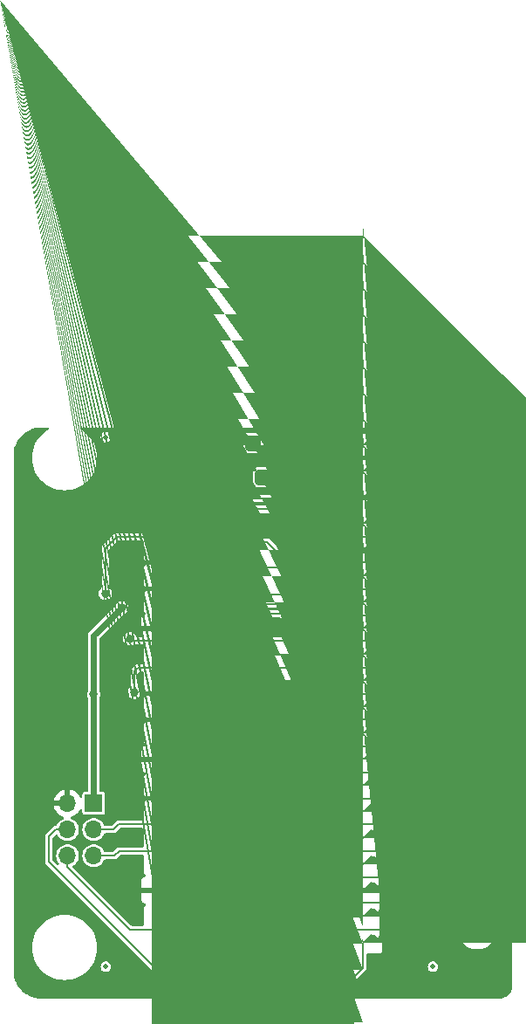
<source format=gtl>
G04 #@! TF.GenerationSoftware,KiCad,Pcbnew,8.0.7*
G04 #@! TF.CreationDate,2025-02-13T09:18:49+05:30*
G04 #@! TF.ProjectId,pico_ov7670_adapter,7069636f-5f6f-4763-9736-37305f616461,Ver 1.0*
G04 #@! TF.SameCoordinates,Original*
G04 #@! TF.FileFunction,Copper,L1,Top*
G04 #@! TF.FilePolarity,Positive*
%FSLAX46Y46*%
G04 Gerber Fmt 4.6, Leading zero omitted, Abs format (unit mm)*
G04 Created by KiCad (PCBNEW 8.0.7) date 2025-02-13 09:18:49*
%MOMM*%
%LPD*%
G01*
G04 APERTURE LIST*
G04 Aperture macros list*
%AMRoundRect*
0 Rectangle with rounded corners*
0 $1 Rounding radius*
0 $2 $3 $4 $5 $6 $7 $8 $9 X,Y pos of 4 corners*
0 Add a 4 corners polygon primitive as box body*
4,1,4,$2,$3,$4,$5,$6,$7,$8,$9,$2,$3,0*
0 Add four circle primitives for the rounded corners*
1,1,$1+$1,$2,$3*
1,1,$1+$1,$4,$5*
1,1,$1+$1,$6,$7*
1,1,$1+$1,$8,$9*
0 Add four rect primitives between the rounded corners*
20,1,$1+$1,$2,$3,$4,$5,0*
20,1,$1+$1,$4,$5,$6,$7,0*
20,1,$1+$1,$6,$7,$8,$9,0*
20,1,$1+$1,$8,$9,$2,$3,0*%
%AMFreePoly0*
4,1,129,0.800119,0.804999,0.842119,0.803999,0.842356,0.803987,0.884356,0.800987,0.884724,0.800947,0.925724,0.794947,0.925841,0.794929,0.966841,0.787929,0.967185,0.787858,1.008185,0.777858,1.008437,0.777789,1.048437,0.765789,1.048652,0.765719,1.088652,0.751719,1.088940,0.751608,1.126940,0.735608,1.127140,0.735519,1.165140,0.717519,1.165378,0.717399,1.202378,0.697399,
1.202607,0.697266,1.238607,0.675266,1.238883,0.675085,1.272883,0.651085,1.273019,0.650985,1.306019,0.625985,1.306224,0.625821,1.338224,0.598821,1.338416,0.598651,1.369416,0.569651,1.369651,0.569416,1.398651,0.538416,1.398821,0.538224,1.425821,0.506224,1.425985,0.506019,1.450985,0.473019,1.451085,0.472883,1.475085,0.438883,1.475266,0.438607,1.497266,0.402607,
1.497399,0.402378,1.517399,0.365378,1.517519,0.365140,1.535519,0.327140,1.535608,0.326940,1.551608,0.288940,1.551719,0.288652,1.565719,0.248652,1.565789,0.248437,1.577789,0.208437,1.577858,0.208185,1.587858,0.167185,1.587929,0.166841,1.594929,0.125841,1.594947,0.125724,1.600947,0.084724,1.600987,0.084356,1.603987,0.042356,1.603999,0.042119,1.604999,0.000119,
1.604999,-0.000119,1.603999,-0.042119,1.603987,-0.042356,1.600987,-0.084356,1.600947,-0.084724,1.594947,-0.125724,1.594929,-0.125841,1.587929,-0.166841,1.587858,-0.167185,1.577858,-0.208185,1.577789,-0.208437,1.565789,-0.248437,1.565719,-0.248652,1.551719,-0.288652,1.551608,-0.288940,1.535608,-0.326940,1.535519,-0.327140,1.517519,-0.365140,1.517399,-0.365378,1.497399,-0.402378,
1.497266,-0.402607,1.475266,-0.438607,1.475085,-0.438883,1.451085,-0.472883,1.450985,-0.473019,1.425985,-0.506019,1.425821,-0.506224,1.398821,-0.538224,1.398651,-0.538416,1.369651,-0.569416,1.369416,-0.569651,1.338416,-0.598651,1.338224,-0.598821,1.306224,-0.625821,1.306019,-0.625985,1.273019,-0.650985,1.272883,-0.651085,1.238883,-0.675085,1.238607,-0.675266,1.202607,-0.697266,
1.202378,-0.697399,1.165378,-0.717399,1.165140,-0.717519,1.127140,-0.735519,1.126940,-0.735608,1.088940,-0.751608,1.088652,-0.751719,1.048652,-0.765719,1.048437,-0.765789,1.008437,-0.777789,1.008185,-0.777858,0.967185,-0.787858,0.966841,-0.787929,0.925841,-0.794929,0.925724,-0.794947,0.884724,-0.800947,0.884356,-0.800987,0.842356,-0.803987,0.842119,-0.803999,0.800119,-0.804999,
0.800000,-0.805000,-1.600000,-0.805000,-1.603536,-0.803536,-1.605000,-0.800000,-1.605000,0.800000,-1.603536,0.803536,-1.600000,0.805000,0.800000,0.805000,0.800119,0.804999,0.800119,0.804999,$1*%
G04 Aperture macros list end*
G04 #@! TA.AperFunction,ComponentPad*
%ADD10R,1.700000X1.700000*%
G04 #@! TD*
G04 #@! TA.AperFunction,ComponentPad*
%ADD11O,1.700000X1.700000*%
G04 #@! TD*
G04 #@! TA.AperFunction,SMDPad,CuDef*
%ADD12RoundRect,0.200000X0.275000X-0.200000X0.275000X0.200000X-0.275000X0.200000X-0.275000X-0.200000X0*%
G04 #@! TD*
G04 #@! TA.AperFunction,SMDPad,CuDef*
%ADD13C,0.500000*%
G04 #@! TD*
G04 #@! TA.AperFunction,SMDPad,CuDef*
%ADD14RoundRect,0.200000X-0.275000X0.200000X-0.275000X-0.200000X0.275000X-0.200000X0.275000X0.200000X0*%
G04 #@! TD*
G04 #@! TA.AperFunction,SMDPad,CuDef*
%ADD15RoundRect,0.225000X0.250000X-0.225000X0.250000X0.225000X-0.250000X0.225000X-0.250000X-0.225000X0*%
G04 #@! TD*
G04 #@! TA.AperFunction,ComponentPad*
%ADD16C,1.700000*%
G04 #@! TD*
G04 #@! TA.AperFunction,SMDPad,CuDef*
%ADD17FreePoly0,0.000000*%
G04 #@! TD*
G04 #@! TA.AperFunction,SMDPad,CuDef*
%ADD18FreePoly0,180.000000*%
G04 #@! TD*
G04 #@! TA.AperFunction,SMDPad,CuDef*
%ADD19O,1.100000X1.800000*%
G04 #@! TD*
G04 #@! TA.AperFunction,SMDPad,CuDef*
%ADD20O,1.050000X1.450000*%
G04 #@! TD*
G04 #@! TA.AperFunction,SMDPad,CuDef*
%ADD21R,1.574800X1.574800*%
G04 #@! TD*
G04 #@! TA.AperFunction,SMDPad,CuDef*
%ADD22C,1.574800*%
G04 #@! TD*
G04 #@! TA.AperFunction,SMDPad,CuDef*
%ADD23RoundRect,0.300000X-0.450000X-0.450000X0.450000X-0.450000X0.450000X0.450000X-0.450000X0.450000X0*%
G04 #@! TD*
G04 #@! TA.AperFunction,ViaPad*
%ADD24C,0.800000*%
G04 #@! TD*
G04 #@! TA.AperFunction,Conductor*
%ADD25C,0.200000*%
G04 #@! TD*
G04 #@! TA.AperFunction,Conductor*
%ADD26C,0.600000*%
G04 #@! TD*
G04 APERTURE END LIST*
D10*
X96075000Y-102760000D03*
D11*
X93535000Y-102760000D03*
X96075000Y-105300000D03*
X93535000Y-105300000D03*
X96075000Y-107840000D03*
X93535000Y-107840000D03*
D12*
X125200000Y-91425000D03*
X125200000Y-89775000D03*
D13*
X97250000Y-118600000D03*
D12*
X125200000Y-87625000D03*
X125200000Y-85975000D03*
D13*
X129000000Y-118600000D03*
X97250000Y-67250000D03*
D14*
X129400000Y-79175000D03*
X129400000Y-80825000D03*
D15*
X128000000Y-87575000D03*
X128000000Y-86025000D03*
D14*
X127400000Y-79175000D03*
X127400000Y-80825000D03*
D16*
X130810000Y-111030000D03*
X130810000Y-108490000D03*
X130810000Y-105950000D03*
X130810000Y-103410000D03*
X130810000Y-100870000D03*
X130810000Y-98330000D03*
X130810000Y-95790000D03*
X130810000Y-93250000D03*
X130810000Y-90710000D03*
X128270000Y-90710000D03*
X128270000Y-93250000D03*
X128270000Y-95790000D03*
X128270000Y-98330000D03*
X128270000Y-100870000D03*
X128270000Y-103410000D03*
X128270000Y-105950000D03*
X128270000Y-108490000D03*
X128270000Y-111030000D03*
D17*
X102810000Y-68000000D03*
X102810000Y-70540000D03*
X102810000Y-73080000D03*
X102810000Y-75620000D03*
X102810000Y-78160000D03*
X102810000Y-80700000D03*
X102810000Y-83240000D03*
X102810000Y-85780000D03*
X102810000Y-88320000D03*
X102810000Y-90860000D03*
X102810000Y-93400000D03*
X102810000Y-95940000D03*
X102810000Y-98480000D03*
X102810000Y-101020000D03*
X102810000Y-103560000D03*
X102810000Y-106100000D03*
X102810000Y-108640000D03*
X102810000Y-111180000D03*
X102810000Y-113720000D03*
X102810000Y-116260000D03*
D18*
X122190000Y-116260000D03*
X122190000Y-113720000D03*
X122190000Y-111180000D03*
X122190000Y-108640000D03*
X122190000Y-106100000D03*
X122190000Y-103560000D03*
X122190000Y-101020000D03*
X122190000Y-98480000D03*
X122190000Y-95940000D03*
X122190000Y-93400000D03*
X122190000Y-90860000D03*
X122190000Y-88320000D03*
X122190000Y-85780000D03*
X122190000Y-83240000D03*
X122190000Y-80700000D03*
X122190000Y-78160000D03*
X122190000Y-75620000D03*
X122190000Y-73080000D03*
X122190000Y-70540000D03*
X122190000Y-68000000D03*
D19*
X109775000Y-68130000D03*
X115225000Y-68130000D03*
D20*
X110075000Y-71160000D03*
X114925000Y-71160000D03*
D21*
X113084100Y-97830000D03*
D22*
X115624100Y-97830000D03*
X118164100Y-97830000D03*
D23*
X112500000Y-71130000D03*
X113500000Y-67830000D03*
X111500000Y-67830000D03*
X110000000Y-76130000D03*
X110000000Y-78630000D03*
X110000000Y-81130000D03*
D24*
X100000000Y-92000000D03*
X130600000Y-79200000D03*
X96075000Y-92200000D03*
X98800000Y-83800000D03*
X128000000Y-88400000D03*
X126400000Y-79175000D03*
X134000000Y-91000000D03*
X111000000Y-92000000D03*
X98500000Y-70500000D03*
X108000000Y-75500000D03*
X99000000Y-110500000D03*
X106400000Y-85500000D03*
X98500000Y-98500000D03*
X133000000Y-107500000D03*
X126000000Y-67500000D03*
X125500000Y-116500000D03*
X126000000Y-70500000D03*
X134000000Y-89000000D03*
X91500000Y-98500000D03*
X108500000Y-96000000D03*
X125500000Y-113500000D03*
X132000000Y-76500000D03*
X91500000Y-84500000D03*
X133000000Y-112500000D03*
X94500000Y-75500000D03*
X105500000Y-73000000D03*
X96500000Y-74500000D03*
X99000000Y-112500000D03*
X93200000Y-100200000D03*
X107600000Y-99400000D03*
X118600000Y-85600000D03*
X114000000Y-92000000D03*
X91500000Y-91000000D03*
X93000000Y-111500000D03*
X112000000Y-85500000D03*
X106000000Y-98400000D03*
X110000000Y-97500000D03*
X133000000Y-102500000D03*
X133000000Y-97500000D03*
X94000000Y-91000000D03*
X107500000Y-92000000D03*
X104500000Y-79500000D03*
X133500000Y-82500000D03*
X125400000Y-111200000D03*
X96500000Y-72000000D03*
X132000000Y-74500000D03*
X133000000Y-105000000D03*
X131000000Y-82500000D03*
X99000000Y-118000000D03*
X133000000Y-110000000D03*
X106000000Y-94500000D03*
X105500000Y-74500000D03*
X133000000Y-95000000D03*
X94500000Y-73500000D03*
X98500000Y-68000000D03*
X114000000Y-96000000D03*
X109200000Y-85500000D03*
X94500000Y-77500000D03*
X105000000Y-82000000D03*
X133500000Y-80000000D03*
X97500000Y-116500000D03*
X129400000Y-92000000D03*
X111000000Y-96000000D03*
X134000000Y-93000000D03*
X94500000Y-98500000D03*
X133000000Y-100000000D03*
X128000000Y-116500000D03*
X94000000Y-84500000D03*
X125000000Y-81000000D03*
X100000000Y-73000000D03*
X127000000Y-118000000D03*
X127500000Y-69000000D03*
X99600000Y-86800000D03*
X97200000Y-82400000D03*
D25*
X91700000Y-108400000D02*
X94200000Y-110900000D01*
X121500000Y-119400000D02*
X102700000Y-119400000D01*
X91700000Y-106000000D02*
X91700000Y-108400000D01*
X122190000Y-116260000D02*
X122190000Y-118710000D01*
X102700000Y-119400000D02*
X94200000Y-110900000D01*
X94000000Y-110700000D02*
X94200000Y-110900000D01*
X93535000Y-105300000D02*
X92400000Y-105300000D01*
X92400000Y-105300000D02*
X91700000Y-106000000D01*
X122190000Y-118710000D02*
X121500000Y-119400000D01*
X91700000Y-108400000D02*
X94000000Y-110700000D01*
X119495685Y-118800000D02*
X120200000Y-118095685D01*
X102810000Y-117810000D02*
X103800000Y-118800000D01*
X102810000Y-116260000D02*
X102810000Y-117810000D01*
X126840000Y-115000000D02*
X130810000Y-111030000D01*
X120200000Y-118095685D02*
X120200000Y-115600000D01*
X103800000Y-118800000D02*
X119495685Y-118800000D01*
X120200000Y-115600000D02*
X120800000Y-115000000D01*
X120800000Y-115000000D02*
X126840000Y-115000000D01*
X99600000Y-115000000D02*
X104500000Y-115000000D01*
X119370000Y-118230000D02*
X119800000Y-117800000D01*
X119800000Y-114400000D02*
X120480000Y-113720000D01*
X93535000Y-108935000D02*
X99600000Y-115000000D01*
X119800000Y-117800000D02*
X119800000Y-114400000D01*
X104500000Y-115000000D02*
X104900000Y-115400000D01*
X105251472Y-118230000D02*
X119370000Y-118230000D01*
X93535000Y-107840000D02*
X93535000Y-108935000D01*
X104900000Y-117878528D02*
X105251472Y-118230000D01*
X104900000Y-115400000D02*
X104900000Y-117878528D01*
X100000000Y-92000000D02*
X100000000Y-90000000D01*
X100000000Y-90000000D02*
X100400000Y-89600000D01*
X115400000Y-89600000D02*
X119200000Y-93400000D01*
X119200000Y-93400000D02*
X122190000Y-93400000D01*
X100400000Y-89600000D02*
X115400000Y-89600000D01*
D26*
X130510000Y-90710000D02*
X130810000Y-90710000D01*
X130575000Y-79175000D02*
X130600000Y-79200000D01*
X128000000Y-87575000D02*
X128000000Y-88400000D01*
X122190000Y-78160000D02*
X125385000Y-78160000D01*
X127400000Y-79175000D02*
X126400000Y-79175000D01*
X96075000Y-102760000D02*
X96075000Y-92200000D01*
X125385000Y-78160000D02*
X126400000Y-79175000D01*
X96075000Y-92200000D02*
X96075000Y-86525000D01*
X96075000Y-86525000D02*
X98800000Y-83800000D01*
X128000000Y-88400000D02*
X128200000Y-88400000D01*
X129400000Y-79175000D02*
X130575000Y-79175000D01*
X128200000Y-88400000D02*
X130510000Y-90710000D01*
D25*
X128270000Y-98330000D02*
X126730000Y-98330000D01*
X125200000Y-94200000D02*
X125200000Y-91425000D01*
X126400000Y-98000000D02*
X126400000Y-96800000D01*
X125700000Y-96100000D02*
X125700000Y-94700000D01*
X126730000Y-98330000D02*
X126400000Y-98000000D01*
X125700000Y-94700000D02*
X125200000Y-94200000D01*
X126400000Y-96800000D02*
X125700000Y-96100000D01*
X118400000Y-79400000D02*
X124800000Y-79400000D01*
X129000000Y-87700000D02*
X130600000Y-89300000D01*
X104940000Y-70540000D02*
X108650000Y-74250000D01*
X130600000Y-89300000D02*
X131772000Y-89300000D01*
X132500000Y-92600000D02*
X131850000Y-93250000D01*
X127400000Y-81200000D02*
X129000000Y-82800000D01*
X126225000Y-80825000D02*
X127400000Y-80825000D01*
X129000000Y-82800000D02*
X129000000Y-87700000D01*
X127400000Y-80825000D02*
X127400000Y-81200000D01*
X131772000Y-89300000D02*
X132500000Y-90028000D01*
X102810000Y-70540000D02*
X104940000Y-70540000D01*
X124800000Y-79400000D02*
X126225000Y-80825000D01*
X108650000Y-74250000D02*
X113250000Y-74250000D01*
X132500000Y-90028000D02*
X132500000Y-92600000D01*
X131850000Y-93250000D02*
X130810000Y-93250000D01*
X113250000Y-74250000D02*
X118400000Y-79400000D01*
X129050000Y-93250000D02*
X130300000Y-94500000D01*
X104500000Y-68000000D02*
X109675000Y-73175000D01*
X129400000Y-81500000D02*
X129400000Y-80825000D01*
X109675000Y-73175000D02*
X114275000Y-73175000D01*
X129400000Y-84800000D02*
X129400000Y-81500000D01*
X133150000Y-92850000D02*
X133150000Y-89880444D01*
X128825000Y-80825000D02*
X129400000Y-80825000D01*
X130700000Y-88700000D02*
X129400000Y-87400000D01*
X131969556Y-88700000D02*
X130700000Y-88700000D01*
X129400000Y-87400000D02*
X129400000Y-84800000D01*
X102810000Y-68000000D02*
X104500000Y-68000000D01*
X130300000Y-94500000D02*
X131500000Y-94500000D01*
X127700000Y-76900000D02*
X128400000Y-77600000D01*
X133150000Y-89880444D02*
X131969556Y-88700000D01*
X118000000Y-76900000D02*
X127700000Y-76900000D01*
X114275000Y-73175000D02*
X118000000Y-76900000D01*
X128400000Y-77600000D02*
X128400000Y-80400000D01*
X128400000Y-80400000D02*
X128825000Y-80825000D01*
X129400000Y-87400000D02*
X129400000Y-81500000D01*
X131500000Y-94500000D02*
X133150000Y-92850000D01*
X128270000Y-93250000D02*
X129050000Y-93250000D01*
X130810000Y-98330000D02*
X129480000Y-97000000D01*
X126000000Y-88425000D02*
X125200000Y-87625000D01*
X126200000Y-95800000D02*
X126200000Y-94400000D01*
X126200000Y-94400000D02*
X126000000Y-94200000D01*
X127400000Y-97000000D02*
X126200000Y-95800000D01*
X129480000Y-97000000D02*
X127400000Y-97000000D01*
X126000000Y-94200000D02*
X126000000Y-88425000D01*
X125782843Y-96982843D02*
X125782843Y-98182843D01*
X119000000Y-92200000D02*
X123834938Y-92200000D01*
X124417469Y-94217469D02*
X125200000Y-95000000D01*
X115120000Y-88320000D02*
X119000000Y-92200000D01*
X124417469Y-92782531D02*
X124417469Y-94217469D01*
X127200000Y-99600000D02*
X129540000Y-99600000D01*
X129540000Y-99600000D02*
X130810000Y-100870000D01*
X125200000Y-96400000D02*
X125782843Y-96982843D01*
X102810000Y-88320000D02*
X115120000Y-88320000D01*
X125782843Y-98182843D02*
X127200000Y-99600000D01*
X125200000Y-95000000D02*
X125200000Y-96400000D01*
X123834938Y-92200000D02*
X124417469Y-92782531D01*
X124875000Y-100375000D02*
X124875000Y-101625000D01*
X109800000Y-99800000D02*
X124300000Y-99800000D01*
X124875000Y-101625000D02*
X126660000Y-103410000D01*
X126660000Y-103410000D02*
X128270000Y-103410000D01*
X105940000Y-95940000D02*
X109800000Y-99800000D01*
X124300000Y-99800000D02*
X124875000Y-100375000D01*
X102810000Y-95940000D02*
X105940000Y-95940000D01*
X126500000Y-94100000D02*
X126800000Y-94400000D01*
X115150000Y-82550000D02*
X117100000Y-84500000D01*
X104660000Y-78160000D02*
X109050000Y-82550000D01*
X117100000Y-84500000D02*
X125900000Y-84500000D01*
X109050000Y-82550000D02*
X115150000Y-82550000D01*
X126800000Y-94400000D02*
X126800000Y-95400000D01*
X127190000Y-95790000D02*
X128270000Y-95790000D01*
X102810000Y-78160000D02*
X104660000Y-78160000D01*
X126500000Y-85100000D02*
X126500000Y-94100000D01*
X125900000Y-84500000D02*
X126500000Y-85100000D01*
X126800000Y-95400000D02*
X127190000Y-95790000D01*
X120400000Y-112400000D02*
X120100000Y-112100000D01*
X104860000Y-113360000D02*
X104500000Y-113720000D01*
X128270000Y-111030000D02*
X126900000Y-112400000D01*
X104860000Y-109454315D02*
X104860000Y-113360000D01*
X105032158Y-109282158D02*
X104860000Y-109454315D01*
X120100000Y-109900000D02*
X119225000Y-109025000D01*
X126900000Y-112400000D02*
X120400000Y-112400000D01*
X104500000Y-113720000D02*
X102810000Y-113720000D01*
X119225000Y-109025000D02*
X105289316Y-109025000D01*
X105289316Y-109025000D02*
X105032158Y-109282158D01*
X120100000Y-112100000D02*
X120100000Y-109900000D01*
X122190000Y-90860000D02*
X118860000Y-90860000D01*
X115000000Y-87000000D02*
X99800000Y-87000000D01*
X118860000Y-90860000D02*
X115000000Y-87000000D01*
X99800000Y-87000000D02*
X99600000Y-86800000D01*
X126400000Y-104600000D02*
X124100000Y-102300000D01*
X130810000Y-105950000D02*
X129460000Y-104600000D01*
X124100000Y-102300000D02*
X107280000Y-102300000D01*
X106000000Y-101020000D02*
X107280000Y-102300000D01*
X129460000Y-104600000D02*
X126400000Y-104600000D01*
X102810000Y-101020000D02*
X106000000Y-101020000D01*
X120035000Y-97200000D02*
X116235000Y-93400000D01*
X125550000Y-99950000D02*
X124600000Y-99000000D01*
X130810000Y-103410000D02*
X129600000Y-102200000D01*
X124200000Y-97200000D02*
X120035000Y-97200000D01*
X125550000Y-100800000D02*
X125550000Y-99950000D01*
X124600000Y-99000000D02*
X124600000Y-97600000D01*
X124600000Y-97600000D02*
X124200000Y-97200000D01*
X116235000Y-93400000D02*
X102810000Y-93400000D01*
X129600000Y-102200000D02*
X126950000Y-102200000D01*
X126950000Y-102200000D02*
X125550000Y-100800000D01*
X126175000Y-99575000D02*
X125200000Y-98600000D01*
X125200000Y-98600000D02*
X125200000Y-97200000D01*
X124000000Y-94600000D02*
X119300000Y-94600000D01*
X126175000Y-100175000D02*
X126175000Y-99575000D01*
X124600000Y-95200000D02*
X124000000Y-94600000D01*
X119300000Y-94600000D02*
X115560000Y-90860000D01*
X126870000Y-100870000D02*
X126175000Y-100175000D01*
X124600000Y-96600000D02*
X124600000Y-95200000D01*
X128270000Y-100870000D02*
X126870000Y-100870000D01*
X125200000Y-97200000D02*
X124600000Y-96600000D01*
X115560000Y-90860000D02*
X102810000Y-90860000D01*
X125000000Y-104800000D02*
X126150000Y-105950000D01*
X120500000Y-104800000D02*
X125000000Y-104800000D01*
X119260000Y-103560000D02*
X120500000Y-104800000D01*
X102810000Y-103560000D02*
X119260000Y-103560000D01*
X126150000Y-105950000D02*
X128270000Y-105950000D01*
X125200000Y-82000000D02*
X117500000Y-82000000D01*
X108180000Y-77400000D02*
X106400000Y-75620000D01*
X127600000Y-94500000D02*
X127000000Y-93900000D01*
X117500000Y-82000000D02*
X112900000Y-77400000D01*
X127000000Y-93900000D02*
X127000000Y-83800000D01*
X102810000Y-75620000D02*
X106400000Y-75620000D01*
X129520000Y-94500000D02*
X127600000Y-94500000D01*
X130810000Y-95790000D02*
X129520000Y-94500000D01*
X127000000Y-83800000D02*
X125200000Y-82000000D01*
X112900000Y-77400000D02*
X108180000Y-77400000D01*
X119100000Y-106100000D02*
X120400000Y-107400000D01*
X129520000Y-107200000D02*
X130810000Y-108490000D01*
X126000000Y-107400000D02*
X126200000Y-107200000D01*
X102810000Y-106100000D02*
X119100000Y-106100000D01*
X126200000Y-107200000D02*
X129520000Y-107200000D01*
X120400000Y-107400000D02*
X126000000Y-107400000D01*
X128270000Y-108490000D02*
X126860000Y-109900000D01*
X102810000Y-108640000D02*
X104610000Y-108640000D01*
X119125000Y-108125000D02*
X105125000Y-108125000D01*
X120900000Y-109900000D02*
X119125000Y-108125000D01*
X126860000Y-109900000D02*
X120900000Y-109900000D01*
X104610000Y-108640000D02*
X105125000Y-108125000D01*
X98300000Y-76900000D02*
X105400000Y-76900000D01*
X105400000Y-76900000D02*
X108400000Y-79900000D01*
X113900000Y-79900000D02*
X117240000Y-83240000D01*
X97200000Y-82400000D02*
X97200000Y-78000000D01*
X108400000Y-79900000D02*
X113900000Y-79900000D01*
X117240000Y-83240000D02*
X122190000Y-83240000D01*
X97200000Y-78000000D02*
X98300000Y-76900000D01*
X114800000Y-83400000D02*
X118400000Y-87000000D01*
X105700000Y-80700000D02*
X108400000Y-83400000D01*
X124175000Y-87000000D02*
X125200000Y-85975000D01*
X118400000Y-87000000D02*
X124175000Y-87000000D01*
X108400000Y-83400000D02*
X114800000Y-83400000D01*
X102810000Y-80700000D02*
X105700000Y-80700000D01*
X124375000Y-89775000D02*
X125200000Y-89775000D01*
X124200000Y-89600000D02*
X124375000Y-89775000D01*
X107760000Y-84400000D02*
X106600000Y-83240000D01*
X102810000Y-83240000D02*
X106600000Y-83240000D01*
X119600000Y-89600000D02*
X124200000Y-89600000D01*
X114400000Y-84400000D02*
X107760000Y-84400000D01*
X114400000Y-84400000D02*
X119600000Y-89600000D01*
X96140000Y-105300000D02*
X98000000Y-105300000D01*
X98000000Y-105300000D02*
X98500000Y-104800000D01*
X119200000Y-104800000D02*
X120500000Y-106100000D01*
X98500000Y-104800000D02*
X119200000Y-104800000D01*
X120500000Y-106100000D02*
X122190000Y-106100000D01*
X122190000Y-108640000D02*
X120515000Y-108640000D01*
X96140000Y-107840000D02*
X98100000Y-107840000D01*
X98100000Y-107840000D02*
X98565000Y-107375000D01*
X98565000Y-107375000D02*
X119250000Y-107375000D01*
X120515000Y-108640000D02*
X119250000Y-107375000D01*
G04 #@! TA.AperFunction,Conductor*
G36*
X132115003Y-90777923D02*
G01*
X132147193Y-90839936D01*
X132149500Y-90863744D01*
X132149500Y-92403455D01*
X132129815Y-92470494D01*
X132113181Y-92491136D01*
X131930661Y-92673655D01*
X131869338Y-92707140D01*
X131799646Y-92702156D01*
X131744026Y-92660701D01*
X131626762Y-92505418D01*
X131476041Y-92368019D01*
X131476039Y-92368017D01*
X131302642Y-92260655D01*
X131302635Y-92260651D01*
X131146072Y-92199999D01*
X131112456Y-92186976D01*
X130911976Y-92149500D01*
X130708024Y-92149500D01*
X130507544Y-92186976D01*
X130507541Y-92186976D01*
X130507541Y-92186977D01*
X130317364Y-92260651D01*
X130317357Y-92260655D01*
X130143960Y-92368017D01*
X130143958Y-92368019D01*
X129993237Y-92505418D01*
X129870327Y-92668178D01*
X129779422Y-92850739D01*
X129779417Y-92850752D01*
X129723603Y-93046917D01*
X129715664Y-93132591D01*
X129689878Y-93197528D01*
X129633077Y-93238215D01*
X129563296Y-93241735D01*
X129504512Y-93208830D01*
X129384655Y-93088973D01*
X129353071Y-93035227D01*
X129300582Y-92850750D01*
X129288036Y-92825555D01*
X129256272Y-92761764D01*
X129209673Y-92668179D01*
X129135917Y-92570510D01*
X129086762Y-92505418D01*
X128936041Y-92368019D01*
X128936039Y-92368017D01*
X128762642Y-92260655D01*
X128762635Y-92260651D01*
X128681715Y-92229303D01*
X128626313Y-92186730D01*
X128602723Y-92120963D01*
X128618434Y-92052883D01*
X128668458Y-92004104D01*
X128694417Y-91993901D01*
X128733481Y-91983434D01*
X128733492Y-91983429D01*
X128947580Y-91883599D01*
X129031371Y-91824925D01*
X128399408Y-91192962D01*
X128462993Y-91175925D01*
X128577007Y-91110099D01*
X128670099Y-91017007D01*
X128735925Y-90902993D01*
X128752962Y-90839408D01*
X129384925Y-91471371D01*
X129443599Y-91387580D01*
X129543429Y-91173492D01*
X129543431Y-91173489D01*
X129552406Y-91139992D01*
X129588770Y-91080331D01*
X129651616Y-91049800D01*
X129720992Y-91058094D01*
X129774871Y-91102578D01*
X129783182Y-91116811D01*
X129870327Y-91291821D01*
X129993237Y-91454581D01*
X130143958Y-91591980D01*
X130143960Y-91591982D01*
X130243106Y-91653370D01*
X130317363Y-91699348D01*
X130507544Y-91773024D01*
X130708024Y-91810500D01*
X130708026Y-91810500D01*
X130911974Y-91810500D01*
X130911976Y-91810500D01*
X131112456Y-91773024D01*
X131302637Y-91699348D01*
X131476041Y-91591981D01*
X131626764Y-91454579D01*
X131749673Y-91291821D01*
X131840582Y-91109250D01*
X131896397Y-90913083D01*
X131902029Y-90852303D01*
X131927815Y-90787366D01*
X131984615Y-90746678D01*
X132054396Y-90743158D01*
X132115003Y-90777923D01*
G37*
G04 #@! TD.AperFunction*
G04 #@! TA.AperFunction,Conductor*
G36*
X120264701Y-84870185D02*
G01*
X120310456Y-84922989D01*
X120320400Y-84992147D01*
X120298974Y-85045998D01*
X120298269Y-85046996D01*
X120288850Y-85060819D01*
X120288534Y-85061298D01*
X120279562Y-85075449D01*
X120257570Y-85111434D01*
X120250483Y-85123398D01*
X120250190Y-85123909D01*
X120243950Y-85135109D01*
X120223977Y-85172057D01*
X120217672Y-85184107D01*
X120217406Y-85184633D01*
X120211585Y-85196514D01*
X120193549Y-85234589D01*
X120189029Y-85244404D01*
X120188809Y-85244897D01*
X120184379Y-85255098D01*
X120168338Y-85293197D01*
X120162760Y-85307017D01*
X120162508Y-85307668D01*
X120156923Y-85322837D01*
X120142927Y-85362827D01*
X120138931Y-85374713D01*
X120138806Y-85375100D01*
X120135695Y-85385097D01*
X120123722Y-85425008D01*
X120120187Y-85437359D01*
X120120035Y-85437919D01*
X120116667Y-85450963D01*
X120106666Y-85491971D01*
X120102730Y-85509449D01*
X120102598Y-85510088D01*
X120099341Y-85527347D01*
X120098889Y-85529998D01*
X120098891Y-85530000D01*
X122066000Y-85530000D01*
X122133039Y-85549685D01*
X122178794Y-85602489D01*
X122190000Y-85654000D01*
X122190000Y-85906000D01*
X122170315Y-85973039D01*
X122117511Y-86018794D01*
X122066000Y-86030000D01*
X120098891Y-86030000D01*
X120098889Y-86030001D01*
X120099341Y-86032652D01*
X120102598Y-86049911D01*
X120102730Y-86050550D01*
X120106666Y-86068028D01*
X120116667Y-86109036D01*
X120120035Y-86122080D01*
X120120187Y-86122640D01*
X120123722Y-86134991D01*
X120135695Y-86174902D01*
X120138806Y-86184899D01*
X120138931Y-86185286D01*
X120142927Y-86197172D01*
X120156923Y-86237162D01*
X120162508Y-86252331D01*
X120162760Y-86252982D01*
X120168338Y-86266802D01*
X120184379Y-86304901D01*
X120188809Y-86315102D01*
X120189029Y-86315595D01*
X120193549Y-86325410D01*
X120211585Y-86363485D01*
X120217406Y-86375366D01*
X120217672Y-86375892D01*
X120223977Y-86387942D01*
X120243950Y-86424890D01*
X120250190Y-86436090D01*
X120250483Y-86436601D01*
X120257558Y-86448545D01*
X120265073Y-86460842D01*
X120283233Y-86528310D01*
X120262034Y-86594886D01*
X120208207Y-86639433D01*
X120159265Y-86649500D01*
X118596544Y-86649500D01*
X118529505Y-86629815D01*
X118508863Y-86613181D01*
X116957834Y-85062152D01*
X116924349Y-85000829D01*
X116929333Y-84931137D01*
X116971205Y-84875204D01*
X117036669Y-84850787D01*
X117045729Y-84851073D01*
X117045729Y-84850500D01*
X117053856Y-84850500D01*
X120197662Y-84850500D01*
X120264701Y-84870185D01*
G37*
G04 #@! TD.AperFunction*
G04 #@! TA.AperFunction,Conductor*
G36*
X124670495Y-79770185D02*
G01*
X124691137Y-79786819D01*
X125321023Y-80416704D01*
X125944531Y-81040212D01*
X126009788Y-81105469D01*
X126009791Y-81105470D01*
X126009794Y-81105473D01*
X126089706Y-81151611D01*
X126089707Y-81151611D01*
X126089712Y-81151614D01*
X126178856Y-81175500D01*
X126614520Y-81175500D01*
X126681559Y-81195185D01*
X126715031Y-81231628D01*
X126716689Y-81230405D01*
X126722206Y-81237880D01*
X126722207Y-81237882D01*
X126802850Y-81347150D01*
X126912118Y-81427793D01*
X126949259Y-81440789D01*
X127040299Y-81472646D01*
X127070730Y-81475500D01*
X127070734Y-81475500D01*
X127128456Y-81475500D01*
X127195495Y-81495185D01*
X127216137Y-81511819D01*
X128613181Y-82908863D01*
X128646666Y-82970186D01*
X128649500Y-82996544D01*
X128649500Y-84996892D01*
X128629815Y-85063931D01*
X128577011Y-85109686D01*
X128507853Y-85119630D01*
X128486497Y-85114598D01*
X128397608Y-85085144D01*
X128298322Y-85075000D01*
X128250000Y-85075000D01*
X128250000Y-85901000D01*
X128230315Y-85968039D01*
X128177511Y-86013794D01*
X128126000Y-86025000D01*
X127874000Y-86025000D01*
X127806961Y-86005315D01*
X127761206Y-85952511D01*
X127750000Y-85901000D01*
X127750000Y-85075000D01*
X127749999Y-85074999D01*
X127701693Y-85075000D01*
X127701675Y-85075001D01*
X127602391Y-85085144D01*
X127513503Y-85114598D01*
X127443674Y-85116999D01*
X127383633Y-85081267D01*
X127352441Y-85018747D01*
X127350500Y-84996892D01*
X127350500Y-83753858D01*
X127350500Y-83753856D01*
X127326614Y-83664712D01*
X127326611Y-83664706D01*
X127280473Y-83584794D01*
X127280470Y-83584791D01*
X127280469Y-83584788D01*
X127215212Y-83519531D01*
X125415212Y-81719530D01*
X125415210Y-81719529D01*
X125415205Y-81719525D01*
X125335292Y-81673388D01*
X125335289Y-81673387D01*
X125335288Y-81673386D01*
X125335286Y-81673385D01*
X125335285Y-81673385D01*
X125334777Y-81673249D01*
X125334774Y-81673248D01*
X125286500Y-81660313D01*
X125246144Y-81649500D01*
X125246143Y-81649500D01*
X124176857Y-81649500D01*
X124109818Y-81629815D01*
X124064063Y-81577011D01*
X124054119Y-81507853D01*
X124055241Y-81501304D01*
X124055500Y-81500002D01*
X124055500Y-79899994D01*
X124055241Y-79898693D01*
X124055303Y-79897996D01*
X124054903Y-79893930D01*
X124055673Y-79893854D01*
X124061468Y-79829101D01*
X124104330Y-79773923D01*
X124170219Y-79750678D01*
X124176858Y-79750500D01*
X124603456Y-79750500D01*
X124670495Y-79770185D01*
G37*
G04 #@! TD.AperFunction*
G04 #@! TA.AperFunction,Conductor*
G36*
X91670428Y-66320185D02*
G01*
X91716183Y-66372989D01*
X91726127Y-66442147D01*
X91697102Y-66505703D01*
X91663370Y-66533028D01*
X91573887Y-66582483D01*
X91285753Y-66786924D01*
X91022334Y-67022331D01*
X91022331Y-67022334D01*
X90786924Y-67285753D01*
X90582483Y-67573887D01*
X90411589Y-67883095D01*
X90276393Y-68209488D01*
X90178591Y-68548965D01*
X90178589Y-68548974D01*
X90119413Y-68897259D01*
X90119411Y-68897271D01*
X90099603Y-69250000D01*
X90119411Y-69602728D01*
X90119413Y-69602740D01*
X90178589Y-69951025D01*
X90178591Y-69951034D01*
X90276393Y-70290511D01*
X90402333Y-70594558D01*
X90411590Y-70616906D01*
X90485524Y-70750678D01*
X90582483Y-70926112D01*
X90786924Y-71214246D01*
X91022331Y-71477665D01*
X91022334Y-71477668D01*
X91285753Y-71713075D01*
X91285759Y-71713079D01*
X91285760Y-71713080D01*
X91573888Y-71917517D01*
X91883094Y-72088410D01*
X92209490Y-72223607D01*
X92548971Y-72321410D01*
X92897267Y-72380588D01*
X93250000Y-72400397D01*
X93602733Y-72380588D01*
X93951029Y-72321410D01*
X94290510Y-72223607D01*
X94616906Y-72088410D01*
X94926112Y-71917517D01*
X95214240Y-71713080D01*
X95215937Y-71711564D01*
X95302059Y-71634600D01*
X95477667Y-71477667D01*
X95679819Y-71251459D01*
X95713075Y-71214246D01*
X95713076Y-71214244D01*
X95713080Y-71214240D01*
X95917517Y-70926112D01*
X96088410Y-70616906D01*
X96223607Y-70290510D01*
X96321410Y-69951029D01*
X96380588Y-69602733D01*
X96400397Y-69250000D01*
X96380588Y-68897267D01*
X96321410Y-68548971D01*
X96223607Y-68209490D01*
X96088410Y-67883094D01*
X95917517Y-67573888D01*
X95713080Y-67285760D01*
X95713079Y-67285759D01*
X95713075Y-67285753D01*
X95681124Y-67250000D01*
X96744353Y-67250000D01*
X96764834Y-67392456D01*
X96801985Y-67473804D01*
X96824623Y-67523373D01*
X96918872Y-67632143D01*
X97039947Y-67709953D01*
X97039950Y-67709954D01*
X97039949Y-67709954D01*
X97178036Y-67750499D01*
X97178038Y-67750500D01*
X97178039Y-67750500D01*
X97321962Y-67750500D01*
X97321962Y-67750499D01*
X97460053Y-67709953D01*
X97581128Y-67632143D01*
X97675377Y-67523373D01*
X97735165Y-67392457D01*
X97755647Y-67250000D01*
X97735165Y-67107543D01*
X97675377Y-66976627D01*
X97581128Y-66867857D01*
X97460053Y-66790047D01*
X97460051Y-66790046D01*
X97460049Y-66790045D01*
X97460050Y-66790045D01*
X97321963Y-66749500D01*
X97321961Y-66749500D01*
X97178039Y-66749500D01*
X97178036Y-66749500D01*
X97039949Y-66790045D01*
X96918873Y-66867856D01*
X96824623Y-66976626D01*
X96824622Y-66976628D01*
X96764834Y-67107543D01*
X96744353Y-67250000D01*
X95681124Y-67250000D01*
X95477668Y-67022334D01*
X95477665Y-67022331D01*
X95214246Y-66786924D01*
X94926112Y-66582483D01*
X94905701Y-66571202D01*
X94836629Y-66533027D01*
X94787477Y-66483371D01*
X94772974Y-66415023D01*
X94797724Y-66349684D01*
X94853871Y-66308099D01*
X94896611Y-66300500D01*
X130303005Y-66300500D01*
X130370044Y-66320185D01*
X130415799Y-66372989D01*
X130425743Y-66442147D01*
X130396718Y-66505703D01*
X130362986Y-66533028D01*
X130125336Y-66664372D01*
X130125331Y-66664375D01*
X129846061Y-66862529D01*
X129846053Y-66862535D01*
X129590719Y-67090716D01*
X129590716Y-67090719D01*
X129362535Y-67346053D01*
X129362529Y-67346061D01*
X129164375Y-67625331D01*
X129164372Y-67625336D01*
X128998722Y-67925057D01*
X128998720Y-67925061D01*
X128867676Y-68241433D01*
X128772877Y-68570486D01*
X128772875Y-68570494D01*
X128715516Y-68908088D01*
X128715514Y-68908100D01*
X128696314Y-69250000D01*
X128715514Y-69591899D01*
X128715516Y-69591911D01*
X128772875Y-69929505D01*
X128772877Y-69929513D01*
X128867140Y-70256704D01*
X128867677Y-70258569D01*
X128879486Y-70287078D01*
X128998720Y-70574938D01*
X128998722Y-70574942D01*
X129164372Y-70874663D01*
X129164375Y-70874668D01*
X129362529Y-71153938D01*
X129362535Y-71153946D01*
X129590716Y-71409280D01*
X129590719Y-71409283D01*
X129846053Y-71637464D01*
X129846061Y-71637470D01*
X130125331Y-71835624D01*
X130125336Y-71835627D01*
X130125339Y-71835628D01*
X130125341Y-71835630D01*
X130425055Y-72001276D01*
X130425057Y-72001277D01*
X130425061Y-72001279D01*
X130536010Y-72047235D01*
X130741431Y-72132323D01*
X131070491Y-72227124D01*
X131408096Y-72284485D01*
X131750000Y-72303686D01*
X132091904Y-72284485D01*
X132429509Y-72227124D01*
X132758569Y-72132323D01*
X133074945Y-72001276D01*
X133374659Y-71835630D01*
X133374664Y-71835626D01*
X133374668Y-71835624D01*
X133472387Y-71766288D01*
X133653942Y-71637468D01*
X133909282Y-71409282D01*
X134137468Y-71153942D01*
X134296369Y-70929992D01*
X134335624Y-70874668D01*
X134335627Y-70874663D01*
X134335630Y-70874659D01*
X134501276Y-70574945D01*
X134632323Y-70258569D01*
X134727124Y-69929509D01*
X134784485Y-69591904D01*
X134803686Y-69250000D01*
X134784485Y-68908096D01*
X134727124Y-68570491D01*
X134632323Y-68241431D01*
X134534937Y-68006320D01*
X134501279Y-67925061D01*
X134501277Y-67925057D01*
X134480189Y-67886901D01*
X134335630Y-67625341D01*
X134335628Y-67625339D01*
X134335627Y-67625336D01*
X134335624Y-67625331D01*
X134137470Y-67346061D01*
X134137464Y-67346053D01*
X133909283Y-67090719D01*
X133909280Y-67090716D01*
X133653946Y-66862535D01*
X133653938Y-66862529D01*
X133374668Y-66664375D01*
X133374663Y-66664372D01*
X133137014Y-66533028D01*
X133087861Y-66483371D01*
X133073358Y-66415023D01*
X133098108Y-66349684D01*
X133154255Y-66308099D01*
X133196995Y-66300500D01*
X133952405Y-66300500D01*
X133996519Y-66300500D01*
X134003472Y-66300695D01*
X134295306Y-66317084D01*
X134309103Y-66318638D01*
X134593827Y-66367015D01*
X134607382Y-66370108D01*
X134746141Y-66410084D01*
X134884899Y-66450060D01*
X134898025Y-66454653D01*
X135164841Y-66565172D01*
X135177355Y-66571198D01*
X135345946Y-66664375D01*
X135430125Y-66710899D01*
X135441899Y-66718297D01*
X135677430Y-66885415D01*
X135688302Y-66894085D01*
X135896848Y-67080453D01*
X135903642Y-67086524D01*
X135913473Y-67096355D01*
X135923331Y-67107386D01*
X136105914Y-67311697D01*
X136114584Y-67322569D01*
X136281702Y-67558100D01*
X136289100Y-67569874D01*
X136428797Y-67822637D01*
X136434830Y-67835165D01*
X136545346Y-68101975D01*
X136549939Y-68115100D01*
X136629890Y-68392615D01*
X136632984Y-68406172D01*
X136681359Y-68690885D01*
X136682916Y-68704703D01*
X136699305Y-68996527D01*
X136699500Y-69003480D01*
X136699500Y-120495124D01*
X136699118Y-120504853D01*
X136685497Y-120677915D01*
X136682453Y-120697133D01*
X136643070Y-120861176D01*
X136637057Y-120879682D01*
X136572495Y-121035547D01*
X136563661Y-121052884D01*
X136475515Y-121196725D01*
X136464079Y-121212466D01*
X136354513Y-121340753D01*
X136340753Y-121354513D01*
X136212466Y-121464079D01*
X136196725Y-121475515D01*
X136052884Y-121563661D01*
X136035547Y-121572495D01*
X135879682Y-121637057D01*
X135861176Y-121643070D01*
X135697133Y-121682453D01*
X135677915Y-121685497D01*
X135504854Y-121699118D01*
X135495125Y-121699500D01*
X91003481Y-121699500D01*
X90996528Y-121699305D01*
X90704703Y-121682916D01*
X90690885Y-121681359D01*
X90406172Y-121632984D01*
X90392615Y-121629890D01*
X90115100Y-121549939D01*
X90101975Y-121545346D01*
X89835165Y-121434830D01*
X89822637Y-121428797D01*
X89569874Y-121289100D01*
X89558100Y-121281702D01*
X89322569Y-121114584D01*
X89311697Y-121105914D01*
X89096357Y-120913475D01*
X89086524Y-120903642D01*
X88894085Y-120688302D01*
X88885415Y-120677430D01*
X88718297Y-120441899D01*
X88710899Y-120430125D01*
X88571202Y-120177362D01*
X88565172Y-120164841D01*
X88455636Y-119900397D01*
X88454653Y-119898024D01*
X88450060Y-119884899D01*
X88370109Y-119607384D01*
X88367015Y-119593827D01*
X88337059Y-119417517D01*
X88318638Y-119309103D01*
X88317084Y-119295306D01*
X88300695Y-119003472D01*
X88300500Y-118996519D01*
X88300500Y-116750000D01*
X90099603Y-116750000D01*
X90119411Y-117102728D01*
X90119413Y-117102740D01*
X90178589Y-117451025D01*
X90178591Y-117451034D01*
X90276393Y-117790511D01*
X90401993Y-118093736D01*
X90411590Y-118116906D01*
X90425364Y-118141828D01*
X90582483Y-118426112D01*
X90786924Y-118714246D01*
X91022331Y-118977665D01*
X91022334Y-118977668D01*
X91285753Y-119213075D01*
X91285759Y-119213079D01*
X91285760Y-119213080D01*
X91573888Y-119417517D01*
X91883094Y-119588410D01*
X92209490Y-119723607D01*
X92548971Y-119821410D01*
X92897267Y-119880588D01*
X93250000Y-119900397D01*
X93602733Y-119880588D01*
X93951029Y-119821410D01*
X94290510Y-119723607D01*
X94616906Y-119588410D01*
X94926112Y-119417517D01*
X95214240Y-119213080D01*
X95477667Y-118977667D01*
X95713080Y-118714240D01*
X95794137Y-118600000D01*
X96744353Y-118600000D01*
X96764834Y-118742456D01*
X96808386Y-118837819D01*
X96824623Y-118873373D01*
X96918872Y-118982143D01*
X97039947Y-119059953D01*
X97039950Y-119059954D01*
X97039949Y-119059954D01*
X97178036Y-119100499D01*
X97178038Y-119100500D01*
X97178039Y-119100500D01*
X97321962Y-119100500D01*
X97321962Y-119100499D01*
X97460053Y-119059953D01*
X97581128Y-118982143D01*
X97675377Y-118873373D01*
X97735165Y-118742457D01*
X97755647Y-118600000D01*
X97735165Y-118457543D01*
X97675377Y-118326627D01*
X97581128Y-118217857D01*
X97460053Y-118140047D01*
X97460051Y-118140046D01*
X97460049Y-118140045D01*
X97460050Y-118140045D01*
X97321963Y-118099500D01*
X97321961Y-118099500D01*
X97178039Y-118099500D01*
X97178036Y-118099500D01*
X97039949Y-118140045D01*
X96918873Y-118217856D01*
X96824623Y-118326626D01*
X96824622Y-118326628D01*
X96764834Y-118457543D01*
X96744353Y-118600000D01*
X95794137Y-118600000D01*
X95917517Y-118426112D01*
X96088410Y-118116906D01*
X96223607Y-117790510D01*
X96321410Y-117451029D01*
X96380588Y-117102733D01*
X96400397Y-116750000D01*
X96380588Y-116397267D01*
X96321410Y-116048971D01*
X96223607Y-115709490D01*
X96088410Y-115383094D01*
X95917517Y-115073888D01*
X95713080Y-114785760D01*
X95713079Y-114785759D01*
X95713075Y-114785753D01*
X95477668Y-114522334D01*
X95477665Y-114522331D01*
X95214246Y-114286924D01*
X94926112Y-114082483D01*
X94777721Y-114000470D01*
X94616906Y-113911590D01*
X94616904Y-113911589D01*
X94290511Y-113776393D01*
X93951034Y-113678591D01*
X93951025Y-113678589D01*
X93602740Y-113619413D01*
X93602728Y-113619411D01*
X93250000Y-113599603D01*
X92897271Y-113619411D01*
X92897259Y-113619413D01*
X92548974Y-113678589D01*
X92548965Y-113678591D01*
X92209488Y-113776393D01*
X91883095Y-113911589D01*
X91573887Y-114082483D01*
X91285753Y-114286924D01*
X91022334Y-114522331D01*
X91022331Y-114522334D01*
X90786924Y-114785753D01*
X90582483Y-115073887D01*
X90411589Y-115383095D01*
X90276393Y-115709488D01*
X90178591Y-116048965D01*
X90178589Y-116048974D01*
X90119413Y-116397259D01*
X90119411Y-116397271D01*
X90099603Y-116750000D01*
X88300500Y-116750000D01*
X88300500Y-105953856D01*
X91349500Y-105953856D01*
X91349500Y-108446143D01*
X91365292Y-108505083D01*
X91373384Y-108535283D01*
X91373387Y-108535290D01*
X91419527Y-108615208D01*
X91419529Y-108615211D01*
X91419530Y-108615212D01*
X93719530Y-110915212D01*
X93919530Y-111115212D01*
X102419531Y-119615212D01*
X102484788Y-119680469D01*
X102484791Y-119680470D01*
X102484794Y-119680473D01*
X102564706Y-119726611D01*
X102564707Y-119726611D01*
X102564712Y-119726614D01*
X102653856Y-119750500D01*
X102653858Y-119750500D01*
X121546142Y-119750500D01*
X121546144Y-119750500D01*
X121635288Y-119726614D01*
X121635292Y-119726612D01*
X121636432Y-119725953D01*
X121640496Y-119723607D01*
X121715212Y-119680470D01*
X122470469Y-118925212D01*
X122516614Y-118845288D01*
X122540500Y-118756144D01*
X122540500Y-118600000D01*
X128494353Y-118600000D01*
X128514834Y-118742456D01*
X128558386Y-118837819D01*
X128574623Y-118873373D01*
X128668872Y-118982143D01*
X128789947Y-119059953D01*
X128789950Y-119059954D01*
X128789949Y-119059954D01*
X128928036Y-119100499D01*
X128928038Y-119100500D01*
X128928039Y-119100500D01*
X129071962Y-119100500D01*
X129071962Y-119100499D01*
X129210053Y-119059953D01*
X129331128Y-118982143D01*
X129425377Y-118873373D01*
X129485165Y-118742457D01*
X129505647Y-118600000D01*
X129485165Y-118457543D01*
X129425377Y-118326627D01*
X129331128Y-118217857D01*
X129210053Y-118140047D01*
X129210051Y-118140046D01*
X129210049Y-118140045D01*
X129210050Y-118140045D01*
X129071963Y-118099500D01*
X129071961Y-118099500D01*
X128928039Y-118099500D01*
X128928036Y-118099500D01*
X128789949Y-118140045D01*
X128668873Y-118217856D01*
X128574623Y-118326626D01*
X128574622Y-118326628D01*
X128514834Y-118457543D01*
X128494353Y-118600000D01*
X122540500Y-118600000D01*
X122540500Y-117449500D01*
X122560185Y-117382461D01*
X122612989Y-117336706D01*
X122664500Y-117325500D01*
X123790005Y-117325500D01*
X123887774Y-117306051D01*
X123887775Y-117306050D01*
X123887778Y-117306050D01*
X123894849Y-117303121D01*
X123977735Y-117247739D01*
X124033121Y-117164849D01*
X124034369Y-117161834D01*
X124035535Y-117159280D01*
X124036044Y-117157792D01*
X124036050Y-117157778D01*
X124036051Y-117157776D01*
X124050654Y-117084362D01*
X124055500Y-117060002D01*
X124055500Y-115474500D01*
X124075185Y-115407461D01*
X124127989Y-115361706D01*
X124179500Y-115350500D01*
X126886142Y-115350500D01*
X126886144Y-115350500D01*
X126975288Y-115326614D01*
X126987556Y-115319531D01*
X127055212Y-115280470D01*
X127215687Y-115119995D01*
X131504451Y-115119995D01*
X131504451Y-115120004D01*
X131524616Y-115389101D01*
X131584664Y-115652188D01*
X131584666Y-115652195D01*
X131683257Y-115903398D01*
X131818185Y-116137102D01*
X131863359Y-116193748D01*
X131986442Y-116348089D01*
X132173183Y-116521358D01*
X132184259Y-116531635D01*
X132407226Y-116683651D01*
X132650359Y-116800738D01*
X132908228Y-116880280D01*
X132908229Y-116880280D01*
X132908232Y-116880281D01*
X133175063Y-116920499D01*
X133175068Y-116920499D01*
X133175071Y-116920500D01*
X133175072Y-116920500D01*
X133444928Y-116920500D01*
X133444929Y-116920500D01*
X133477618Y-116915573D01*
X133711767Y-116880281D01*
X133711768Y-116880280D01*
X133711772Y-116880280D01*
X133969641Y-116800738D01*
X134212775Y-116683651D01*
X134435741Y-116531635D01*
X134633561Y-116348085D01*
X134801815Y-116137102D01*
X134936743Y-115903398D01*
X135035334Y-115652195D01*
X135095383Y-115389103D01*
X135104705Y-115264712D01*
X135115549Y-115120004D01*
X135115549Y-115119995D01*
X135095383Y-114850898D01*
X135080514Y-114785753D01*
X135035334Y-114587805D01*
X134936743Y-114336602D01*
X134801815Y-114102898D01*
X134633561Y-113891915D01*
X134633560Y-113891914D01*
X134633557Y-113891910D01*
X134435741Y-113708365D01*
X134212775Y-113556349D01*
X134212769Y-113556346D01*
X134212768Y-113556345D01*
X134212767Y-113556344D01*
X133970200Y-113439531D01*
X133969643Y-113439263D01*
X133969645Y-113439263D01*
X133711773Y-113359720D01*
X133711767Y-113359718D01*
X133444936Y-113319500D01*
X133444929Y-113319500D01*
X133175071Y-113319500D01*
X133175063Y-113319500D01*
X132908232Y-113359718D01*
X132908226Y-113359720D01*
X132650358Y-113439262D01*
X132407230Y-113556346D01*
X132184258Y-113708365D01*
X131986442Y-113891910D01*
X131818185Y-114102898D01*
X131683258Y-114336599D01*
X131683256Y-114336603D01*
X131584666Y-114587804D01*
X131584664Y-114587811D01*
X131524616Y-114850898D01*
X131504451Y-115119995D01*
X127215687Y-115119995D01*
X130259489Y-112076191D01*
X130320810Y-112042708D01*
X130390502Y-112047692D01*
X130391962Y-112048248D01*
X130507536Y-112093021D01*
X130507544Y-112093024D01*
X130708024Y-112130500D01*
X130708026Y-112130500D01*
X130911974Y-112130500D01*
X130911976Y-112130500D01*
X131112456Y-112093024D01*
X131302637Y-112019348D01*
X131476041Y-111911981D01*
X131626764Y-111774579D01*
X131749673Y-111611821D01*
X131840582Y-111429250D01*
X131896397Y-111233083D01*
X131915215Y-111030000D01*
X131896397Y-110826917D01*
X131840582Y-110630750D01*
X131834995Y-110619530D01*
X131796272Y-110541764D01*
X131749673Y-110448179D01*
X131626764Y-110285421D01*
X131626762Y-110285418D01*
X131476041Y-110148019D01*
X131476039Y-110148017D01*
X131302642Y-110040655D01*
X131302635Y-110040651D01*
X131155236Y-109983549D01*
X131112456Y-109966976D01*
X130911976Y-109929500D01*
X130708024Y-109929500D01*
X130507544Y-109966976D01*
X130507541Y-109966976D01*
X130507541Y-109966977D01*
X130317364Y-110040651D01*
X130317357Y-110040655D01*
X130143960Y-110148017D01*
X130143958Y-110148019D01*
X129993237Y-110285418D01*
X129870327Y-110448178D01*
X129779422Y-110630739D01*
X129779417Y-110630752D01*
X129723602Y-110826917D01*
X129704785Y-111029999D01*
X129704785Y-111030000D01*
X129723602Y-111233082D01*
X129779418Y-111429253D01*
X129784741Y-111439941D01*
X129797002Y-111508726D01*
X129770129Y-111573221D01*
X129761422Y-111582894D01*
X126731137Y-114613181D01*
X126669814Y-114646666D01*
X126643456Y-114649500D01*
X124179500Y-114649500D01*
X124112461Y-114629815D01*
X124066706Y-114577011D01*
X124055500Y-114525500D01*
X124055500Y-112919997D01*
X124051262Y-112898695D01*
X124057488Y-112829103D01*
X124100349Y-112773925D01*
X124166238Y-112750678D01*
X124172879Y-112750500D01*
X126946142Y-112750500D01*
X126946144Y-112750500D01*
X127035288Y-112726614D01*
X127042576Y-112722405D01*
X127042579Y-112722405D01*
X127042579Y-112722404D01*
X127115212Y-112680470D01*
X127719489Y-112076191D01*
X127780810Y-112042708D01*
X127850501Y-112047692D01*
X127851962Y-112048248D01*
X127967536Y-112093021D01*
X127967544Y-112093024D01*
X128168024Y-112130500D01*
X128168026Y-112130500D01*
X128371974Y-112130500D01*
X128371976Y-112130500D01*
X128572456Y-112093024D01*
X128762637Y-112019348D01*
X128936041Y-111911981D01*
X129086764Y-111774579D01*
X129209673Y-111611821D01*
X129300582Y-111429250D01*
X129356397Y-111233083D01*
X129375215Y-111030000D01*
X129356397Y-110826917D01*
X129300582Y-110630750D01*
X129294995Y-110619530D01*
X129256272Y-110541764D01*
X129209673Y-110448179D01*
X129086764Y-110285421D01*
X129086762Y-110285418D01*
X128936041Y-110148019D01*
X128936039Y-110148017D01*
X128762642Y-110040655D01*
X128762635Y-110040651D01*
X128615236Y-109983549D01*
X128572456Y-109966976D01*
X128371976Y-109929500D01*
X128168024Y-109929500D01*
X127967544Y-109966976D01*
X127967541Y-109966976D01*
X127967541Y-109966977D01*
X127777364Y-110040651D01*
X127777357Y-110040655D01*
X127603960Y-110148017D01*
X127603958Y-110148019D01*
X127453237Y-110285418D01*
X127330327Y-110448178D01*
X127239422Y-110630739D01*
X127239417Y-110630752D01*
X127183602Y-110826917D01*
X127164785Y-111029999D01*
X127164785Y-111030000D01*
X127183602Y-111233082D01*
X127239418Y-111429253D01*
X127244741Y-111439941D01*
X127257002Y-111508726D01*
X127230129Y-111573221D01*
X127221422Y-111582894D01*
X126791137Y-112013181D01*
X126729814Y-112046666D01*
X126703456Y-112049500D01*
X124429000Y-112049500D01*
X124361961Y-112029815D01*
X124316206Y-111977011D01*
X124305000Y-111925500D01*
X124305000Y-111430000D01*
X122314000Y-111430000D01*
X122246961Y-111410315D01*
X122201206Y-111357511D01*
X122190000Y-111306000D01*
X122190000Y-111054000D01*
X122209685Y-110986961D01*
X122262489Y-110941206D01*
X122314000Y-110930000D01*
X124305000Y-110930000D01*
X124305000Y-110379984D01*
X124304956Y-110378343D01*
X124305000Y-110378341D01*
X124305000Y-110378340D01*
X124305068Y-110378340D01*
X124305733Y-110378322D01*
X124321114Y-110313166D01*
X124371381Y-110264638D01*
X124428883Y-110250500D01*
X126906142Y-110250500D01*
X126906144Y-110250500D01*
X126995288Y-110226614D01*
X127075212Y-110180470D01*
X127719489Y-109536191D01*
X127780810Y-109502708D01*
X127850501Y-109507692D01*
X127851962Y-109508248D01*
X127951132Y-109546666D01*
X127967544Y-109553024D01*
X128168024Y-109590500D01*
X128168026Y-109590500D01*
X128371974Y-109590500D01*
X128371976Y-109590500D01*
X128572456Y-109553024D01*
X128762637Y-109479348D01*
X128936041Y-109371981D01*
X129078740Y-109241894D01*
X129086762Y-109234581D01*
X129086764Y-109234579D01*
X129209673Y-109071821D01*
X129300582Y-108889250D01*
X129356397Y-108693083D01*
X129375215Y-108490000D01*
X129356397Y-108286917D01*
X129300582Y-108090750D01*
X129289313Y-108068119D01*
X129241129Y-107971351D01*
X129209673Y-107908179D01*
X129089637Y-107749226D01*
X129064946Y-107683866D01*
X129079511Y-107615531D01*
X129128708Y-107565918D01*
X129188592Y-107550500D01*
X129323456Y-107550500D01*
X129390495Y-107570185D01*
X129411137Y-107586819D01*
X129761422Y-107937104D01*
X129794907Y-107998427D01*
X129789923Y-108068119D01*
X129784745Y-108080049D01*
X129779419Y-108090745D01*
X129779419Y-108090746D01*
X129723602Y-108286917D01*
X129704785Y-108489999D01*
X129704785Y-108490000D01*
X129723602Y-108693082D01*
X129779417Y-108889247D01*
X129779422Y-108889260D01*
X129870327Y-109071821D01*
X129993237Y-109234581D01*
X130143958Y-109371980D01*
X130143960Y-109371982D01*
X130243116Y-109433376D01*
X130317363Y-109479348D01*
X130507544Y-109553024D01*
X130708024Y-109590500D01*
X130708026Y-109590500D01*
X130911974Y-109590500D01*
X130911976Y-109590500D01*
X131112456Y-109553024D01*
X131302637Y-109479348D01*
X131476041Y-109371981D01*
X131618740Y-109241894D01*
X131626762Y-109234581D01*
X131626764Y-109234579D01*
X131749673Y-109071821D01*
X131840582Y-108889250D01*
X131896397Y-108693083D01*
X131915215Y-108490000D01*
X131896397Y-108286917D01*
X131840582Y-108090750D01*
X131829313Y-108068119D01*
X131781129Y-107971351D01*
X131749673Y-107908179D01*
X131666761Y-107798386D01*
X131626762Y-107745418D01*
X131476041Y-107608019D01*
X131476039Y-107608017D01*
X131302642Y-107500655D01*
X131302635Y-107500651D01*
X131158734Y-107444904D01*
X131112456Y-107426976D01*
X130911976Y-107389500D01*
X130708024Y-107389500D01*
X130507544Y-107426976D01*
X130507541Y-107426976D01*
X130507541Y-107426977D01*
X130391963Y-107471752D01*
X130322339Y-107477614D01*
X130260599Y-107444904D01*
X130259488Y-107443806D01*
X129735213Y-106919531D01*
X129735208Y-106919527D01*
X129655290Y-106873387D01*
X129655289Y-106873386D01*
X129655288Y-106873386D01*
X129566144Y-106849500D01*
X129566143Y-106849500D01*
X129218799Y-106849500D01*
X129151760Y-106829815D01*
X129106005Y-106777011D01*
X129096061Y-106707853D01*
X129119845Y-106650773D01*
X129141491Y-106622108D01*
X129209673Y-106531821D01*
X129300582Y-106349250D01*
X129356397Y-106153083D01*
X129375215Y-105950000D01*
X129356397Y-105746917D01*
X129300582Y-105550750D01*
X129290634Y-105530772D01*
X129241129Y-105431351D01*
X129209673Y-105368179D01*
X129111989Y-105238824D01*
X129086762Y-105205418D01*
X129043672Y-105166137D01*
X129007390Y-105106426D01*
X129009151Y-105036578D01*
X129048394Y-104978771D01*
X129112661Y-104951356D01*
X129127210Y-104950500D01*
X129263456Y-104950500D01*
X129330495Y-104970185D01*
X129351137Y-104986819D01*
X129566771Y-105202453D01*
X129761423Y-105397104D01*
X129794908Y-105458427D01*
X129789924Y-105528118D01*
X129784743Y-105540054D01*
X129779420Y-105550743D01*
X129779419Y-105550746D01*
X129723602Y-105746917D01*
X129704785Y-105949999D01*
X129704785Y-105950000D01*
X129723602Y-106153082D01*
X129779417Y-106349247D01*
X129779422Y-106349260D01*
X129870327Y-106531821D01*
X129993237Y-106694581D01*
X130143958Y-106831980D01*
X130143960Y-106831982D01*
X130243116Y-106893376D01*
X130317363Y-106939348D01*
X130507544Y-107013024D01*
X130708024Y-107050500D01*
X130708026Y-107050500D01*
X130911974Y-107050500D01*
X130911976Y-107050500D01*
X131112456Y-107013024D01*
X131302637Y-106939348D01*
X131476041Y-106831981D01*
X131626764Y-106694579D01*
X131749673Y-106531821D01*
X131840582Y-106349250D01*
X131896397Y-106153083D01*
X131915215Y-105950000D01*
X131896397Y-105746917D01*
X131840582Y-105550750D01*
X131830634Y-105530772D01*
X131781129Y-105431351D01*
X131749673Y-105368179D01*
X131651989Y-105238824D01*
X131626762Y-105205418D01*
X131476041Y-105068019D01*
X131476039Y-105068017D01*
X131302642Y-104960655D01*
X131302635Y-104960651D01*
X131158734Y-104904904D01*
X131112456Y-104886976D01*
X130911976Y-104849500D01*
X130708024Y-104849500D01*
X130507544Y-104886976D01*
X130507541Y-104886976D01*
X130507541Y-104886977D01*
X130391963Y-104931752D01*
X130322339Y-104937614D01*
X130260599Y-104904904D01*
X130259488Y-104903806D01*
X129675213Y-104319531D01*
X129675208Y-104319527D01*
X129595290Y-104273387D01*
X129595289Y-104273386D01*
X129595288Y-104273386D01*
X129588074Y-104271453D01*
X129588070Y-104271451D01*
X129524495Y-104254417D01*
X129506144Y-104249500D01*
X129506143Y-104249500D01*
X129264109Y-104249500D01*
X129197070Y-104229815D01*
X129151315Y-104177011D01*
X129141371Y-104107853D01*
X129165155Y-104050774D01*
X129209671Y-103991824D01*
X129209671Y-103991822D01*
X129209673Y-103991821D01*
X129300582Y-103809250D01*
X129356397Y-103613083D01*
X129375215Y-103410000D01*
X129363449Y-103283027D01*
X129356397Y-103206917D01*
X129348052Y-103177589D01*
X129300582Y-103010750D01*
X129290634Y-102990772D01*
X129241129Y-102891351D01*
X129209673Y-102828179D01*
X129150050Y-102749226D01*
X129125359Y-102683866D01*
X129139924Y-102615531D01*
X129189121Y-102565919D01*
X129249005Y-102550500D01*
X129403456Y-102550500D01*
X129470495Y-102570185D01*
X129491137Y-102586819D01*
X129639399Y-102735081D01*
X129761423Y-102857104D01*
X129794908Y-102918427D01*
X129789924Y-102988118D01*
X129784743Y-103000054D01*
X129779420Y-103010743D01*
X129779419Y-103010746D01*
X129723602Y-103206917D01*
X129704785Y-103409999D01*
X129704785Y-103410000D01*
X129723602Y-103613082D01*
X129779417Y-103809247D01*
X129779422Y-103809260D01*
X129870327Y-103991821D01*
X129993237Y-104154581D01*
X130143958Y-104291980D01*
X130143960Y-104291982D01*
X130243116Y-104353376D01*
X130317363Y-104399348D01*
X130507544Y-104473024D01*
X130708024Y-104510500D01*
X130708026Y-104510500D01*
X130911974Y-104510500D01*
X130911976Y-104510500D01*
X131112456Y-104473024D01*
X131302637Y-104399348D01*
X131476041Y-104291981D01*
X131626764Y-104154579D01*
X131749673Y-103991821D01*
X131840582Y-103809250D01*
X131896397Y-103613083D01*
X131915215Y-103410000D01*
X131903449Y-103283027D01*
X131896397Y-103206917D01*
X131888052Y-103177589D01*
X131840582Y-103010750D01*
X131830634Y-102990772D01*
X131781129Y-102891351D01*
X131749673Y-102828179D01*
X131651989Y-102698824D01*
X131626762Y-102665418D01*
X131476041Y-102528019D01*
X131476039Y-102528017D01*
X131302642Y-102420655D01*
X131302635Y-102420651D01*
X131158734Y-102364904D01*
X131112456Y-102346976D01*
X130911976Y-102309500D01*
X130708024Y-102309500D01*
X130507544Y-102346976D01*
X130507541Y-102346976D01*
X130507541Y-102346977D01*
X130391963Y-102391752D01*
X130322339Y-102397614D01*
X130260599Y-102364904D01*
X130259488Y-102363806D01*
X129815213Y-101919531D01*
X129815208Y-101919527D01*
X129735290Y-101873387D01*
X129735289Y-101873386D01*
X129735288Y-101873386D01*
X129646144Y-101849500D01*
X129646143Y-101849500D01*
X129149149Y-101849500D01*
X129082110Y-101829815D01*
X129036355Y-101777011D01*
X129026411Y-101707853D01*
X129055436Y-101644297D01*
X129065611Y-101633863D01*
X129086762Y-101614581D01*
X129086764Y-101614579D01*
X129209673Y-101451821D01*
X129300582Y-101269250D01*
X129356397Y-101073083D01*
X129375215Y-100870000D01*
X129363449Y-100743027D01*
X129356397Y-100666917D01*
X129348052Y-100637589D01*
X129300582Y-100470750D01*
X129290634Y-100450772D01*
X129241129Y-100351351D01*
X129209673Y-100288179D01*
X129104740Y-100149225D01*
X129080049Y-100083866D01*
X129094614Y-100015531D01*
X129143811Y-99965918D01*
X129203695Y-99950500D01*
X129343456Y-99950500D01*
X129410495Y-99970185D01*
X129431137Y-99986819D01*
X129761422Y-100317104D01*
X129794907Y-100378427D01*
X129789923Y-100448119D01*
X129784745Y-100460049D01*
X129779419Y-100470745D01*
X129779419Y-100470746D01*
X129723602Y-100666917D01*
X129704785Y-100869999D01*
X129704785Y-100870000D01*
X129723602Y-101073082D01*
X129779417Y-101269247D01*
X129779422Y-101269260D01*
X129870327Y-101451821D01*
X129993237Y-101614581D01*
X130143958Y-101751980D01*
X130143960Y-101751982D01*
X130241313Y-101812260D01*
X130317363Y-101859348D01*
X130507544Y-101933024D01*
X130708024Y-101970500D01*
X130708026Y-101970500D01*
X130911974Y-101970500D01*
X130911976Y-101970500D01*
X131112456Y-101933024D01*
X131302637Y-101859348D01*
X131476041Y-101751981D01*
X131626764Y-101614579D01*
X131749673Y-101451821D01*
X131840582Y-101269250D01*
X131896397Y-101073083D01*
X131915215Y-100870000D01*
X131903449Y-100743027D01*
X131896397Y-100666917D01*
X131888052Y-100637589D01*
X131840582Y-100470750D01*
X131830634Y-100450772D01*
X131781129Y-100351351D01*
X131749673Y-100288179D01*
X131651989Y-100158824D01*
X131626762Y-100125418D01*
X131476041Y-99988019D01*
X131476039Y-99988017D01*
X131302642Y-99880655D01*
X131302635Y-99880651D01*
X131158734Y-99824904D01*
X131112456Y-99806976D01*
X130911976Y-99769500D01*
X130708024Y-99769500D01*
X130507544Y-99806976D01*
X130507541Y-99806976D01*
X130507541Y-99806977D01*
X130391963Y-99851752D01*
X130322339Y-99857614D01*
X130260599Y-99824904D01*
X130259488Y-99823806D01*
X129755213Y-99319531D01*
X129755208Y-99319527D01*
X129675290Y-99273387D01*
X129675289Y-99273386D01*
X129675288Y-99273386D01*
X129586144Y-99249500D01*
X129586143Y-99249500D01*
X129203695Y-99249500D01*
X129136656Y-99229815D01*
X129090901Y-99177011D01*
X129080957Y-99107853D01*
X129104741Y-99050773D01*
X129108237Y-99046144D01*
X129209673Y-98911821D01*
X129300582Y-98729250D01*
X129356397Y-98533083D01*
X129375215Y-98330000D01*
X129356397Y-98126917D01*
X129300582Y-97930750D01*
X129290634Y-97910772D01*
X129241170Y-97811434D01*
X129209673Y-97748179D01*
X129107482Y-97612856D01*
X129086762Y-97585418D01*
X129065611Y-97566137D01*
X129029329Y-97506426D01*
X129031090Y-97436578D01*
X129070333Y-97378771D01*
X129134600Y-97351356D01*
X129149149Y-97350500D01*
X129283456Y-97350500D01*
X129350495Y-97370185D01*
X129371137Y-97386819D01*
X129761422Y-97777104D01*
X129794907Y-97838427D01*
X129789923Y-97908119D01*
X129784745Y-97920049D01*
X129779419Y-97930745D01*
X129779419Y-97930746D01*
X129723602Y-98126917D01*
X129704785Y-98329999D01*
X129704785Y-98330000D01*
X129723602Y-98533082D01*
X129779417Y-98729247D01*
X129779422Y-98729260D01*
X129870327Y-98911821D01*
X129993237Y-99074581D01*
X130143958Y-99211980D01*
X130143960Y-99211982D01*
X130200525Y-99247005D01*
X130317363Y-99319348D01*
X130507544Y-99393024D01*
X130708024Y-99430500D01*
X130708026Y-99430500D01*
X130911974Y-99430500D01*
X130911976Y-99430500D01*
X131112456Y-99393024D01*
X131302637Y-99319348D01*
X131476041Y-99211981D01*
X131604122Y-99095219D01*
X131626762Y-99074581D01*
X131626764Y-99074579D01*
X131749673Y-98911821D01*
X131840582Y-98729250D01*
X131896397Y-98533083D01*
X131915215Y-98330000D01*
X131896397Y-98126917D01*
X131840582Y-97930750D01*
X131830634Y-97910772D01*
X131781170Y-97811434D01*
X131749673Y-97748179D01*
X131647482Y-97612856D01*
X131626762Y-97585418D01*
X131476041Y-97448019D01*
X131476039Y-97448017D01*
X131302642Y-97340655D01*
X131302635Y-97340651D01*
X131158734Y-97284904D01*
X131112456Y-97266976D01*
X130911976Y-97229500D01*
X130708024Y-97229500D01*
X130507544Y-97266976D01*
X130507541Y-97266976D01*
X130507541Y-97266977D01*
X130391963Y-97311752D01*
X130322339Y-97317614D01*
X130260599Y-97284904D01*
X130259488Y-97283806D01*
X129695213Y-96719531D01*
X129695208Y-96719527D01*
X129615286Y-96673385D01*
X129615285Y-96673384D01*
X129610046Y-96671980D01*
X129610041Y-96671980D01*
X129574581Y-96662478D01*
X129526144Y-96649500D01*
X129526143Y-96649500D01*
X129249005Y-96649500D01*
X129181966Y-96629815D01*
X129136211Y-96577011D01*
X129126267Y-96507853D01*
X129150051Y-96450773D01*
X129209673Y-96371821D01*
X129300582Y-96189250D01*
X129356397Y-95993083D01*
X129375215Y-95790000D01*
X129363449Y-95663027D01*
X129356397Y-95586917D01*
X129348052Y-95557589D01*
X129300582Y-95390750D01*
X129289313Y-95368119D01*
X129241129Y-95271351D01*
X129209673Y-95208179D01*
X129089637Y-95049226D01*
X129064946Y-94983866D01*
X129079511Y-94915531D01*
X129128708Y-94865918D01*
X129188592Y-94850500D01*
X129323456Y-94850500D01*
X129390495Y-94870185D01*
X129411137Y-94886819D01*
X129761422Y-95237104D01*
X129794907Y-95298427D01*
X129789923Y-95368119D01*
X129784745Y-95380049D01*
X129779419Y-95390745D01*
X129779419Y-95390746D01*
X129723602Y-95586917D01*
X129704785Y-95789999D01*
X129704785Y-95790000D01*
X129723602Y-95993082D01*
X129779417Y-96189247D01*
X129779422Y-96189260D01*
X129870327Y-96371821D01*
X129993237Y-96534581D01*
X130143956Y-96671979D01*
X130143957Y-96671980D01*
X130179471Y-96693969D01*
X130317363Y-96779348D01*
X130507544Y-96853024D01*
X130708024Y-96890500D01*
X130708026Y-96890500D01*
X130911974Y-96890500D01*
X130911976Y-96890500D01*
X131112456Y-96853024D01*
X131302637Y-96779348D01*
X131473772Y-96673386D01*
X131476043Y-96671980D01*
X131476044Y-96671979D01*
X131626762Y-96534581D01*
X131626764Y-96534579D01*
X131749673Y-96371821D01*
X131840582Y-96189250D01*
X131896397Y-95993083D01*
X131915215Y-95790000D01*
X131903449Y-95663027D01*
X131896397Y-95586917D01*
X131888052Y-95557589D01*
X131840582Y-95390750D01*
X131829313Y-95368119D01*
X131781129Y-95271351D01*
X131749673Y-95208179D01*
X131626764Y-95045421D01*
X131608430Y-95028707D01*
X131572150Y-94968998D01*
X131573910Y-94899150D01*
X131613153Y-94841342D01*
X131629970Y-94829683D01*
X131635283Y-94826615D01*
X131635288Y-94826614D01*
X131715212Y-94780470D01*
X133430469Y-93065212D01*
X133476614Y-92985288D01*
X133500500Y-92896144D01*
X133500500Y-89834300D01*
X133476614Y-89745156D01*
X133467203Y-89728856D01*
X133430470Y-89665232D01*
X132184768Y-88419530D01*
X132184767Y-88419529D01*
X132184764Y-88419527D01*
X132104846Y-88373387D01*
X132104845Y-88373386D01*
X132104844Y-88373386D01*
X132093926Y-88370460D01*
X132085934Y-88368319D01*
X132085933Y-88368318D01*
X132026571Y-88352413D01*
X132015700Y-88349500D01*
X132015699Y-88349500D01*
X130896544Y-88349500D01*
X130829505Y-88329815D01*
X130808863Y-88313181D01*
X129786819Y-87291137D01*
X129753334Y-87229814D01*
X129750500Y-87203456D01*
X129750500Y-86619995D01*
X131504451Y-86619995D01*
X131504451Y-86620004D01*
X131524616Y-86889101D01*
X131584664Y-87152188D01*
X131584666Y-87152195D01*
X131683256Y-87403396D01*
X131683258Y-87403400D01*
X131694125Y-87422222D01*
X131818185Y-87637102D01*
X131927127Y-87773710D01*
X131986442Y-87848089D01*
X132143036Y-87993386D01*
X132184259Y-88031635D01*
X132407226Y-88183651D01*
X132650359Y-88300738D01*
X132908228Y-88380280D01*
X132908229Y-88380280D01*
X132908232Y-88380281D01*
X133175063Y-88420499D01*
X133175068Y-88420499D01*
X133175071Y-88420500D01*
X133175072Y-88420500D01*
X133444928Y-88420500D01*
X133444929Y-88420500D01*
X133451365Y-88419530D01*
X133711767Y-88380281D01*
X133711768Y-88380280D01*
X133711772Y-88380280D01*
X133969641Y-88300738D01*
X134212775Y-88183651D01*
X134435741Y-88031635D01*
X134633561Y-87848085D01*
X134801815Y-87637102D01*
X134936743Y-87403398D01*
X135035334Y-87152195D01*
X135095383Y-86889103D01*
X135104361Y-86769297D01*
X135115549Y-86620004D01*
X135115549Y-86619995D01*
X135095383Y-86350898D01*
X135089566Y-86325410D01*
X135035334Y-86087805D01*
X134936743Y-85836602D01*
X134801815Y-85602898D01*
X134633561Y-85391915D01*
X134633560Y-85391914D01*
X134633557Y-85391910D01*
X134435741Y-85208365D01*
X134418359Y-85196514D01*
X134212775Y-85056349D01*
X134212769Y-85056346D01*
X134212768Y-85056345D01*
X134212767Y-85056344D01*
X133969643Y-84939263D01*
X133969645Y-84939263D01*
X133711773Y-84859720D01*
X133711767Y-84859718D01*
X133444936Y-84819500D01*
X133444929Y-84819500D01*
X133175071Y-84819500D01*
X133175063Y-84819500D01*
X132908232Y-84859718D01*
X132908226Y-84859720D01*
X132650358Y-84939262D01*
X132407230Y-85056346D01*
X132184258Y-85208365D01*
X131986442Y-85391910D01*
X131818185Y-85602898D01*
X131683258Y-85836599D01*
X131683256Y-85836603D01*
X131584666Y-86087804D01*
X131584664Y-86087811D01*
X131524616Y-86350898D01*
X131504451Y-86619995D01*
X129750500Y-86619995D01*
X129750500Y-81563847D01*
X129770185Y-81496808D01*
X129822989Y-81451053D01*
X129833528Y-81446812D01*
X129887882Y-81427793D01*
X129997150Y-81347150D01*
X130077793Y-81237882D01*
X130107741Y-81152296D01*
X130122646Y-81109701D01*
X130122646Y-81109699D01*
X130125500Y-81079269D01*
X130125500Y-80570730D01*
X130122646Y-80540300D01*
X130122646Y-80540298D01*
X130084081Y-80430088D01*
X130077793Y-80412118D01*
X129997150Y-80302850D01*
X129887882Y-80222207D01*
X129887880Y-80222206D01*
X129759700Y-80177353D01*
X129729270Y-80174500D01*
X129729266Y-80174500D01*
X129070734Y-80174500D01*
X129070730Y-80174500D01*
X129040300Y-80177353D01*
X129040298Y-80177354D01*
X128915455Y-80221039D01*
X128845676Y-80224601D01*
X128785049Y-80189873D01*
X128752821Y-80127879D01*
X128750500Y-80103998D01*
X128750500Y-79896001D01*
X128770185Y-79828962D01*
X128822989Y-79783207D01*
X128892147Y-79773263D01*
X128915446Y-79778957D01*
X129040301Y-79822646D01*
X129040300Y-79822646D01*
X129070730Y-79825500D01*
X129070734Y-79825500D01*
X129729270Y-79825500D01*
X129759699Y-79822646D01*
X129759701Y-79822646D01*
X129829622Y-79798179D01*
X129887882Y-79777793D01*
X129898191Y-79770185D01*
X129925907Y-79749730D01*
X129991536Y-79725759D01*
X129999540Y-79725500D01*
X130170935Y-79725500D01*
X130228561Y-79739704D01*
X130367634Y-79812696D01*
X130521014Y-79850500D01*
X130521015Y-79850500D01*
X130678985Y-79850500D01*
X130832365Y-79812696D01*
X130879998Y-79787696D01*
X130972240Y-79739283D01*
X131090483Y-79634530D01*
X131180220Y-79504523D01*
X131236237Y-79356818D01*
X131255278Y-79200000D01*
X131251828Y-79171582D01*
X131236237Y-79043181D01*
X131203901Y-78957919D01*
X131180220Y-78895477D01*
X131090483Y-78765470D01*
X130972240Y-78660717D01*
X130972238Y-78660716D01*
X130972237Y-78660715D01*
X130832365Y-78587303D01*
X130678986Y-78549500D01*
X130678985Y-78549500D01*
X130521015Y-78549500D01*
X130521014Y-78549500D01*
X130367636Y-78587303D01*
X130355658Y-78593590D01*
X130323827Y-78610296D01*
X130266202Y-78624500D01*
X129999540Y-78624500D01*
X129932501Y-78604815D01*
X129925907Y-78600270D01*
X129887886Y-78572209D01*
X129887880Y-78572206D01*
X129759700Y-78527353D01*
X129729270Y-78524500D01*
X129729266Y-78524500D01*
X129070734Y-78524500D01*
X129070730Y-78524500D01*
X129040300Y-78527353D01*
X129040298Y-78527354D01*
X128915455Y-78571039D01*
X128845676Y-78574601D01*
X128785049Y-78539873D01*
X128752821Y-78477879D01*
X128750500Y-78453998D01*
X128750500Y-77553858D01*
X128750500Y-77553856D01*
X128726614Y-77464712D01*
X128692734Y-77406031D01*
X128692734Y-77406030D01*
X128680471Y-77384790D01*
X128680467Y-77384785D01*
X127915213Y-76619531D01*
X127915208Y-76619527D01*
X127835290Y-76573387D01*
X127835285Y-76573385D01*
X127833624Y-76572940D01*
X127833624Y-76572939D01*
X127762978Y-76554010D01*
X127746144Y-76549500D01*
X127746143Y-76549500D01*
X124179500Y-76549500D01*
X124112461Y-76529815D01*
X124066706Y-76477011D01*
X124055500Y-76425500D01*
X124055500Y-74819994D01*
X124036051Y-74722225D01*
X124036049Y-74722219D01*
X124034375Y-74718179D01*
X124033121Y-74715151D01*
X123977739Y-74632265D01*
X123977733Y-74632261D01*
X123911892Y-74588267D01*
X123867087Y-74534655D01*
X123858380Y-74465330D01*
X123888534Y-74402302D01*
X123947977Y-74365583D01*
X123950117Y-74365017D01*
X123983256Y-74356558D01*
X123990330Y-74353628D01*
X124085076Y-74301893D01*
X124190277Y-74203950D01*
X124190278Y-74203948D01*
X124263629Y-74080327D01*
X124266554Y-74073267D01*
X124284544Y-74022271D01*
X124304999Y-73879998D01*
X124305000Y-73879997D01*
X124305000Y-73330000D01*
X120098891Y-73330000D01*
X120098889Y-73330001D01*
X120099341Y-73332652D01*
X120102598Y-73349911D01*
X120102730Y-73350550D01*
X120106666Y-73368028D01*
X120116667Y-73409036D01*
X120120035Y-73422080D01*
X120120187Y-73422640D01*
X120123722Y-73434991D01*
X120135695Y-73474902D01*
X120138806Y-73484899D01*
X120138931Y-73485286D01*
X120142927Y-73497172D01*
X120156923Y-73537162D01*
X120162508Y-73552331D01*
X120162760Y-73552982D01*
X120168338Y-73566802D01*
X120184379Y-73604901D01*
X120188809Y-73615102D01*
X120189029Y-73615595D01*
X120193549Y-73625410D01*
X120211585Y-73663485D01*
X120217406Y-73675366D01*
X120217672Y-73675892D01*
X120223977Y-73687942D01*
X120243950Y-73724890D01*
X120250190Y-73736090D01*
X120250483Y-73736601D01*
X120257570Y-73748565D01*
X120279550Y-73784532D01*
X120288534Y-73798701D01*
X120288850Y-73799180D01*
X120298280Y-73813019D01*
X120322240Y-73846961D01*
X120327279Y-73853974D01*
X120327484Y-73854255D01*
X120332489Y-73860977D01*
X120357508Y-73894001D01*
X120365663Y-73904475D01*
X120366035Y-73904941D01*
X120374378Y-73915094D01*
X120401419Y-73947143D01*
X120409707Y-73956719D01*
X120410023Y-73957075D01*
X120418907Y-73966823D01*
X120447908Y-73997824D01*
X120459621Y-74009935D01*
X120460064Y-74010378D01*
X120472175Y-74022091D01*
X120503176Y-74051092D01*
X120512924Y-74059976D01*
X120513280Y-74060292D01*
X120522856Y-74068580D01*
X120554905Y-74095621D01*
X120565058Y-74103964D01*
X120565524Y-74104336D01*
X120575998Y-74112491D01*
X120609022Y-74137510D01*
X120615744Y-74142515D01*
X120616025Y-74142720D01*
X120623038Y-74147759D01*
X120656980Y-74171719D01*
X120670819Y-74181149D01*
X120671298Y-74181465D01*
X120685467Y-74190449D01*
X120721434Y-74212429D01*
X120733398Y-74219516D01*
X120733909Y-74219809D01*
X120745109Y-74226049D01*
X120782057Y-74246022D01*
X120794107Y-74252327D01*
X120794633Y-74252593D01*
X120806514Y-74258414D01*
X120844589Y-74276450D01*
X120854404Y-74280970D01*
X120854897Y-74281190D01*
X120865098Y-74285620D01*
X120903197Y-74301661D01*
X120917017Y-74307239D01*
X120917668Y-74307491D01*
X120932837Y-74313076D01*
X120972827Y-74327072D01*
X120984713Y-74331068D01*
X120985100Y-74331193D01*
X120995097Y-74334304D01*
X121035008Y-74346277D01*
X121047359Y-74349812D01*
X121047919Y-74349964D01*
X121060996Y-74353340D01*
X121082976Y-74358701D01*
X121143442Y-74393709D01*
X121175383Y-74455850D01*
X121168658Y-74525395D01*
X121125401Y-74580264D01*
X121089231Y-74597939D01*
X121066719Y-74604693D01*
X121061718Y-74606249D01*
X121061318Y-74606378D01*
X121055252Y-74608417D01*
X121015292Y-74622403D01*
X121007579Y-74625244D01*
X121007010Y-74625463D01*
X121000007Y-74628290D01*
X120961961Y-74644309D01*
X120956712Y-74646588D01*
X120956409Y-74646724D01*
X120951324Y-74649066D01*
X120913327Y-74667065D01*
X120907321Y-74670008D01*
X120906823Y-74670260D01*
X120900716Y-74673455D01*
X120863804Y-74693408D01*
X120858073Y-74696600D01*
X120857603Y-74696870D01*
X120851547Y-74700457D01*
X120815562Y-74722448D01*
X120808423Y-74726976D01*
X120808401Y-74726990D01*
X120807849Y-74727353D01*
X120807799Y-74727386D01*
X120800917Y-74732075D01*
X120766904Y-74756085D01*
X120763293Y-74758680D01*
X120763128Y-74758801D01*
X120760736Y-74760581D01*
X120759675Y-74761372D01*
X120733661Y-74781079D01*
X120726647Y-74786393D01*
X120721359Y-74790510D01*
X120720943Y-74790843D01*
X120715810Y-74795060D01*
X120683748Y-74822113D01*
X120678946Y-74826269D01*
X120678540Y-74826629D01*
X120673613Y-74831119D01*
X120642620Y-74860113D01*
X120636495Y-74866037D01*
X120636037Y-74866495D01*
X120630113Y-74872620D01*
X120601119Y-74903613D01*
X120596629Y-74908540D01*
X120596269Y-74908946D01*
X120592113Y-74913748D01*
X120565060Y-74945810D01*
X120560843Y-74950943D01*
X120560510Y-74951359D01*
X120556393Y-74956647D01*
X120556372Y-74956675D01*
X120531372Y-74989675D01*
X120531344Y-74989713D01*
X120528801Y-74993128D01*
X120528680Y-74993293D01*
X120526085Y-74996904D01*
X120502075Y-75030917D01*
X120497386Y-75037799D01*
X120496976Y-75038423D01*
X120492448Y-75045562D01*
X120470457Y-75081547D01*
X120466870Y-75087603D01*
X120466600Y-75088073D01*
X120463408Y-75093804D01*
X120443455Y-75130716D01*
X120440260Y-75136823D01*
X120440008Y-75137321D01*
X120437065Y-75143327D01*
X120419066Y-75181324D01*
X120416724Y-75186409D01*
X120416588Y-75186712D01*
X120414309Y-75191961D01*
X120398290Y-75230007D01*
X120395463Y-75237010D01*
X120395244Y-75237579D01*
X120392403Y-75245292D01*
X120378417Y-75285252D01*
X120376378Y-75291318D01*
X120376249Y-75291718D01*
X120374716Y-75296645D01*
X120362698Y-75336704D01*
X120361891Y-75339527D01*
X120360902Y-75342983D01*
X120360890Y-75343025D01*
X120360890Y-75343027D01*
X120360754Y-75343524D01*
X120359067Y-75350064D01*
X120349067Y-75391064D01*
X120347075Y-75399908D01*
X120346920Y-75400653D01*
X120345285Y-75409321D01*
X120338301Y-75450227D01*
X120337902Y-75452632D01*
X120337874Y-75452802D01*
X120337301Y-75456530D01*
X120331295Y-75497573D01*
X120330105Y-75506901D01*
X120330020Y-75507683D01*
X120329173Y-75517090D01*
X120326175Y-75559073D01*
X120325799Y-75565457D01*
X120325775Y-75565966D01*
X120325576Y-75571635D01*
X120324573Y-75613724D01*
X120324503Y-75619723D01*
X120324503Y-75620276D01*
X120324573Y-75626275D01*
X120325576Y-75668364D01*
X120325775Y-75674033D01*
X120325799Y-75674542D01*
X120326175Y-75680926D01*
X120329173Y-75722909D01*
X120330020Y-75732316D01*
X120330105Y-75733098D01*
X120331295Y-75742426D01*
X120337301Y-75783469D01*
X120337874Y-75787197D01*
X120337902Y-75787367D01*
X120338301Y-75789772D01*
X120345285Y-75830678D01*
X120346920Y-75839346D01*
X120347075Y-75840091D01*
X120349067Y-75848935D01*
X120359067Y-75889935D01*
X120360754Y-75896475D01*
X120360765Y-75896514D01*
X120360902Y-75897017D01*
X120362102Y-75901211D01*
X120362698Y-75903295D01*
X120374716Y-75943354D01*
X120376249Y-75948281D01*
X120376378Y-75948681D01*
X120378417Y-75954747D01*
X120392403Y-75994707D01*
X120395244Y-76002420D01*
X120395463Y-76002989D01*
X120398290Y-76009992D01*
X120414309Y-76048038D01*
X120416588Y-76053287D01*
X120416724Y-76053590D01*
X120419066Y-76058675D01*
X120437058Y-76096657D01*
X120440017Y-76102697D01*
X120440257Y-76103171D01*
X120440260Y-76103176D01*
X120443455Y-76109283D01*
X120463408Y-76146195D01*
X120463438Y-76146250D01*
X120466604Y-76151933D01*
X120466868Y-76152393D01*
X120470453Y-76158445D01*
X120492453Y-76194445D01*
X120496990Y-76201599D01*
X120497353Y-76202151D01*
X120497375Y-76202184D01*
X120497386Y-76202200D01*
X120502075Y-76209082D01*
X120502095Y-76209110D01*
X120526095Y-76243110D01*
X120528625Y-76246630D01*
X120528680Y-76246706D01*
X120528801Y-76246871D01*
X120528824Y-76246902D01*
X120531372Y-76250325D01*
X120556372Y-76283325D01*
X120560517Y-76288649D01*
X120560845Y-76289059D01*
X120565081Y-76294214D01*
X120592081Y-76326214D01*
X120592112Y-76326249D01*
X120592113Y-76326251D01*
X120596269Y-76331053D01*
X120596629Y-76331459D01*
X120601114Y-76336380D01*
X120605241Y-76340792D01*
X120636662Y-76403198D01*
X120629356Y-76472684D01*
X120585642Y-76527190D01*
X120519400Y-76549410D01*
X120514684Y-76549500D01*
X118196544Y-76549500D01*
X118129505Y-76529815D01*
X118108863Y-76513181D01*
X114490213Y-72894531D01*
X114490208Y-72894527D01*
X114410290Y-72848387D01*
X114410289Y-72848386D01*
X114410288Y-72848386D01*
X114341663Y-72829998D01*
X120098889Y-72829998D01*
X120098891Y-72830000D01*
X124305000Y-72830000D01*
X124305000Y-72279997D01*
X124302106Y-72226011D01*
X124266557Y-72086740D01*
X124263628Y-72079669D01*
X124211893Y-71984923D01*
X124113950Y-71879722D01*
X124113948Y-71879721D01*
X123990327Y-71806370D01*
X123983267Y-71803445D01*
X123943209Y-71789314D01*
X123886537Y-71748447D01*
X123860956Y-71683429D01*
X123874586Y-71614902D01*
X123915573Y-71569274D01*
X123977734Y-71527740D01*
X123977737Y-71527736D01*
X124033121Y-71444849D01*
X124034369Y-71441834D01*
X124035535Y-71439280D01*
X124036044Y-71437792D01*
X124036050Y-71437778D01*
X124036051Y-71437776D01*
X124055499Y-71340005D01*
X124055500Y-71340002D01*
X124055500Y-69739994D01*
X124036051Y-69642225D01*
X124036049Y-69642219D01*
X124034375Y-69638179D01*
X124033121Y-69635151D01*
X123977739Y-69552265D01*
X123977733Y-69552261D01*
X123894846Y-69496877D01*
X123894840Y-69496874D01*
X123891825Y-69495625D01*
X123889287Y-69494467D01*
X123887778Y-69493950D01*
X123887776Y-69493949D01*
X123855184Y-69487466D01*
X123790002Y-69474500D01*
X123790000Y-69474500D01*
X121390000Y-69474500D01*
X121387912Y-69474512D01*
X121386742Y-69474520D01*
X121386425Y-69474524D01*
X121383761Y-69474573D01*
X121341638Y-69475576D01*
X121335966Y-69475775D01*
X121335457Y-69475799D01*
X121333861Y-69475893D01*
X121329084Y-69476174D01*
X121317623Y-69476992D01*
X121287090Y-69479173D01*
X121277683Y-69480020D01*
X121276901Y-69480105D01*
X121267573Y-69481295D01*
X121226530Y-69487301D01*
X121222802Y-69487874D01*
X121222632Y-69487902D01*
X121220227Y-69488301D01*
X121179321Y-69495285D01*
X121170653Y-69496920D01*
X121170035Y-69497048D01*
X121169912Y-69497074D01*
X121169908Y-69497075D01*
X121161064Y-69499067D01*
X121120064Y-69509067D01*
X121113524Y-69510754D01*
X121113027Y-69510890D01*
X121112983Y-69510902D01*
X121110171Y-69511706D01*
X121106704Y-69512698D01*
X121066645Y-69524716D01*
X121061718Y-69526249D01*
X121061318Y-69526378D01*
X121055252Y-69528417D01*
X121015292Y-69542403D01*
X121007579Y-69545244D01*
X121007010Y-69545463D01*
X121000007Y-69548290D01*
X120961961Y-69564309D01*
X120956712Y-69566588D01*
X120956409Y-69566724D01*
X120951324Y-69569066D01*
X120913327Y-69587065D01*
X120907321Y-69590008D01*
X120906823Y-69590260D01*
X120900716Y-69593455D01*
X120863804Y-69613408D01*
X120858073Y-69616600D01*
X120857603Y-69616870D01*
X120851547Y-69620457D01*
X120815562Y-69642448D01*
X120808423Y-69646976D01*
X120808401Y-69646990D01*
X120807849Y-69647353D01*
X120807799Y-69647386D01*
X120800917Y-69652075D01*
X120766904Y-69676085D01*
X120763293Y-69678680D01*
X120763128Y-69678801D01*
X120760736Y-69680581D01*
X120759675Y-69681372D01*
X120733661Y-69701079D01*
X120726647Y-69706393D01*
X120721359Y-69710510D01*
X120720943Y-69710843D01*
X120715810Y-69715060D01*
X120683748Y-69742113D01*
X120678946Y-69746269D01*
X120678540Y-69746629D01*
X120673613Y-69751119D01*
X120642620Y-69780113D01*
X120636495Y-69786037D01*
X120636037Y-69786495D01*
X120630113Y-69792620D01*
X120601119Y-69823613D01*
X120596629Y-69828540D01*
X120596269Y-69828946D01*
X120592113Y-69833748D01*
X120565060Y-69865810D01*
X120560843Y-69870943D01*
X120560510Y-69871359D01*
X120556393Y-69876647D01*
X120556372Y-69876675D01*
X120531372Y-69909675D01*
X120531344Y-69909713D01*
X120528801Y-69913128D01*
X120528680Y-69913293D01*
X120526085Y-69916904D01*
X120502075Y-69950917D01*
X120497386Y-69957799D01*
X120496976Y-69958423D01*
X120492448Y-69965562D01*
X120470457Y-70001547D01*
X120466870Y-70007603D01*
X120466600Y-70008073D01*
X120463408Y-70013804D01*
X120443455Y-70050716D01*
X120440260Y-70056823D01*
X120440008Y-70057321D01*
X120437065Y-70063327D01*
X120419066Y-70101324D01*
X120416724Y-70106409D01*
X120416588Y-70106712D01*
X120414309Y-70111961D01*
X120398290Y-70150007D01*
X120395463Y-70157010D01*
X120395244Y-70157579D01*
X120392403Y-70165292D01*
X120378417Y-70205252D01*
X120376378Y-70211318D01*
X120376249Y-70211718D01*
X120374716Y-70216645D01*
X120362698Y-70256704D01*
X120362166Y-70258566D01*
X120360902Y-70262983D01*
X120360890Y-70263025D01*
X120360890Y-70263027D01*
X120360754Y-70263524D01*
X120359067Y-70270064D01*
X120349067Y-70311064D01*
X120347075Y-70319908D01*
X120346920Y-70320653D01*
X120345285Y-70329321D01*
X120338301Y-70370227D01*
X120337902Y-70372632D01*
X120337874Y-70372802D01*
X120337301Y-70376530D01*
X120331295Y-70417573D01*
X120330105Y-70426901D01*
X120330020Y-70427683D01*
X120329173Y-70437090D01*
X120326175Y-70479073D01*
X120325799Y-70485457D01*
X120325775Y-70485966D01*
X120325576Y-70491635D01*
X120324573Y-70533724D01*
X120324503Y-70539723D01*
X120324503Y-70540276D01*
X120324573Y-70546275D01*
X120325576Y-70588364D01*
X120325775Y-70594033D01*
X120325799Y-70594542D01*
X120326175Y-70600926D01*
X120329173Y-70642909D01*
X120330020Y-70652316D01*
X120330105Y-70653098D01*
X120331295Y-70662426D01*
X120337301Y-70703469D01*
X120337874Y-70707197D01*
X120337902Y-70707367D01*
X120338301Y-70709772D01*
X120345285Y-70750678D01*
X120346920Y-70759346D01*
X120347075Y-70760091D01*
X120349067Y-70768935D01*
X120359067Y-70809935D01*
X120360754Y-70816475D01*
X120360765Y-70816514D01*
X120360902Y-70817017D01*
X120362102Y-70821211D01*
X120362698Y-70823295D01*
X120374716Y-70863354D01*
X120376249Y-70868281D01*
X120376378Y-70868681D01*
X120378417Y-70874747D01*
X120392403Y-70914707D01*
X120395244Y-70922420D01*
X120395463Y-70922989D01*
X120398290Y-70929992D01*
X120414309Y-70968038D01*
X120416588Y-70973287D01*
X120416724Y-70973590D01*
X120419066Y-70978675D01*
X120437058Y-71016657D01*
X120440017Y-71022697D01*
X120440257Y-71023171D01*
X120440260Y-71023176D01*
X120443455Y-71029283D01*
X120463408Y-71066195D01*
X120463438Y-71066250D01*
X120466604Y-71071933D01*
X120466868Y-71072393D01*
X120470453Y-71078445D01*
X120492453Y-71114445D01*
X120496990Y-71121599D01*
X120497353Y-71122151D01*
X120497375Y-71122184D01*
X120497386Y-71122200D01*
X120502075Y-71129082D01*
X120502095Y-71129110D01*
X120526095Y-71163110D01*
X120528625Y-71166630D01*
X120528680Y-71166706D01*
X120528801Y-71166871D01*
X120528824Y-71166902D01*
X120531372Y-71170325D01*
X120556372Y-71203325D01*
X120560517Y-71208649D01*
X120560845Y-71209059D01*
X120565081Y-71214214D01*
X120592081Y-71246214D01*
X120592112Y-71246249D01*
X120592113Y-71246251D01*
X120596269Y-71251053D01*
X120596629Y-71251459D01*
X120601119Y-71256386D01*
X120630113Y-71287379D01*
X120636037Y-71293504D01*
X120636495Y-71293962D01*
X120642620Y-71299886D01*
X120673613Y-71328880D01*
X120673621Y-71328887D01*
X120678547Y-71333376D01*
X120678930Y-71333716D01*
X120683786Y-71337919D01*
X120715786Y-71364919D01*
X120720941Y-71369155D01*
X120721351Y-71369483D01*
X120726675Y-71373628D01*
X120759675Y-71398628D01*
X120763098Y-71401176D01*
X120763370Y-71401375D01*
X120766890Y-71403905D01*
X120800890Y-71427905D01*
X120800917Y-71427924D01*
X120807799Y-71432613D01*
X120807849Y-71432647D01*
X120808401Y-71433010D01*
X120815555Y-71437547D01*
X120851555Y-71459547D01*
X120857607Y-71463132D01*
X120858067Y-71463396D01*
X120863750Y-71466562D01*
X120863804Y-71466591D01*
X120900716Y-71486544D01*
X120900737Y-71486555D01*
X120900750Y-71486562D01*
X120906829Y-71489743D01*
X120907303Y-71489983D01*
X120913343Y-71492942D01*
X120951343Y-71510942D01*
X120956356Y-71513251D01*
X120956387Y-71513265D01*
X120956409Y-71513275D01*
X120956712Y-71513411D01*
X120956756Y-71513430D01*
X120961970Y-71515694D01*
X120999970Y-71531694D01*
X121000003Y-71531707D01*
X121000007Y-71531709D01*
X121007010Y-71534536D01*
X121007494Y-71534722D01*
X121007589Y-71534759D01*
X121010160Y-71535705D01*
X121015292Y-71537596D01*
X121055252Y-71551582D01*
X121061318Y-71553621D01*
X121061718Y-71553750D01*
X121066645Y-71555283D01*
X121066665Y-71555289D01*
X121066710Y-71555303D01*
X121089227Y-71562058D01*
X121147783Y-71600176D01*
X121176435Y-71663901D01*
X121166087Y-71733000D01*
X121120024Y-71785535D01*
X121082981Y-71801297D01*
X121060983Y-71806662D01*
X121047919Y-71810035D01*
X121047359Y-71810187D01*
X121035008Y-71813722D01*
X120995097Y-71825695D01*
X120985100Y-71828806D01*
X120984713Y-71828931D01*
X120972827Y-71832927D01*
X120932837Y-71846923D01*
X120917668Y-71852508D01*
X120917017Y-71852760D01*
X120903197Y-71858338D01*
X120865098Y-71874379D01*
X120854897Y-71878809D01*
X120854404Y-71879029D01*
X120844589Y-71883549D01*
X120806514Y-71901585D01*
X120794633Y-71907406D01*
X120794107Y-71907672D01*
X120782057Y-71913977D01*
X120745109Y-71933950D01*
X120733909Y-71940190D01*
X120733398Y-71940483D01*
X120721434Y-71947570D01*
X120685467Y-71969550D01*
X120671298Y-71978534D01*
X120670819Y-71978850D01*
X120656980Y-71988280D01*
X120623038Y-72012240D01*
X120616025Y-72017279D01*
X120615744Y-72017484D01*
X120609022Y-72022489D01*
X120575998Y-72047508D01*
X120565524Y-72055663D01*
X120565058Y-72056035D01*
X120554905Y-72064378D01*
X120522856Y-72091419D01*
X120513280Y-72099707D01*
X120512924Y-72100023D01*
X120503176Y-72108907D01*
X120472175Y-72137908D01*
X120460064Y-72149621D01*
X120459621Y-72150064D01*
X120447908Y-72162175D01*
X120418907Y-72193176D01*
X120410023Y-72202924D01*
X120409707Y-72203280D01*
X120401419Y-72212856D01*
X120374378Y-72244905D01*
X120366035Y-72255058D01*
X120365663Y-72255524D01*
X120357508Y-72265998D01*
X120332489Y-72299022D01*
X120327484Y-72305744D01*
X120327279Y-72306025D01*
X120322240Y-72313038D01*
X120298280Y-72346980D01*
X120288850Y-72360819D01*
X120288534Y-72361298D01*
X120279562Y-72375449D01*
X120257570Y-72411434D01*
X120250483Y-72423398D01*
X120250190Y-72423909D01*
X120243950Y-72435109D01*
X120223977Y-72472057D01*
X120217672Y-72484107D01*
X120217406Y-72484633D01*
X120211585Y-72496514D01*
X120193549Y-72534589D01*
X120189029Y-72544404D01*
X120188809Y-72544897D01*
X120184379Y-72555098D01*
X120168338Y-72593197D01*
X120162760Y-72607017D01*
X120162508Y-72607668D01*
X120156923Y-72622837D01*
X120142927Y-72662827D01*
X120138931Y-72674713D01*
X120138806Y-72675100D01*
X120135695Y-72685097D01*
X120123722Y-72725008D01*
X120120187Y-72737359D01*
X120120035Y-72737919D01*
X120116667Y-72750963D01*
X120106666Y-72791971D01*
X120102730Y-72809449D01*
X120102598Y-72810088D01*
X120099341Y-72827347D01*
X120098889Y-72829998D01*
X114341663Y-72829998D01*
X114321144Y-72824500D01*
X114321143Y-72824500D01*
X109871544Y-72824500D01*
X109804505Y-72804815D01*
X109783863Y-72788181D01*
X107879297Y-70883615D01*
X109299500Y-70883615D01*
X109299500Y-71436384D01*
X109329300Y-71586197D01*
X109329302Y-71586205D01*
X109387759Y-71727334D01*
X109387764Y-71727343D01*
X109472629Y-71854351D01*
X109472632Y-71854355D01*
X109580644Y-71962367D01*
X109580648Y-71962370D01*
X109707656Y-72047235D01*
X109707662Y-72047238D01*
X109707663Y-72047239D01*
X109848795Y-72105698D01*
X109982648Y-72132323D01*
X109998615Y-72135499D01*
X109998619Y-72135500D01*
X109998620Y-72135500D01*
X110151381Y-72135500D01*
X110151382Y-72135499D01*
X110301205Y-72105698D01*
X110442337Y-72047239D01*
X110569352Y-71962370D01*
X110677370Y-71854352D01*
X110762239Y-71727337D01*
X110820698Y-71586205D01*
X110850500Y-71436380D01*
X110850500Y-70883620D01*
X110820698Y-70733795D01*
X110780562Y-70636898D01*
X111499500Y-70636898D01*
X111499500Y-71623102D01*
X111504399Y-71663901D01*
X111510122Y-71711561D01*
X111510122Y-71711563D01*
X111510123Y-71711564D01*
X111518576Y-71733000D01*
X111565639Y-71852343D01*
X111657077Y-71972922D01*
X111777656Y-72064360D01*
X111777657Y-72064360D01*
X111777658Y-72064361D01*
X111918436Y-72119877D01*
X112006898Y-72130500D01*
X112006903Y-72130500D01*
X112993097Y-72130500D01*
X112993102Y-72130500D01*
X113081564Y-72119877D01*
X113222342Y-72064361D01*
X113342922Y-71972922D01*
X113434361Y-71852342D01*
X113489877Y-71711564D01*
X113500500Y-71623102D01*
X113500500Y-70883615D01*
X114149500Y-70883615D01*
X114149500Y-71436384D01*
X114179300Y-71586197D01*
X114179302Y-71586205D01*
X114237759Y-71727334D01*
X114237764Y-71727343D01*
X114322629Y-71854351D01*
X114322632Y-71854355D01*
X114430644Y-71962367D01*
X114430648Y-71962370D01*
X114557656Y-72047235D01*
X114557662Y-72047238D01*
X114557663Y-72047239D01*
X114698795Y-72105698D01*
X114832648Y-72132323D01*
X114848615Y-72135499D01*
X114848619Y-72135500D01*
X114848620Y-72135500D01*
X115001381Y-72135500D01*
X115001382Y-72135499D01*
X115151205Y-72105698D01*
X115292337Y-72047239D01*
X115419352Y-71962370D01*
X115527370Y-71854352D01*
X115612239Y-71727337D01*
X115670698Y-71586205D01*
X115700500Y-71436380D01*
X115700500Y-70883620D01*
X115670698Y-70733795D01*
X115612828Y-70594084D01*
X115612240Y-70592665D01*
X115612235Y-70592656D01*
X115527370Y-70465648D01*
X115527367Y-70465644D01*
X115419355Y-70357632D01*
X115419351Y-70357629D01*
X115292343Y-70272764D01*
X115292334Y-70272759D01*
X115151205Y-70214302D01*
X115151197Y-70214300D01*
X115001384Y-70184500D01*
X115001380Y-70184500D01*
X114848620Y-70184500D01*
X114848615Y-70184500D01*
X114698802Y-70214300D01*
X114698794Y-70214302D01*
X114557665Y-70272759D01*
X114557656Y-70272764D01*
X114430648Y-70357629D01*
X114430644Y-70357632D01*
X114322632Y-70465644D01*
X114322629Y-70465648D01*
X114237764Y-70592656D01*
X114237759Y-70592665D01*
X114179302Y-70733794D01*
X114179300Y-70733802D01*
X114149500Y-70883615D01*
X113500500Y-70883615D01*
X113500500Y-70636898D01*
X113489877Y-70548436D01*
X113434361Y-70407658D01*
X113434360Y-70407657D01*
X113434360Y-70407656D01*
X113342922Y-70287077D01*
X113222343Y-70195639D01*
X113081561Y-70140122D01*
X113035926Y-70134642D01*
X112993102Y-70129500D01*
X112006898Y-70129500D01*
X111967853Y-70134188D01*
X111918438Y-70140122D01*
X111777656Y-70195639D01*
X111657077Y-70287077D01*
X111565639Y-70407656D01*
X111510122Y-70548438D01*
X111505328Y-70588364D01*
X111499500Y-70636898D01*
X110780562Y-70636898D01*
X110762828Y-70594084D01*
X110762240Y-70592665D01*
X110762235Y-70592656D01*
X110677370Y-70465648D01*
X110677367Y-70465644D01*
X110569355Y-70357632D01*
X110569351Y-70357629D01*
X110442343Y-70272764D01*
X110442334Y-70272759D01*
X110301205Y-70214302D01*
X110301197Y-70214300D01*
X110151384Y-70184500D01*
X110151380Y-70184500D01*
X109998620Y-70184500D01*
X109998615Y-70184500D01*
X109848802Y-70214300D01*
X109848794Y-70214302D01*
X109707665Y-70272759D01*
X109707656Y-70272764D01*
X109580648Y-70357629D01*
X109580644Y-70357632D01*
X109472632Y-70465644D01*
X109472629Y-70465648D01*
X109387764Y-70592656D01*
X109387759Y-70592665D01*
X109329302Y-70733794D01*
X109329300Y-70733802D01*
X109299500Y-70883615D01*
X107879297Y-70883615D01*
X104715213Y-67719531D01*
X104715205Y-67719525D01*
X104683385Y-67701153D01*
X108974500Y-67701153D01*
X108974500Y-68558846D01*
X109005261Y-68713489D01*
X109005264Y-68713501D01*
X109065602Y-68859172D01*
X109065609Y-68859185D01*
X109153210Y-68990288D01*
X109153213Y-68990292D01*
X109264707Y-69101786D01*
X109264711Y-69101789D01*
X109395814Y-69189390D01*
X109395827Y-69189397D01*
X109541498Y-69249735D01*
X109541503Y-69249737D01*
X109696153Y-69280499D01*
X109696156Y-69280500D01*
X109696158Y-69280500D01*
X109853844Y-69280500D01*
X109853845Y-69280499D01*
X110008497Y-69249737D01*
X110154179Y-69189394D01*
X110285289Y-69101789D01*
X110396789Y-68990289D01*
X110484394Y-68859179D01*
X110522901Y-68766212D01*
X110566740Y-68711813D01*
X110633034Y-68689747D01*
X110700733Y-68707026D01*
X110712386Y-68714864D01*
X110777656Y-68764360D01*
X110777657Y-68764360D01*
X110777658Y-68764361D01*
X110918436Y-68819877D01*
X111006898Y-68830500D01*
X111006903Y-68830500D01*
X111993097Y-68830500D01*
X111993102Y-68830500D01*
X112081564Y-68819877D01*
X112222342Y-68764361D01*
X112342922Y-68672922D01*
X112401196Y-68596075D01*
X112457388Y-68554553D01*
X112527109Y-68550001D01*
X112588223Y-68583865D01*
X112598801Y-68596072D01*
X112607640Y-68607728D01*
X112657077Y-68672922D01*
X112777656Y-68764360D01*
X112777657Y-68764360D01*
X112777658Y-68764361D01*
X112918436Y-68819877D01*
X113006898Y-68830500D01*
X113006903Y-68830500D01*
X113993097Y-68830500D01*
X113993102Y-68830500D01*
X114081564Y-68819877D01*
X114222342Y-68764361D01*
X114287612Y-68714864D01*
X114352923Y-68690041D01*
X114421287Y-68704469D01*
X114470999Y-68753566D01*
X114477099Y-68766215D01*
X114515604Y-68859176D01*
X114515609Y-68859185D01*
X114603210Y-68990288D01*
X114603213Y-68990292D01*
X114714707Y-69101786D01*
X114714711Y-69101789D01*
X114845814Y-69189390D01*
X114845827Y-69189397D01*
X114991498Y-69249735D01*
X114991503Y-69249737D01*
X115146153Y-69280499D01*
X115146156Y-69280500D01*
X115146158Y-69280500D01*
X115303844Y-69280500D01*
X115303845Y-69280499D01*
X115458497Y-69249737D01*
X115604179Y-69189394D01*
X115735289Y-69101789D01*
X115846789Y-68990289D01*
X115934394Y-68859179D01*
X115944978Y-68833628D01*
X115958906Y-68800002D01*
X115994737Y-68713497D01*
X116025500Y-68558842D01*
X116025500Y-67999723D01*
X120324503Y-67999723D01*
X120324503Y-68000276D01*
X120324573Y-68006275D01*
X120325576Y-68048364D01*
X120325775Y-68054033D01*
X120325799Y-68054542D01*
X120326175Y-68060926D01*
X120329173Y-68102909D01*
X120330020Y-68112316D01*
X120330105Y-68113098D01*
X120331295Y-68122426D01*
X120337301Y-68163469D01*
X120337874Y-68167197D01*
X120337902Y-68167367D01*
X120338301Y-68169772D01*
X120345285Y-68210678D01*
X120346920Y-68219346D01*
X120347075Y-68220091D01*
X120349067Y-68228935D01*
X120359067Y-68269935D01*
X120360754Y-68276475D01*
X120360765Y-68276514D01*
X120360902Y-68277017D01*
X120362102Y-68281211D01*
X120362698Y-68283295D01*
X120374716Y-68323354D01*
X120376249Y-68328281D01*
X120376378Y-68328681D01*
X120378417Y-68334747D01*
X120392403Y-68374707D01*
X120395244Y-68382420D01*
X120395463Y-68382989D01*
X120398290Y-68389992D01*
X120414309Y-68428038D01*
X120416588Y-68433287D01*
X120416724Y-68433590D01*
X120419066Y-68438675D01*
X120437058Y-68476657D01*
X120440017Y-68482697D01*
X120440257Y-68483171D01*
X120440260Y-68483176D01*
X120443455Y-68489283D01*
X120463408Y-68526195D01*
X120463438Y-68526250D01*
X120465582Y-68530099D01*
X120466600Y-68531926D01*
X120466870Y-68532396D01*
X120470457Y-68538452D01*
X120492448Y-68574437D01*
X120492453Y-68574445D01*
X120496990Y-68581599D01*
X120497353Y-68582151D01*
X120497375Y-68582184D01*
X120497386Y-68582200D01*
X120502075Y-68589082D01*
X120502095Y-68589110D01*
X120526095Y-68623110D01*
X120528625Y-68626630D01*
X120528680Y-68626706D01*
X120528801Y-68626871D01*
X120528824Y-68626902D01*
X120531372Y-68630325D01*
X120556372Y-68663325D01*
X120560517Y-68668649D01*
X120560845Y-68669059D01*
X120565081Y-68674214D01*
X120592081Y-68706214D01*
X120592112Y-68706249D01*
X120592113Y-68706251D01*
X120596269Y-68711053D01*
X120596629Y-68711459D01*
X120601119Y-68716386D01*
X120630113Y-68747379D01*
X120636037Y-68753504D01*
X120636495Y-68753962D01*
X120642620Y-68759886D01*
X120673613Y-68788880D01*
X120673621Y-68788887D01*
X120678547Y-68793376D01*
X120678930Y-68793716D01*
X120683786Y-68797919D01*
X120715786Y-68824919D01*
X120720941Y-68829155D01*
X120721351Y-68829483D01*
X120726675Y-68833628D01*
X120759675Y-68858628D01*
X120763098Y-68861176D01*
X120763370Y-68861375D01*
X120766890Y-68863905D01*
X120800890Y-68887905D01*
X120800917Y-68887924D01*
X120807799Y-68892613D01*
X120807849Y-68892647D01*
X120808401Y-68893010D01*
X120815555Y-68897547D01*
X120851555Y-68919547D01*
X120857607Y-68923132D01*
X120858067Y-68923396D01*
X120863750Y-68926562D01*
X120863804Y-68926591D01*
X120900716Y-68946544D01*
X120900737Y-68946555D01*
X120900750Y-68946562D01*
X120906829Y-68949743D01*
X120907303Y-68949983D01*
X120913343Y-68952942D01*
X120951343Y-68970942D01*
X120956356Y-68973251D01*
X120956387Y-68973265D01*
X120956409Y-68973275D01*
X120956712Y-68973411D01*
X120956756Y-68973430D01*
X120961970Y-68975694D01*
X120999970Y-68991694D01*
X121000003Y-68991707D01*
X121000007Y-68991709D01*
X121007010Y-68994536D01*
X121007494Y-68994722D01*
X121007589Y-68994759D01*
X121010160Y-68995705D01*
X121015292Y-68997596D01*
X121055252Y-69011582D01*
X121061318Y-69013621D01*
X121061718Y-69013750D01*
X121066645Y-69015283D01*
X121066665Y-69015289D01*
X121066710Y-69015303D01*
X121106710Y-69027303D01*
X121112983Y-69029098D01*
X121113486Y-69029235D01*
X121113511Y-69029241D01*
X121113524Y-69029245D01*
X121120064Y-69030932D01*
X121120077Y-69030935D01*
X121120088Y-69030938D01*
X121161088Y-69040938D01*
X121169912Y-69042926D01*
X121170599Y-69043068D01*
X121170611Y-69043070D01*
X121170653Y-69043079D01*
X121179321Y-69044714D01*
X121220227Y-69051698D01*
X121220302Y-69051710D01*
X121220317Y-69051713D01*
X121222532Y-69052081D01*
X121222688Y-69052106D01*
X121222802Y-69052125D01*
X121226533Y-69052698D01*
X121226556Y-69052702D01*
X121267556Y-69058702D01*
X121270562Y-69059085D01*
X121276901Y-69059894D01*
X121276919Y-69059896D01*
X121276943Y-69059899D01*
X121277679Y-69059979D01*
X121287084Y-69060826D01*
X121329084Y-69063826D01*
X121335442Y-69064200D01*
X121335916Y-69064222D01*
X121335945Y-69064223D01*
X121335966Y-69064224D01*
X121337750Y-69064286D01*
X121341680Y-69064425D01*
X121383680Y-69065425D01*
X121385864Y-69065464D01*
X121386425Y-69065475D01*
X121386447Y-69065475D01*
X121386542Y-69065477D01*
X121386780Y-69065480D01*
X121390000Y-69065500D01*
X121390070Y-69065500D01*
X123790005Y-69065500D01*
X123887774Y-69046051D01*
X123887775Y-69046050D01*
X123887778Y-69046050D01*
X123894849Y-69043121D01*
X123977735Y-68987739D01*
X124033121Y-68904849D01*
X124034369Y-68901834D01*
X124035535Y-68899280D01*
X124036044Y-68897792D01*
X124036050Y-68897778D01*
X124036051Y-68897776D01*
X124055499Y-68800005D01*
X124055500Y-68800002D01*
X124055500Y-67199994D01*
X124036051Y-67102225D01*
X124036049Y-67102219D01*
X124034375Y-67098179D01*
X124033121Y-67095151D01*
X123977739Y-67012265D01*
X123977733Y-67012261D01*
X123894846Y-66956877D01*
X123894840Y-66956874D01*
X123891825Y-66955625D01*
X123889287Y-66954467D01*
X123887778Y-66953950D01*
X123887776Y-66953949D01*
X123855184Y-66947466D01*
X123790002Y-66934500D01*
X123790000Y-66934500D01*
X121390000Y-66934500D01*
X121387912Y-66934512D01*
X121386742Y-66934520D01*
X121386425Y-66934524D01*
X121383761Y-66934573D01*
X121341638Y-66935576D01*
X121335966Y-66935775D01*
X121335457Y-66935799D01*
X121333861Y-66935893D01*
X121329084Y-66936174D01*
X121317623Y-66936992D01*
X121287090Y-66939173D01*
X121277683Y-66940020D01*
X121276901Y-66940105D01*
X121267573Y-66941295D01*
X121226530Y-66947301D01*
X121222802Y-66947874D01*
X121222632Y-66947902D01*
X121220227Y-66948301D01*
X121179321Y-66955285D01*
X121170653Y-66956920D01*
X121170035Y-66957048D01*
X121169912Y-66957074D01*
X121169908Y-66957075D01*
X121161064Y-66959067D01*
X121120064Y-66969067D01*
X121113524Y-66970754D01*
X121113027Y-66970890D01*
X121112983Y-66970902D01*
X121110171Y-66971706D01*
X121106704Y-66972698D01*
X121066645Y-66984716D01*
X121061718Y-66986249D01*
X121061318Y-66986378D01*
X121055252Y-66988417D01*
X121015292Y-67002403D01*
X121007579Y-67005244D01*
X121007010Y-67005463D01*
X121000007Y-67008290D01*
X120961961Y-67024309D01*
X120956712Y-67026588D01*
X120956409Y-67026724D01*
X120951324Y-67029066D01*
X120913327Y-67047065D01*
X120907321Y-67050008D01*
X120906823Y-67050260D01*
X120900716Y-67053455D01*
X120863804Y-67073408D01*
X120858073Y-67076600D01*
X120857603Y-67076870D01*
X120851547Y-67080457D01*
X120815562Y-67102448D01*
X120810834Y-67105447D01*
X120808401Y-67106990D01*
X120807849Y-67107353D01*
X120807799Y-67107386D01*
X120800917Y-67112075D01*
X120766904Y-67136085D01*
X120763293Y-67138680D01*
X120763128Y-67138801D01*
X120760736Y-67140581D01*
X120759675Y-67141372D01*
X120737449Y-67158210D01*
X120726647Y-67166393D01*
X120721359Y-67170510D01*
X120720943Y-67170843D01*
X120715810Y-67175060D01*
X120683748Y-67202113D01*
X120678946Y-67206269D01*
X120678540Y-67206629D01*
X120673613Y-67211119D01*
X120642620Y-67240113D01*
X120636495Y-67246037D01*
X120636037Y-67246495D01*
X120630113Y-67252620D01*
X120601119Y-67283613D01*
X120596629Y-67288540D01*
X120596269Y-67288946D01*
X120592113Y-67293748D01*
X120565060Y-67325810D01*
X120560843Y-67330943D01*
X120560510Y-67331359D01*
X120556393Y-67336647D01*
X120556372Y-67336675D01*
X120531372Y-67369675D01*
X120531344Y-67369713D01*
X120528801Y-67373128D01*
X120528680Y-67373293D01*
X120526085Y-67376904D01*
X120502075Y-67410917D01*
X120497386Y-67417799D01*
X120496976Y-67418423D01*
X120492448Y-67425562D01*
X120470457Y-67461547D01*
X120466870Y-67467603D01*
X120466600Y-67468073D01*
X120463408Y-67473804D01*
X120443455Y-67510716D01*
X120440260Y-67516823D01*
X120440008Y-67517321D01*
X120437065Y-67523327D01*
X120419066Y-67561324D01*
X120416724Y-67566409D01*
X120416588Y-67566712D01*
X120414309Y-67571961D01*
X120398290Y-67610007D01*
X120395463Y-67617010D01*
X120395244Y-67617579D01*
X120392403Y-67625292D01*
X120378417Y-67665252D01*
X120376378Y-67671318D01*
X120376249Y-67671718D01*
X120374716Y-67676645D01*
X120362698Y-67716704D01*
X120361891Y-67719525D01*
X120360902Y-67722983D01*
X120360890Y-67723025D01*
X120360890Y-67723027D01*
X120360754Y-67723524D01*
X120359067Y-67730064D01*
X120349067Y-67771064D01*
X120347075Y-67779908D01*
X120346920Y-67780653D01*
X120345285Y-67789321D01*
X120338301Y-67830227D01*
X120337902Y-67832632D01*
X120337874Y-67832802D01*
X120337301Y-67836530D01*
X120331295Y-67877573D01*
X120330105Y-67886901D01*
X120330020Y-67887683D01*
X120329173Y-67897090D01*
X120326175Y-67939073D01*
X120325799Y-67945457D01*
X120325775Y-67945966D01*
X120325576Y-67951635D01*
X120324573Y-67993724D01*
X120324503Y-67999723D01*
X116025500Y-67999723D01*
X116025500Y-67701158D01*
X116025500Y-67701155D01*
X116025499Y-67701153D01*
X116019333Y-67670155D01*
X115994737Y-67546503D01*
X115985156Y-67523373D01*
X115934397Y-67400827D01*
X115934390Y-67400814D01*
X115846789Y-67269711D01*
X115846786Y-67269707D01*
X115735292Y-67158213D01*
X115735288Y-67158210D01*
X115604185Y-67070609D01*
X115604172Y-67070602D01*
X115458501Y-67010264D01*
X115458489Y-67010261D01*
X115303845Y-66979500D01*
X115303842Y-66979500D01*
X115146158Y-66979500D01*
X115146155Y-66979500D01*
X114991510Y-67010261D01*
X114991498Y-67010264D01*
X114845827Y-67070602D01*
X114845814Y-67070609D01*
X114714711Y-67158210D01*
X114714706Y-67158214D01*
X114661626Y-67211294D01*
X114600303Y-67244778D01*
X114530611Y-67239793D01*
X114474678Y-67197922D01*
X114458592Y-67169103D01*
X114434361Y-67107658D01*
X114434360Y-67107657D01*
X114434360Y-67107656D01*
X114342922Y-66987077D01*
X114222343Y-66895639D01*
X114081561Y-66840122D01*
X114035926Y-66834642D01*
X113993102Y-66829500D01*
X113006898Y-66829500D01*
X112967853Y-66834188D01*
X112918438Y-66840122D01*
X112777656Y-66895639D01*
X112657077Y-66987077D01*
X112598804Y-67063923D01*
X112542611Y-67105447D01*
X112472890Y-67109998D01*
X112411776Y-67076133D01*
X112401196Y-67063923D01*
X112342922Y-66987077D01*
X112222343Y-66895639D01*
X112081561Y-66840122D01*
X112035926Y-66834642D01*
X111993102Y-66829500D01*
X111006898Y-66829500D01*
X110967853Y-66834188D01*
X110918438Y-66840122D01*
X110777656Y-66895639D01*
X110657077Y-66987077D01*
X110565638Y-67107658D01*
X110541407Y-67169103D01*
X110498501Y-67224247D01*
X110432593Y-67247439D01*
X110364608Y-67231318D01*
X110338372Y-67211293D01*
X110285292Y-67158213D01*
X110285288Y-67158210D01*
X110154185Y-67070609D01*
X110154172Y-67070602D01*
X110008501Y-67010264D01*
X110008489Y-67010261D01*
X109853845Y-66979500D01*
X109853842Y-66979500D01*
X109696158Y-66979500D01*
X109696155Y-66979500D01*
X109541510Y-67010261D01*
X109541498Y-67010264D01*
X109395827Y-67070602D01*
X109395814Y-67070609D01*
X109264711Y-67158210D01*
X109264707Y-67158213D01*
X109153213Y-67269707D01*
X109153210Y-67269711D01*
X109065609Y-67400814D01*
X109065602Y-67400827D01*
X109005264Y-67546498D01*
X109005261Y-67546510D01*
X108974500Y-67701153D01*
X104683385Y-67701153D01*
X104661466Y-67688498D01*
X104613251Y-67637931D01*
X104607105Y-67623959D01*
X104604754Y-67617574D01*
X104604536Y-67617010D01*
X104601709Y-67610007D01*
X104601707Y-67610003D01*
X104601694Y-67609970D01*
X104585694Y-67571970D01*
X104583430Y-67566756D01*
X104583411Y-67566712D01*
X104583275Y-67566409D01*
X104580933Y-67561324D01*
X104573916Y-67546510D01*
X104562942Y-67523343D01*
X104559983Y-67517303D01*
X104559743Y-67516829D01*
X104556562Y-67510750D01*
X104536562Y-67473750D01*
X104533396Y-67468067D01*
X104533132Y-67467607D01*
X104529547Y-67461555D01*
X104507547Y-67425555D01*
X104503010Y-67418401D01*
X104502647Y-67417849D01*
X104502613Y-67417799D01*
X104497924Y-67410917D01*
X104497905Y-67410890D01*
X104473905Y-67376890D01*
X104471375Y-67373370D01*
X104471176Y-67373098D01*
X104468628Y-67369675D01*
X104443628Y-67336675D01*
X104439483Y-67331351D01*
X104439155Y-67330941D01*
X104434919Y-67325786D01*
X104407919Y-67293786D01*
X104403716Y-67288930D01*
X104403376Y-67288547D01*
X104400836Y-67285760D01*
X104398880Y-67283613D01*
X104369886Y-67252620D01*
X104363962Y-67246495D01*
X104363504Y-67246037D01*
X104357379Y-67240113D01*
X104326386Y-67211119D01*
X104321459Y-67206629D01*
X104321053Y-67206269D01*
X104316251Y-67202113D01*
X104316249Y-67202112D01*
X104316214Y-67202081D01*
X104284214Y-67175081D01*
X104284209Y-67175077D01*
X104284189Y-67175060D01*
X104281645Y-67172970D01*
X104279059Y-67170845D01*
X104278649Y-67170517D01*
X104273325Y-67166372D01*
X104240325Y-67141372D01*
X104236902Y-67138824D01*
X104236871Y-67138801D01*
X104236706Y-67138680D01*
X104236659Y-67138646D01*
X104236630Y-67138625D01*
X104233110Y-67136095D01*
X104199110Y-67112095D01*
X104199082Y-67112075D01*
X104192200Y-67107386D01*
X104192184Y-67107375D01*
X104192151Y-67107353D01*
X104191599Y-67106990D01*
X104184445Y-67102453D01*
X104172498Y-67095152D01*
X104148452Y-67080457D01*
X104142396Y-67076870D01*
X104141926Y-67076600D01*
X104141088Y-67076133D01*
X104136250Y-67073438D01*
X104136211Y-67073417D01*
X104136195Y-67073408D01*
X104099283Y-67053455D01*
X104096770Y-67052140D01*
X104093171Y-67050257D01*
X104092697Y-67050017D01*
X104089859Y-67048627D01*
X104086672Y-67047065D01*
X104048675Y-67029066D01*
X104043590Y-67026724D01*
X104043287Y-67026588D01*
X104038038Y-67024309D01*
X103999992Y-67008290D01*
X103992989Y-67005463D01*
X103992420Y-67005244D01*
X103984707Y-67002403D01*
X103944747Y-66988417D01*
X103938681Y-66986378D01*
X103938281Y-66986249D01*
X103933354Y-66984716D01*
X103893295Y-66972698D01*
X103891211Y-66972102D01*
X103887017Y-66970902D01*
X103886771Y-66970835D01*
X103886475Y-66970754D01*
X103879935Y-66969067D01*
X103838935Y-66959067D01*
X103835757Y-66958351D01*
X103830088Y-66957074D01*
X103829811Y-66957016D01*
X103829346Y-66956920D01*
X103820678Y-66955285D01*
X103779772Y-66948301D01*
X103777367Y-66947902D01*
X103777197Y-66947874D01*
X103773469Y-66947301D01*
X103732426Y-66941295D01*
X103723098Y-66940105D01*
X103722316Y-66940020D01*
X103712909Y-66939173D01*
X103686192Y-66937265D01*
X103670916Y-66936174D01*
X103665340Y-66935846D01*
X103664542Y-66935799D01*
X103664033Y-66935775D01*
X103658361Y-66935576D01*
X103658322Y-66935575D01*
X103658320Y-66935575D01*
X103644320Y-66935241D01*
X103616238Y-66934573D01*
X103613574Y-66934524D01*
X103613257Y-66934520D01*
X103612106Y-66934513D01*
X103610000Y-66934500D01*
X101209997Y-66934500D01*
X101209995Y-66934500D01*
X101112225Y-66953948D01*
X101112219Y-66953950D01*
X101105152Y-66956878D01*
X101022264Y-67012261D01*
X100966877Y-67095153D01*
X100965624Y-67098179D01*
X100964464Y-67100718D01*
X100963949Y-67102224D01*
X100944500Y-67199997D01*
X100944500Y-68800005D01*
X100963948Y-68897774D01*
X100963950Y-68897780D01*
X100966878Y-68904847D01*
X100966879Y-68904849D01*
X101022261Y-68987735D01*
X101105151Y-69043121D01*
X101106959Y-69043870D01*
X101108168Y-69044371D01*
X101110716Y-69045534D01*
X101112212Y-69046046D01*
X101112222Y-69046050D01*
X101112224Y-69046051D01*
X101173456Y-69058231D01*
X101209997Y-69065500D01*
X101210000Y-69065500D01*
X103609930Y-69065500D01*
X103610000Y-69065500D01*
X103613220Y-69065480D01*
X103613458Y-69065477D01*
X103613554Y-69065475D01*
X103613574Y-69065475D01*
X103614053Y-69065466D01*
X103616320Y-69065425D01*
X103658320Y-69064425D01*
X103662511Y-69064277D01*
X103664033Y-69064224D01*
X103664050Y-69064223D01*
X103664084Y-69064222D01*
X103664558Y-69064200D01*
X103670916Y-69063826D01*
X103712916Y-69060826D01*
X103722321Y-69059979D01*
X103723057Y-69059899D01*
X103723085Y-69059895D01*
X103723098Y-69059894D01*
X103727164Y-69059375D01*
X103732444Y-69058702D01*
X103773444Y-69052702D01*
X103774399Y-69052554D01*
X103777197Y-69052125D01*
X103777256Y-69052115D01*
X103777468Y-69052081D01*
X103779683Y-69051713D01*
X103779731Y-69051704D01*
X103779772Y-69051698D01*
X103820678Y-69044714D01*
X103829346Y-69043079D01*
X103829378Y-69043072D01*
X103829401Y-69043068D01*
X103830088Y-69042926D01*
X103838912Y-69040938D01*
X103879912Y-69030938D01*
X103886514Y-69029235D01*
X103887017Y-69029098D01*
X103893290Y-69027303D01*
X103933290Y-69015303D01*
X103934326Y-69014980D01*
X103938281Y-69013750D01*
X103938681Y-69013621D01*
X103938693Y-69013616D01*
X103938727Y-69013606D01*
X103944709Y-69011595D01*
X103944725Y-69011589D01*
X103944747Y-69011582D01*
X103984707Y-68997596D01*
X103987609Y-68996527D01*
X103992411Y-68994759D01*
X103992746Y-68994629D01*
X103992989Y-68994536D01*
X103996810Y-68992993D01*
X104000030Y-68991694D01*
X104038030Y-68975694D01*
X104043244Y-68973430D01*
X104043268Y-68973418D01*
X104043287Y-68973411D01*
X104043590Y-68973275D01*
X104043644Y-68973251D01*
X104048657Y-68970942D01*
X104086657Y-68952942D01*
X104092697Y-68949983D01*
X104093171Y-68949743D01*
X104099250Y-68946562D01*
X104136250Y-68926562D01*
X104141933Y-68923396D01*
X104142393Y-68923132D01*
X104148445Y-68919547D01*
X104184445Y-68897547D01*
X104191599Y-68893010D01*
X104192151Y-68892647D01*
X104199110Y-68887905D01*
X104233110Y-68863905D01*
X104236630Y-68861375D01*
X104236902Y-68861176D01*
X104240325Y-68858628D01*
X104273325Y-68833628D01*
X104278649Y-68829483D01*
X104279059Y-68829155D01*
X104284214Y-68824919D01*
X104316214Y-68797919D01*
X104321070Y-68793716D01*
X104321453Y-68793376D01*
X104326379Y-68788887D01*
X104357379Y-68759887D01*
X104363498Y-68753969D01*
X104363969Y-68753498D01*
X104369887Y-68747379D01*
X104398887Y-68716379D01*
X104403376Y-68711453D01*
X104403716Y-68711070D01*
X104407919Y-68706214D01*
X104434919Y-68674214D01*
X104439155Y-68669059D01*
X104439483Y-68668649D01*
X104443628Y-68663325D01*
X104454269Y-68649278D01*
X104510438Y-68607728D01*
X104580157Y-68603140D01*
X104640791Y-68636473D01*
X109459788Y-73455470D01*
X109539712Y-73501614D01*
X109628856Y-73525500D01*
X114078456Y-73525500D01*
X114145495Y-73545185D01*
X114166137Y-73561819D01*
X117784788Y-77180470D01*
X117864712Y-77226614D01*
X117953856Y-77250500D01*
X117953857Y-77250500D01*
X118046144Y-77250500D01*
X120496737Y-77250500D01*
X120563776Y-77270185D01*
X120609531Y-77322989D01*
X120619475Y-77392147D01*
X120591510Y-77454462D01*
X120565081Y-77485786D01*
X120565061Y-77485810D01*
X120560843Y-77490943D01*
X120560510Y-77491359D01*
X120556393Y-77496647D01*
X120556372Y-77496675D01*
X120531372Y-77529675D01*
X120531344Y-77529713D01*
X120528801Y-77533128D01*
X120528680Y-77533293D01*
X120526085Y-77536904D01*
X120502075Y-77570917D01*
X120497386Y-77577799D01*
X120496976Y-77578423D01*
X120492448Y-77585562D01*
X120470457Y-77621547D01*
X120466870Y-77627603D01*
X120466600Y-77628073D01*
X120463408Y-77633804D01*
X120443455Y-77670716D01*
X120440260Y-77676823D01*
X120440008Y-77677321D01*
X120437065Y-77683327D01*
X120419066Y-77721324D01*
X120416724Y-77726409D01*
X120416588Y-77726712D01*
X120414309Y-77731961D01*
X120398290Y-77770007D01*
X120395463Y-77777010D01*
X120395244Y-77777579D01*
X120392403Y-77785292D01*
X120378417Y-77825252D01*
X120376378Y-77831318D01*
X120376249Y-77831718D01*
X120374716Y-77836645D01*
X120362698Y-77876704D01*
X120361891Y-77879527D01*
X120360902Y-77882983D01*
X120360890Y-77883025D01*
X120360890Y-77883027D01*
X120360754Y-77883524D01*
X120359067Y-77890064D01*
X120349067Y-77931064D01*
X120347075Y-77939908D01*
X120346920Y-77940653D01*
X120345285Y-77949321D01*
X120338301Y-77990227D01*
X120337902Y-77992632D01*
X120337874Y-77992802D01*
X120337301Y-77996530D01*
X120331295Y-78037573D01*
X120330105Y-78046901D01*
X120330020Y-78047683D01*
X120329173Y-78057090D01*
X120326175Y-78099073D01*
X120325799Y-78105457D01*
X120325775Y-78105966D01*
X120325576Y-78111635D01*
X120324573Y-78153724D01*
X120324503Y-78159723D01*
X120324503Y-78160276D01*
X120324573Y-78166275D01*
X120325576Y-78208364D01*
X120325775Y-78214033D01*
X120325799Y-78214542D01*
X120326175Y-78220926D01*
X120329173Y-78262909D01*
X120330020Y-78272316D01*
X120330105Y-78273098D01*
X120331295Y-78282426D01*
X120337301Y-78323469D01*
X120337874Y-78327197D01*
X120337902Y-78327367D01*
X120338301Y-78329772D01*
X120345285Y-78370678D01*
X120346920Y-78379346D01*
X120347075Y-78380091D01*
X120349067Y-78388935D01*
X120359067Y-78429935D01*
X120360754Y-78436475D01*
X120360765Y-78436514D01*
X120360902Y-78437017D01*
X120362102Y-78441211D01*
X120362698Y-78443295D01*
X120374716Y-78483354D01*
X120376249Y-78488281D01*
X120376378Y-78488681D01*
X120378417Y-78494747D01*
X120392403Y-78534707D01*
X120395244Y-78542420D01*
X120395463Y-78542989D01*
X120398290Y-78549992D01*
X120414309Y-78588038D01*
X120416588Y-78593287D01*
X120416724Y-78593590D01*
X120419066Y-78598675D01*
X120431299Y-78624500D01*
X120437058Y-78636657D01*
X120440017Y-78642697D01*
X120440257Y-78643171D01*
X120440260Y-78643176D01*
X120443455Y-78649283D01*
X120459184Y-78678380D01*
X120463438Y-78686250D01*
X120466604Y-78691933D01*
X120466868Y-78692393D01*
X120470453Y-78698445D01*
X120492453Y-78734445D01*
X120496990Y-78741599D01*
X120497353Y-78742151D01*
X120497375Y-78742184D01*
X120497386Y-78742200D01*
X120502075Y-78749082D01*
X120502095Y-78749110D01*
X120526095Y-78783110D01*
X120528625Y-78786630D01*
X120528680Y-78786706D01*
X120528801Y-78786871D01*
X120528824Y-78786902D01*
X120531372Y-78790325D01*
X120556372Y-78823325D01*
X120556392Y-78823351D01*
X120556393Y-78823352D01*
X120560510Y-78828640D01*
X120560843Y-78829056D01*
X120565097Y-78834234D01*
X120574633Y-78845535D01*
X120602821Y-78909466D01*
X120591970Y-78978488D01*
X120545526Y-79030687D01*
X120479862Y-79049500D01*
X118596544Y-79049500D01*
X118529505Y-79029815D01*
X118508863Y-79013181D01*
X113465213Y-73969531D01*
X113465208Y-73969527D01*
X113385290Y-73923387D01*
X113385289Y-73923386D01*
X113385288Y-73923386D01*
X113296144Y-73899500D01*
X113296143Y-73899500D01*
X108846543Y-73899500D01*
X108779504Y-73879815D01*
X108758862Y-73863181D01*
X106960059Y-72064378D01*
X105155212Y-70259530D01*
X105155211Y-70259529D01*
X105155208Y-70259527D01*
X105075290Y-70213387D01*
X105075289Y-70213386D01*
X105075288Y-70213386D01*
X104986144Y-70189500D01*
X104986143Y-70189500D01*
X104700671Y-70189500D01*
X104633632Y-70169815D01*
X104587877Y-70117011D01*
X104586401Y-70113650D01*
X104585694Y-70111970D01*
X104583430Y-70106756D01*
X104583411Y-70106712D01*
X104583275Y-70106409D01*
X104580933Y-70101324D01*
X104562934Y-70063327D01*
X104559983Y-70057303D01*
X104559743Y-70056829D01*
X104556562Y-70050750D01*
X104536562Y-70013750D01*
X104533396Y-70008067D01*
X104533132Y-70007607D01*
X104529547Y-70001555D01*
X104507547Y-69965555D01*
X104503010Y-69958401D01*
X104502647Y-69957849D01*
X104502613Y-69957799D01*
X104497924Y-69950917D01*
X104482815Y-69929513D01*
X104473905Y-69916890D01*
X104471375Y-69913370D01*
X104471176Y-69913098D01*
X104468628Y-69909675D01*
X104443628Y-69876675D01*
X104439483Y-69871351D01*
X104439155Y-69870941D01*
X104434919Y-69865786D01*
X104407919Y-69833786D01*
X104403716Y-69828930D01*
X104403376Y-69828547D01*
X104398887Y-69823621D01*
X104369887Y-69792621D01*
X104363969Y-69786502D01*
X104363498Y-69786031D01*
X104357379Y-69780113D01*
X104326386Y-69751119D01*
X104321459Y-69746629D01*
X104321053Y-69746269D01*
X104316251Y-69742113D01*
X104316249Y-69742112D01*
X104316214Y-69742081D01*
X104284214Y-69715081D01*
X104284209Y-69715077D01*
X104284189Y-69715060D01*
X104281645Y-69712970D01*
X104279059Y-69710845D01*
X104278649Y-69710517D01*
X104273325Y-69706372D01*
X104240325Y-69681372D01*
X104236902Y-69678824D01*
X104236871Y-69678801D01*
X104236706Y-69678680D01*
X104236659Y-69678646D01*
X104236630Y-69678625D01*
X104233110Y-69676095D01*
X104199110Y-69652095D01*
X104199082Y-69652075D01*
X104192200Y-69647386D01*
X104192184Y-69647375D01*
X104192151Y-69647353D01*
X104191599Y-69646990D01*
X104184445Y-69642453D01*
X104172498Y-69635152D01*
X104148452Y-69620457D01*
X104142396Y-69616870D01*
X104141926Y-69616600D01*
X104141150Y-69616167D01*
X104136250Y-69613438D01*
X104136211Y-69613417D01*
X104136195Y-69613408D01*
X104099283Y-69593455D01*
X104096309Y-69591899D01*
X104093171Y-69590257D01*
X104092697Y-69590017D01*
X104089859Y-69588627D01*
X104086672Y-69587065D01*
X104048675Y-69569066D01*
X104043590Y-69566724D01*
X104043287Y-69566588D01*
X104038038Y-69564309D01*
X103999992Y-69548290D01*
X103992989Y-69545463D01*
X103992420Y-69545244D01*
X103984707Y-69542403D01*
X103944747Y-69528417D01*
X103938681Y-69526378D01*
X103938281Y-69526249D01*
X103933354Y-69524716D01*
X103893295Y-69512698D01*
X103891211Y-69512102D01*
X103887017Y-69510902D01*
X103886771Y-69510835D01*
X103886475Y-69510754D01*
X103879935Y-69509067D01*
X103838935Y-69499067D01*
X103835757Y-69498351D01*
X103830088Y-69497074D01*
X103829811Y-69497016D01*
X103829346Y-69496920D01*
X103820678Y-69495285D01*
X103779772Y-69488301D01*
X103777367Y-69487902D01*
X103777197Y-69487874D01*
X103773469Y-69487301D01*
X103732426Y-69481295D01*
X103723098Y-69480105D01*
X103722316Y-69480020D01*
X103712909Y-69479173D01*
X103686192Y-69477265D01*
X103670916Y-69476174D01*
X103665340Y-69475846D01*
X103664542Y-69475799D01*
X103664033Y-69475775D01*
X103658361Y-69475576D01*
X103658322Y-69475575D01*
X103658320Y-69475575D01*
X103644320Y-69475241D01*
X103616238Y-69474573D01*
X103613574Y-69474524D01*
X103613257Y-69474520D01*
X103612106Y-69474513D01*
X103610000Y-69474500D01*
X101209997Y-69474500D01*
X101209995Y-69474500D01*
X101112225Y-69493948D01*
X101112219Y-69493950D01*
X101105152Y-69496878D01*
X101022264Y-69552261D01*
X100966877Y-69635153D01*
X100965624Y-69638179D01*
X100964464Y-69640718D01*
X100963949Y-69642224D01*
X100944500Y-69739997D01*
X100944500Y-71340005D01*
X100963948Y-71437774D01*
X100963950Y-71437780D01*
X100966878Y-71444847D01*
X100966879Y-71444849D01*
X100976700Y-71459547D01*
X101022261Y-71527736D01*
X101088106Y-71571732D01*
X101132912Y-71625344D01*
X101141619Y-71694669D01*
X101111465Y-71757696D01*
X101052022Y-71794416D01*
X101049886Y-71794981D01*
X101016744Y-71803441D01*
X101016743Y-71803441D01*
X101009669Y-71806371D01*
X100914923Y-71858106D01*
X100809722Y-71956049D01*
X100809721Y-71956051D01*
X100736370Y-72079672D01*
X100733445Y-72086732D01*
X100715455Y-72137728D01*
X100695000Y-72280001D01*
X100695000Y-72830000D01*
X104901109Y-72830000D01*
X104901110Y-72829998D01*
X104900658Y-72827347D01*
X104897401Y-72810088D01*
X104897269Y-72809449D01*
X104893333Y-72791971D01*
X104883332Y-72750963D01*
X104879964Y-72737919D01*
X104879812Y-72737359D01*
X104876277Y-72725008D01*
X104864304Y-72685097D01*
X104861193Y-72675100D01*
X104861068Y-72674713D01*
X104857072Y-72662827D01*
X104843076Y-72622837D01*
X104837491Y-72607668D01*
X104837239Y-72607017D01*
X104831661Y-72593197D01*
X104815620Y-72555098D01*
X104811190Y-72544897D01*
X104810970Y-72544404D01*
X104806450Y-72534589D01*
X104788414Y-72496514D01*
X104782593Y-72484633D01*
X104782327Y-72484107D01*
X104776022Y-72472057D01*
X104756049Y-72435109D01*
X104749809Y-72423909D01*
X104749516Y-72423398D01*
X104742429Y-72411434D01*
X104720438Y-72375449D01*
X104711465Y-72361298D01*
X104711149Y-72360819D01*
X104701719Y-72346980D01*
X104677759Y-72313038D01*
X104672720Y-72306025D01*
X104672515Y-72305744D01*
X104667510Y-72299022D01*
X104642491Y-72265998D01*
X104634336Y-72255524D01*
X104633964Y-72255058D01*
X104625621Y-72244905D01*
X104598580Y-72212856D01*
X104590292Y-72203280D01*
X104589976Y-72202924D01*
X104581092Y-72193176D01*
X104552091Y-72162175D01*
X104540378Y-72150064D01*
X104539935Y-72149621D01*
X104527824Y-72137908D01*
X104496823Y-72108907D01*
X104487075Y-72100023D01*
X104486719Y-72099707D01*
X104477143Y-72091419D01*
X104445094Y-72064378D01*
X104434941Y-72056035D01*
X104434475Y-72055663D01*
X104424001Y-72047508D01*
X104390977Y-72022489D01*
X104384255Y-72017484D01*
X104383974Y-72017279D01*
X104376961Y-72012240D01*
X104343019Y-71988280D01*
X104329180Y-71978850D01*
X104328701Y-71978534D01*
X104314532Y-71969550D01*
X104278565Y-71947570D01*
X104266601Y-71940483D01*
X104266090Y-71940190D01*
X104254890Y-71933950D01*
X104217942Y-71913977D01*
X104205892Y-71907672D01*
X104205366Y-71907406D01*
X104193485Y-71901585D01*
X104155410Y-71883549D01*
X104145595Y-71879029D01*
X104145102Y-71878809D01*
X104134901Y-71874379D01*
X104096802Y-71858338D01*
X104082982Y-71852760D01*
X104082331Y-71852508D01*
X104067162Y-71846923D01*
X104027172Y-71832927D01*
X104015286Y-71828931D01*
X104014899Y-71828806D01*
X104004902Y-71825695D01*
X103964991Y-71813722D01*
X103952640Y-71810187D01*
X103952080Y-71810035D01*
X103938983Y-71806654D01*
X103917020Y-71801297D01*
X103856554Y-71766288D01*
X103824615Y-71704145D01*
X103831343Y-71634600D01*
X103874601Y-71579733D01*
X103910774Y-71562058D01*
X103933301Y-71555300D01*
X103938281Y-71553750D01*
X103938681Y-71553621D01*
X103938693Y-71553616D01*
X103938727Y-71553606D01*
X103944709Y-71551595D01*
X103944725Y-71551589D01*
X103944747Y-71551582D01*
X103984707Y-71537596D01*
X103986847Y-71536807D01*
X103992411Y-71534759D01*
X103992746Y-71534629D01*
X103992989Y-71534536D01*
X103996810Y-71532993D01*
X104000030Y-71531694D01*
X104038030Y-71515694D01*
X104043244Y-71513430D01*
X104043268Y-71513418D01*
X104043287Y-71513411D01*
X104043590Y-71513275D01*
X104043644Y-71513251D01*
X104048657Y-71510942D01*
X104086657Y-71492942D01*
X104092697Y-71489983D01*
X104093171Y-71489743D01*
X104099250Y-71486562D01*
X104136250Y-71466562D01*
X104141933Y-71463396D01*
X104142393Y-71463132D01*
X104148445Y-71459547D01*
X104184445Y-71437547D01*
X104191599Y-71433010D01*
X104192151Y-71432647D01*
X104199110Y-71427905D01*
X104233110Y-71403905D01*
X104236630Y-71401375D01*
X104236902Y-71401176D01*
X104240325Y-71398628D01*
X104273325Y-71373628D01*
X104278649Y-71369483D01*
X104279059Y-71369155D01*
X104284214Y-71364919D01*
X104316214Y-71337919D01*
X104321070Y-71333716D01*
X104321453Y-71333376D01*
X104326379Y-71328887D01*
X104357379Y-71299887D01*
X104363498Y-71293969D01*
X104363969Y-71293498D01*
X104369887Y-71287379D01*
X104398887Y-71256379D01*
X104403376Y-71251453D01*
X104403716Y-71251070D01*
X104407919Y-71246214D01*
X104434919Y-71214214D01*
X104439155Y-71209059D01*
X104439483Y-71208649D01*
X104443628Y-71203325D01*
X104468628Y-71170325D01*
X104471176Y-71166902D01*
X104471375Y-71166630D01*
X104473905Y-71163110D01*
X104497905Y-71129110D01*
X104502647Y-71122151D01*
X104503010Y-71121599D01*
X104507547Y-71114445D01*
X104529547Y-71078445D01*
X104533132Y-71072393D01*
X104533396Y-71071933D01*
X104536562Y-71066250D01*
X104556562Y-71029250D01*
X104559743Y-71023171D01*
X104559983Y-71022697D01*
X104562942Y-71016657D01*
X104580942Y-70978657D01*
X104583251Y-70973644D01*
X104583430Y-70973244D01*
X104585694Y-70968030D01*
X104586387Y-70966383D01*
X104630541Y-70912236D01*
X104696962Y-70890555D01*
X104700671Y-70890500D01*
X104743456Y-70890500D01*
X104810495Y-70910185D01*
X104831137Y-70926819D01*
X106629327Y-72725008D01*
X108369531Y-74465212D01*
X108434788Y-74530469D01*
X108434791Y-74530470D01*
X108434794Y-74530473D01*
X108514706Y-74576611D01*
X108514707Y-74576611D01*
X108514712Y-74576614D01*
X108603856Y-74600500D01*
X113053456Y-74600500D01*
X113120495Y-74620185D01*
X113141137Y-74636819D01*
X118184788Y-79680470D01*
X118184789Y-79680471D01*
X118184791Y-79680472D01*
X118213679Y-79697150D01*
X118264712Y-79726614D01*
X118353856Y-79750500D01*
X118446144Y-79750500D01*
X120533394Y-79750500D01*
X120600433Y-79770185D01*
X120646188Y-79822989D01*
X120656132Y-79892147D01*
X120627107Y-79955703D01*
X120623948Y-79959211D01*
X120601119Y-79983613D01*
X120596629Y-79988540D01*
X120596269Y-79988946D01*
X120592113Y-79993748D01*
X120565060Y-80025810D01*
X120560843Y-80030943D01*
X120560510Y-80031359D01*
X120556393Y-80036647D01*
X120556372Y-80036675D01*
X120531372Y-80069675D01*
X120531344Y-80069713D01*
X120528801Y-80073128D01*
X120528680Y-80073293D01*
X120526085Y-80076904D01*
X120502075Y-80110917D01*
X120497386Y-80117799D01*
X120496976Y-80118423D01*
X120492448Y-80125562D01*
X120470457Y-80161547D01*
X120466870Y-80167603D01*
X120466600Y-80168073D01*
X120463408Y-80173804D01*
X120443455Y-80210716D01*
X120440260Y-80216823D01*
X120440008Y-80217321D01*
X120437065Y-80223327D01*
X120419066Y-80261324D01*
X120416724Y-80266409D01*
X120416588Y-80266712D01*
X120414309Y-80271961D01*
X120398290Y-80310007D01*
X120395463Y-80317010D01*
X120395244Y-80317579D01*
X120392403Y-80325292D01*
X120378417Y-80365252D01*
X120376378Y-80371318D01*
X120376249Y-80371718D01*
X120374716Y-80376645D01*
X120362698Y-80416704D01*
X120361891Y-80419527D01*
X120360902Y-80422983D01*
X120360890Y-80423025D01*
X120360890Y-80423027D01*
X120360754Y-80423524D01*
X120359067Y-80430064D01*
X120349067Y-80471064D01*
X120347075Y-80479908D01*
X120346920Y-80480653D01*
X120345285Y-80489321D01*
X120338301Y-80530227D01*
X120337902Y-80532632D01*
X120337877Y-80532788D01*
X120337301Y-80536530D01*
X120331295Y-80577573D01*
X120330105Y-80586901D01*
X120330020Y-80587683D01*
X120329173Y-80597090D01*
X120326175Y-80639073D01*
X120325799Y-80645457D01*
X120325775Y-80645966D01*
X120325576Y-80651635D01*
X120324573Y-80693724D01*
X120324503Y-80699723D01*
X120324503Y-80700276D01*
X120324573Y-80706275D01*
X120325576Y-80748364D01*
X120325775Y-80754033D01*
X120325799Y-80754542D01*
X120326175Y-80760926D01*
X120329173Y-80802909D01*
X120330020Y-80812316D01*
X120330105Y-80813098D01*
X120331295Y-80822426D01*
X120337301Y-80863469D01*
X120337874Y-80867197D01*
X120337902Y-80867367D01*
X120338301Y-80869772D01*
X120345285Y-80910678D01*
X120346920Y-80919346D01*
X120347075Y-80920091D01*
X120349067Y-80928935D01*
X120359067Y-80969935D01*
X120360754Y-80976475D01*
X120360765Y-80976514D01*
X120360902Y-80977017D01*
X120362102Y-80981211D01*
X120362698Y-80983295D01*
X120374716Y-81023354D01*
X120376249Y-81028281D01*
X120376378Y-81028681D01*
X120378417Y-81034747D01*
X120392403Y-81074707D01*
X120395244Y-81082420D01*
X120395463Y-81082989D01*
X120398290Y-81089992D01*
X120414309Y-81128038D01*
X120416588Y-81133287D01*
X120416724Y-81133590D01*
X120419066Y-81138675D01*
X120436509Y-81175499D01*
X120437058Y-81176657D01*
X120440017Y-81182697D01*
X120440257Y-81183171D01*
X120440260Y-81183176D01*
X120443455Y-81189283D01*
X120463408Y-81226195D01*
X120463438Y-81226250D01*
X120466604Y-81231933D01*
X120466868Y-81232393D01*
X120470453Y-81238445D01*
X120492453Y-81274445D01*
X120496990Y-81281599D01*
X120497353Y-81282151D01*
X120497375Y-81282184D01*
X120497386Y-81282200D01*
X120502075Y-81289082D01*
X120502095Y-81289110D01*
X120526095Y-81323110D01*
X120528625Y-81326630D01*
X120528680Y-81326706D01*
X120528801Y-81326871D01*
X120528824Y-81326902D01*
X120531372Y-81330325D01*
X120556372Y-81363325D01*
X120560517Y-81368649D01*
X120560845Y-81369059D01*
X120565081Y-81374214D01*
X120592081Y-81406214D01*
X120592112Y-81406249D01*
X120592113Y-81406251D01*
X120596269Y-81411053D01*
X120596629Y-81411459D01*
X120601119Y-81416386D01*
X120623948Y-81440789D01*
X120655371Y-81503193D01*
X120648068Y-81572680D01*
X120604356Y-81627188D01*
X120538115Y-81649410D01*
X120533394Y-81649500D01*
X117696543Y-81649500D01*
X117629504Y-81629815D01*
X117608862Y-81613181D01*
X113115213Y-77119531D01*
X113115208Y-77119527D01*
X113035290Y-77073387D01*
X113035289Y-77073386D01*
X113035288Y-77073386D01*
X112946144Y-77049500D01*
X112946143Y-77049500D01*
X111034505Y-77049500D01*
X110967466Y-77029815D01*
X110921711Y-76977011D01*
X110911767Y-76907853D01*
X110931556Y-76860494D01*
X110930205Y-76859734D01*
X110934359Y-76852345D01*
X110934359Y-76852344D01*
X110934361Y-76852342D01*
X110989877Y-76711564D01*
X111000500Y-76623102D01*
X111000500Y-75636898D01*
X110989877Y-75548436D01*
X110934361Y-75407658D01*
X110934360Y-75407657D01*
X110934360Y-75407656D01*
X110842922Y-75287077D01*
X110722343Y-75195639D01*
X110589729Y-75143343D01*
X110581564Y-75140123D01*
X110581563Y-75140122D01*
X110581561Y-75140122D01*
X110535926Y-75134642D01*
X110493102Y-75129500D01*
X109506898Y-75129500D01*
X109467853Y-75134188D01*
X109418438Y-75140122D01*
X109277656Y-75195639D01*
X109157077Y-75287077D01*
X109065639Y-75407656D01*
X109010122Y-75548438D01*
X109004188Y-75597853D01*
X108999500Y-75636898D01*
X108999500Y-76623102D01*
X109005126Y-76669954D01*
X109010122Y-76711561D01*
X109065640Y-76852345D01*
X109069795Y-76859734D01*
X109068134Y-76860667D01*
X109089122Y-76915883D01*
X109074696Y-76984247D01*
X109025599Y-77033960D01*
X108965495Y-77049500D01*
X108376544Y-77049500D01*
X108309505Y-77029815D01*
X108288863Y-77013181D01*
X106615213Y-75339531D01*
X106615208Y-75339527D01*
X106535290Y-75293387D01*
X106535289Y-75293386D01*
X106535288Y-75293386D01*
X106446144Y-75269500D01*
X106446143Y-75269500D01*
X104700671Y-75269500D01*
X104633632Y-75249815D01*
X104587877Y-75197011D01*
X104586401Y-75193650D01*
X104585694Y-75191970D01*
X104583430Y-75186756D01*
X104583411Y-75186712D01*
X104583275Y-75186409D01*
X104580933Y-75181324D01*
X104562934Y-75143327D01*
X104559983Y-75137303D01*
X104559743Y-75136829D01*
X104556562Y-75130750D01*
X104555886Y-75129500D01*
X104536591Y-75093804D01*
X104536562Y-75093750D01*
X104533396Y-75088067D01*
X104533132Y-75087607D01*
X104529547Y-75081555D01*
X104507547Y-75045555D01*
X104503010Y-75038401D01*
X104502647Y-75037849D01*
X104502613Y-75037799D01*
X104497924Y-75030917D01*
X104497905Y-75030890D01*
X104473905Y-74996890D01*
X104471375Y-74993370D01*
X104471176Y-74993098D01*
X104468628Y-74989675D01*
X104443628Y-74956675D01*
X104439483Y-74951351D01*
X104439155Y-74950941D01*
X104434919Y-74945786D01*
X104407919Y-74913786D01*
X104403716Y-74908930D01*
X104403376Y-74908547D01*
X104398887Y-74903621D01*
X104369887Y-74872621D01*
X104363969Y-74866502D01*
X104363498Y-74866031D01*
X104357379Y-74860113D01*
X104326386Y-74831119D01*
X104321459Y-74826629D01*
X104321053Y-74826269D01*
X104316251Y-74822113D01*
X104316249Y-74822112D01*
X104316214Y-74822081D01*
X104284214Y-74795081D01*
X104284209Y-74795077D01*
X104284189Y-74795060D01*
X104281645Y-74792970D01*
X104279059Y-74790845D01*
X104278649Y-74790517D01*
X104273325Y-74786372D01*
X104240325Y-74761372D01*
X104236902Y-74758824D01*
X104236871Y-74758801D01*
X104236706Y-74758680D01*
X104236659Y-74758646D01*
X104236630Y-74758625D01*
X104233110Y-74756095D01*
X104199110Y-74732095D01*
X104199082Y-74732075D01*
X104192200Y-74727386D01*
X104192184Y-74727375D01*
X104192151Y-74727353D01*
X104191599Y-74726990D01*
X104184445Y-74722453D01*
X104172498Y-74715152D01*
X104148452Y-74700457D01*
X104142396Y-74696870D01*
X104141926Y-74696600D01*
X104141150Y-74696167D01*
X104136250Y-74693438D01*
X104136211Y-74693417D01*
X104136195Y-74693408D01*
X104099283Y-74673455D01*
X104096770Y-74672140D01*
X104093171Y-74670257D01*
X104092697Y-74670017D01*
X104089859Y-74668627D01*
X104086672Y-74667065D01*
X104048675Y-74649066D01*
X104043590Y-74646724D01*
X104043287Y-74646588D01*
X104038038Y-74644309D01*
X103999992Y-74628290D01*
X103992989Y-74625463D01*
X103992420Y-74625244D01*
X103984707Y-74622403D01*
X103944747Y-74608417D01*
X103938681Y-74606378D01*
X103938281Y-74606249D01*
X103933344Y-74604713D01*
X103910769Y-74597940D01*
X103852214Y-74559820D01*
X103823563Y-74496095D01*
X103833914Y-74426996D01*
X103879978Y-74374462D01*
X103917025Y-74358700D01*
X103939040Y-74353331D01*
X103952080Y-74349964D01*
X103952640Y-74349812D01*
X103964991Y-74346277D01*
X104004902Y-74334304D01*
X104014899Y-74331193D01*
X104015286Y-74331068D01*
X104027172Y-74327072D01*
X104067162Y-74313076D01*
X104082331Y-74307491D01*
X104082982Y-74307239D01*
X104096802Y-74301661D01*
X104134901Y-74285620D01*
X104145102Y-74281190D01*
X104145595Y-74280970D01*
X104155410Y-74276450D01*
X104193485Y-74258414D01*
X104205366Y-74252593D01*
X104205892Y-74252327D01*
X104217942Y-74246022D01*
X104254890Y-74226049D01*
X104266090Y-74219809D01*
X104266601Y-74219516D01*
X104278565Y-74212429D01*
X104314532Y-74190449D01*
X104328701Y-74181465D01*
X104329180Y-74181149D01*
X104343019Y-74171719D01*
X104376961Y-74147759D01*
X104383974Y-74142720D01*
X104384255Y-74142515D01*
X104390977Y-74137510D01*
X104424001Y-74112491D01*
X104434475Y-74104336D01*
X104434941Y-74103964D01*
X104445094Y-74095621D01*
X104477143Y-74068580D01*
X104486719Y-74060292D01*
X104487075Y-74059976D01*
X104496823Y-74051092D01*
X104527824Y-74022091D01*
X104539935Y-74010378D01*
X104540378Y-74009935D01*
X104552091Y-73997824D01*
X104581092Y-73966823D01*
X104589976Y-73957075D01*
X104590292Y-73956719D01*
X104598580Y-73947143D01*
X104625621Y-73915094D01*
X104633964Y-73904941D01*
X104634336Y-73904475D01*
X104642491Y-73894001D01*
X104667510Y-73860977D01*
X104672515Y-73854255D01*
X104672720Y-73853974D01*
X104677759Y-73846961D01*
X104701719Y-73813019D01*
X104711149Y-73799180D01*
X104711465Y-73798701D01*
X104720449Y-73784532D01*
X104742429Y-73748565D01*
X104749516Y-73736601D01*
X104749809Y-73736090D01*
X104756049Y-73724890D01*
X104776022Y-73687942D01*
X104782327Y-73675892D01*
X104782593Y-73675366D01*
X104788414Y-73663485D01*
X104806450Y-73625410D01*
X104810970Y-73615595D01*
X104811190Y-73615102D01*
X104815620Y-73604901D01*
X104831661Y-73566802D01*
X104837239Y-73552982D01*
X104837491Y-73552331D01*
X104843076Y-73537162D01*
X104857072Y-73497172D01*
X104861068Y-73485286D01*
X104861193Y-73484899D01*
X104864304Y-73474902D01*
X104876277Y-73434991D01*
X104879812Y-73422640D01*
X104879964Y-73422080D01*
X104883332Y-73409036D01*
X104893333Y-73368028D01*
X104897269Y-73350550D01*
X104897401Y-73349911D01*
X104900658Y-73332652D01*
X104901110Y-73330001D01*
X104901109Y-73330000D01*
X100695000Y-73330000D01*
X100695000Y-73880002D01*
X100697893Y-73933988D01*
X100733442Y-74073259D01*
X100736371Y-74080330D01*
X100788106Y-74175076D01*
X100886049Y-74280277D01*
X100886051Y-74280278D01*
X101009672Y-74353629D01*
X101016743Y-74356558D01*
X101056788Y-74370685D01*
X101113461Y-74411550D01*
X101139043Y-74476568D01*
X101125413Y-74545095D01*
X101084428Y-74590724D01*
X101022265Y-74632260D01*
X100966877Y-74715153D01*
X100965624Y-74718179D01*
X100964464Y-74720718D01*
X100963949Y-74722224D01*
X100944500Y-74819997D01*
X100944500Y-76425500D01*
X100924815Y-76492539D01*
X100872011Y-76538294D01*
X100820500Y-76549500D01*
X98253856Y-76549500D01*
X98166375Y-76572939D01*
X98166376Y-76572940D01*
X98164714Y-76573385D01*
X98164709Y-76573387D01*
X98084791Y-76619527D01*
X98084786Y-76619531D01*
X96919531Y-77784786D01*
X96919529Y-77784789D01*
X96891473Y-77833385D01*
X96891472Y-77833386D01*
X96873387Y-77864709D01*
X96873386Y-77864712D01*
X96849500Y-77953856D01*
X96849500Y-81785649D01*
X96829815Y-81852688D01*
X96807728Y-81878462D01*
X96709517Y-81965470D01*
X96709516Y-81965471D01*
X96619781Y-82095475D01*
X96619780Y-82095476D01*
X96563762Y-82243181D01*
X96544722Y-82399999D01*
X96544722Y-82400000D01*
X96563762Y-82556818D01*
X96605001Y-82665555D01*
X96619780Y-82704523D01*
X96709517Y-82834530D01*
X96827760Y-82939283D01*
X96827762Y-82939284D01*
X96967634Y-83012696D01*
X97121014Y-83050500D01*
X97121015Y-83050500D01*
X97278985Y-83050500D01*
X97432365Y-83012696D01*
X97572240Y-82939283D01*
X97690483Y-82834530D01*
X97780220Y-82704523D01*
X97836237Y-82556818D01*
X97855278Y-82400000D01*
X97852376Y-82376095D01*
X97836237Y-82243181D01*
X97810217Y-82174573D01*
X97780220Y-82095477D01*
X97690483Y-81965470D01*
X97592272Y-81878463D01*
X97555147Y-81819276D01*
X97550500Y-81785649D01*
X97550500Y-78196544D01*
X97570185Y-78129505D01*
X97586819Y-78108863D01*
X98408863Y-77286819D01*
X98470186Y-77253334D01*
X98496544Y-77250500D01*
X100820500Y-77250500D01*
X100887539Y-77270185D01*
X100933294Y-77322989D01*
X100944500Y-77374500D01*
X100944500Y-78960005D01*
X100963948Y-79057774D01*
X100963950Y-79057780D01*
X100966878Y-79064847D01*
X100966879Y-79064849D01*
X101022261Y-79147735D01*
X101105151Y-79203121D01*
X101106959Y-79203870D01*
X101108168Y-79204371D01*
X101110716Y-79205534D01*
X101112212Y-79206046D01*
X101112222Y-79206050D01*
X101112224Y-79206051D01*
X101173456Y-79218231D01*
X101209997Y-79225500D01*
X101210000Y-79225500D01*
X103609930Y-79225500D01*
X103610000Y-79225500D01*
X103613220Y-79225480D01*
X103613458Y-79225477D01*
X103613554Y-79225475D01*
X103613574Y-79225475D01*
X103614053Y-79225466D01*
X103616320Y-79225425D01*
X103658320Y-79224425D01*
X103662511Y-79224277D01*
X103664033Y-79224224D01*
X103664050Y-79224223D01*
X103664084Y-79224222D01*
X103664558Y-79224200D01*
X103670916Y-79223826D01*
X103712916Y-79220826D01*
X103722321Y-79219979D01*
X103723057Y-79219899D01*
X103723085Y-79219895D01*
X103723098Y-79219894D01*
X103727164Y-79219375D01*
X103732444Y-79218702D01*
X103773444Y-79212702D01*
X103774399Y-79212554D01*
X103777197Y-79212125D01*
X103777256Y-79212115D01*
X103777468Y-79212081D01*
X103779683Y-79211713D01*
X103779731Y-79211704D01*
X103779772Y-79211698D01*
X103820678Y-79204714D01*
X103829346Y-79203079D01*
X103829378Y-79203072D01*
X103829401Y-79203068D01*
X103830088Y-79202926D01*
X103838912Y-79200938D01*
X103879912Y-79190938D01*
X103886514Y-79189235D01*
X103887017Y-79189098D01*
X103893290Y-79187303D01*
X103933290Y-79175303D01*
X103934326Y-79174980D01*
X103938281Y-79173750D01*
X103938681Y-79173621D01*
X103938693Y-79173616D01*
X103938727Y-79173606D01*
X103944709Y-79171595D01*
X103944725Y-79171589D01*
X103944747Y-79171582D01*
X103984707Y-79157596D01*
X103986847Y-79156807D01*
X103992411Y-79154759D01*
X103992746Y-79154629D01*
X103992989Y-79154536D01*
X103996810Y-79152993D01*
X104000030Y-79151694D01*
X104038030Y-79135694D01*
X104043244Y-79133430D01*
X104043268Y-79133418D01*
X104043287Y-79133411D01*
X104043590Y-79133275D01*
X104043644Y-79133251D01*
X104048657Y-79130942D01*
X104086657Y-79112942D01*
X104092697Y-79109983D01*
X104093171Y-79109743D01*
X104099250Y-79106562D01*
X104136250Y-79086562D01*
X104141933Y-79083396D01*
X104142393Y-79083132D01*
X104148445Y-79079547D01*
X104184445Y-79057547D01*
X104191599Y-79053010D01*
X104192151Y-79052647D01*
X104199110Y-79047905D01*
X104233110Y-79023905D01*
X104236630Y-79021375D01*
X104236902Y-79021176D01*
X104240325Y-79018628D01*
X104273325Y-78993628D01*
X104278649Y-78989483D01*
X104279059Y-78989155D01*
X104284214Y-78984919D01*
X104316214Y-78957919D01*
X104321070Y-78953716D01*
X104321453Y-78953376D01*
X104326379Y-78948887D01*
X104357379Y-78919887D01*
X104363498Y-78913969D01*
X104363969Y-78913498D01*
X104369887Y-78907379D01*
X104398887Y-78876379D01*
X104403376Y-78871453D01*
X104403716Y-78871070D01*
X104407919Y-78866214D01*
X104434919Y-78834214D01*
X104439155Y-78829059D01*
X104439483Y-78828649D01*
X104443628Y-78823325D01*
X104468628Y-78790325D01*
X104471176Y-78786902D01*
X104471375Y-78786630D01*
X104473905Y-78783110D01*
X104497905Y-78749110D01*
X104502647Y-78742151D01*
X104503010Y-78741599D01*
X104507547Y-78734445D01*
X104513123Y-78725319D01*
X104564874Y-78678380D01*
X104633789Y-78666869D01*
X104697987Y-78694445D01*
X104706613Y-78702295D01*
X108840535Y-82836217D01*
X108838530Y-82838221D01*
X108871629Y-82883546D01*
X108875787Y-82953292D01*
X108841578Y-83014214D01*
X108779863Y-83046970D01*
X108754942Y-83049500D01*
X108596544Y-83049500D01*
X108529505Y-83029815D01*
X108508863Y-83013181D01*
X105915213Y-80419531D01*
X105915208Y-80419527D01*
X105835290Y-80373387D01*
X105835289Y-80373386D01*
X105835288Y-80373386D01*
X105746144Y-80349500D01*
X105746143Y-80349500D01*
X104700671Y-80349500D01*
X104633632Y-80329815D01*
X104587877Y-80277011D01*
X104586401Y-80273650D01*
X104585694Y-80271970D01*
X104583430Y-80266756D01*
X104583411Y-80266712D01*
X104583275Y-80266409D01*
X104580933Y-80261324D01*
X104564490Y-80226612D01*
X104562942Y-80223343D01*
X104559983Y-80217303D01*
X104559743Y-80216829D01*
X104556562Y-80210750D01*
X104536562Y-80173750D01*
X104533396Y-80168067D01*
X104533132Y-80167607D01*
X104529547Y-80161555D01*
X104507547Y-80125555D01*
X104503010Y-80118401D01*
X104502647Y-80117849D01*
X104502613Y-80117799D01*
X104497924Y-80110917D01*
X104493040Y-80103998D01*
X104473905Y-80076890D01*
X104471375Y-80073370D01*
X104471176Y-80073098D01*
X104468628Y-80069675D01*
X104443628Y-80036675D01*
X104439483Y-80031351D01*
X104439155Y-80030941D01*
X104434919Y-80025786D01*
X104407919Y-79993786D01*
X104403716Y-79988930D01*
X104403376Y-79988547D01*
X104398887Y-79983621D01*
X104369887Y-79952621D01*
X104363969Y-79946502D01*
X104363498Y-79946031D01*
X104357379Y-79940113D01*
X104326386Y-79911119D01*
X104321459Y-79906629D01*
X104321053Y-79906269D01*
X104316251Y-79902113D01*
X104316249Y-79902112D01*
X104316214Y-79902081D01*
X104284214Y-79875081D01*
X104284209Y-79875077D01*
X104284189Y-79875060D01*
X104280609Y-79872119D01*
X104279059Y-79870845D01*
X104278649Y-79870517D01*
X104273325Y-79866372D01*
X104240325Y-79841372D01*
X104236902Y-79838824D01*
X104236871Y-79838801D01*
X104236706Y-79838680D01*
X104236659Y-79838646D01*
X104236630Y-79838625D01*
X104233110Y-79836095D01*
X104208800Y-79818935D01*
X104199082Y-79812075D01*
X104192200Y-79807386D01*
X104192184Y-79807375D01*
X104192151Y-79807353D01*
X104191599Y-79806990D01*
X104184445Y-79802453D01*
X104172500Y-79795153D01*
X104148452Y-79780457D01*
X104145925Y-79778960D01*
X104142393Y-79776868D01*
X104141933Y-79776604D01*
X104136250Y-79773438D01*
X104136211Y-79773417D01*
X104136195Y-79773408D01*
X104099283Y-79753455D01*
X104096770Y-79752140D01*
X104093171Y-79750257D01*
X104092697Y-79750017D01*
X104089859Y-79748627D01*
X104086672Y-79747065D01*
X104048675Y-79729066D01*
X104043590Y-79726724D01*
X104043287Y-79726588D01*
X104038038Y-79724309D01*
X103999992Y-79708290D01*
X103992989Y-79705463D01*
X103992420Y-79705244D01*
X103984707Y-79702403D01*
X103944747Y-79688417D01*
X103938681Y-79686378D01*
X103938281Y-79686249D01*
X103933354Y-79684716D01*
X103893295Y-79672698D01*
X103891211Y-79672102D01*
X103887017Y-79670902D01*
X103886771Y-79670835D01*
X103886475Y-79670754D01*
X103879935Y-79669067D01*
X103838935Y-79659067D01*
X103835757Y-79658351D01*
X103830088Y-79657074D01*
X103829811Y-79657016D01*
X103829346Y-79656920D01*
X103820678Y-79655285D01*
X103779772Y-79648301D01*
X103777367Y-79647902D01*
X103777197Y-79647874D01*
X103773469Y-79647301D01*
X103732426Y-79641295D01*
X103723098Y-79640105D01*
X103722316Y-79640020D01*
X103712909Y-79639173D01*
X103686192Y-79637265D01*
X103670916Y-79636174D01*
X103665340Y-79635846D01*
X103664542Y-79635799D01*
X103664033Y-79635775D01*
X103658361Y-79635576D01*
X103658322Y-79635575D01*
X103658320Y-79635575D01*
X103644320Y-79635241D01*
X103616238Y-79634573D01*
X103613574Y-79634524D01*
X103613257Y-79634520D01*
X103612106Y-79634513D01*
X103610000Y-79634500D01*
X101209997Y-79634500D01*
X101209995Y-79634500D01*
X101112225Y-79653948D01*
X101112219Y-79653950D01*
X101105152Y-79656878D01*
X101022264Y-79712261D01*
X100966877Y-79795153D01*
X100965624Y-79798179D01*
X100964464Y-79800718D01*
X100963949Y-79802224D01*
X100944500Y-79899997D01*
X100944500Y-81500005D01*
X100963948Y-81597774D01*
X100963950Y-81597780D01*
X100966878Y-81604847D01*
X100966879Y-81604849D01*
X101022261Y-81687735D01*
X101105151Y-81743121D01*
X101106959Y-81743870D01*
X101108168Y-81744371D01*
X101110716Y-81745534D01*
X101112212Y-81746046D01*
X101112222Y-81746050D01*
X101112224Y-81746051D01*
X101173456Y-81758231D01*
X101209997Y-81765500D01*
X101210000Y-81765500D01*
X103609930Y-81765500D01*
X103610000Y-81765500D01*
X103613220Y-81765480D01*
X103613458Y-81765477D01*
X103613554Y-81765475D01*
X103613574Y-81765475D01*
X103614053Y-81765466D01*
X103616320Y-81765425D01*
X103658320Y-81764425D01*
X103662511Y-81764277D01*
X103664033Y-81764224D01*
X103664050Y-81764223D01*
X103664084Y-81764222D01*
X103664558Y-81764200D01*
X103670916Y-81763826D01*
X103712916Y-81760826D01*
X103722321Y-81759979D01*
X103723057Y-81759899D01*
X103723085Y-81759895D01*
X103723098Y-81759894D01*
X103727164Y-81759375D01*
X103732444Y-81758702D01*
X103773444Y-81752702D01*
X103774399Y-81752554D01*
X103777197Y-81752125D01*
X103777256Y-81752115D01*
X103777468Y-81752081D01*
X103779683Y-81751713D01*
X103779731Y-81751704D01*
X103779772Y-81751698D01*
X103820678Y-81744714D01*
X103829346Y-81743079D01*
X103829378Y-81743072D01*
X103829401Y-81743068D01*
X103830088Y-81742926D01*
X103838912Y-81740938D01*
X103879912Y-81730938D01*
X103886514Y-81729235D01*
X103887017Y-81729098D01*
X103893290Y-81727303D01*
X103933290Y-81715303D01*
X103934326Y-81714980D01*
X103938281Y-81713750D01*
X103938681Y-81713621D01*
X103938693Y-81713616D01*
X103938727Y-81713606D01*
X103944709Y-81711595D01*
X103944725Y-81711589D01*
X103944747Y-81711582D01*
X103984707Y-81697596D01*
X103986847Y-81696807D01*
X103992411Y-81694759D01*
X103992746Y-81694629D01*
X103992989Y-81694536D01*
X103996810Y-81692993D01*
X104000030Y-81691694D01*
X104038030Y-81675694D01*
X104043244Y-81673430D01*
X104043268Y-81673418D01*
X104043287Y-81673411D01*
X104043590Y-81673275D01*
X104043644Y-81673251D01*
X104048657Y-81670942D01*
X104086657Y-81652942D01*
X104092697Y-81649983D01*
X104093171Y-81649743D01*
X104099250Y-81646562D01*
X104136250Y-81626562D01*
X104141933Y-81623396D01*
X104142393Y-81623132D01*
X104148445Y-81619547D01*
X104184445Y-81597547D01*
X104191599Y-81593010D01*
X104192151Y-81592647D01*
X104199110Y-81587905D01*
X104233110Y-81563905D01*
X104236630Y-81561375D01*
X104236902Y-81561176D01*
X104240325Y-81558628D01*
X104273325Y-81533628D01*
X104278649Y-81529483D01*
X104279059Y-81529155D01*
X104284214Y-81524919D01*
X104316214Y-81497919D01*
X104321070Y-81493716D01*
X104321453Y-81493376D01*
X104326379Y-81488887D01*
X104357379Y-81459887D01*
X104363498Y-81453969D01*
X104363969Y-81453498D01*
X104369887Y-81447379D01*
X104398887Y-81416379D01*
X104403376Y-81411453D01*
X104403716Y-81411070D01*
X104407919Y-81406214D01*
X104434919Y-81374214D01*
X104439155Y-81369059D01*
X104439483Y-81368649D01*
X104443628Y-81363325D01*
X104468628Y-81330325D01*
X104471176Y-81326902D01*
X104471375Y-81326630D01*
X104473905Y-81323110D01*
X104497905Y-81289110D01*
X104502647Y-81282151D01*
X104503010Y-81281599D01*
X104507547Y-81274445D01*
X104529547Y-81238445D01*
X104533132Y-81232393D01*
X104533396Y-81231933D01*
X104536562Y-81226250D01*
X104556562Y-81189250D01*
X104559743Y-81183171D01*
X104559983Y-81182697D01*
X104562942Y-81176657D01*
X104580942Y-81138657D01*
X104583251Y-81133644D01*
X104583430Y-81133244D01*
X104585694Y-81128030D01*
X104586387Y-81126383D01*
X104630541Y-81072236D01*
X104696962Y-81050555D01*
X104700671Y-81050500D01*
X105503456Y-81050500D01*
X105570495Y-81070185D01*
X105591137Y-81086819D01*
X108184788Y-83680470D01*
X108247466Y-83716657D01*
X108247468Y-83716658D01*
X108258748Y-83723171D01*
X108264712Y-83726614D01*
X108353856Y-83750500D01*
X108353857Y-83750500D01*
X108446144Y-83750500D01*
X114603456Y-83750500D01*
X114670495Y-83770185D01*
X114691137Y-83786819D01*
X118184788Y-87280470D01*
X118257422Y-87322405D01*
X118264712Y-87326614D01*
X118353856Y-87350500D01*
X120552777Y-87350500D01*
X120619816Y-87370185D01*
X120665571Y-87422989D01*
X120675515Y-87492147D01*
X120646490Y-87555703D01*
X120638987Y-87563627D01*
X120637620Y-87564948D01*
X120636486Y-87566046D01*
X120636037Y-87566495D01*
X120630113Y-87572620D01*
X120601119Y-87603613D01*
X120596629Y-87608540D01*
X120596269Y-87608946D01*
X120592113Y-87613748D01*
X120565060Y-87645810D01*
X120560843Y-87650943D01*
X120560510Y-87651359D01*
X120556393Y-87656647D01*
X120556372Y-87656675D01*
X120531372Y-87689675D01*
X120531344Y-87689713D01*
X120528801Y-87693128D01*
X120528680Y-87693293D01*
X120526085Y-87696904D01*
X120502075Y-87730917D01*
X120497386Y-87737799D01*
X120496976Y-87738423D01*
X120492448Y-87745562D01*
X120470457Y-87781547D01*
X120466870Y-87787603D01*
X120466600Y-87788073D01*
X120463408Y-87793804D01*
X120443455Y-87830716D01*
X120440260Y-87836823D01*
X120440008Y-87837321D01*
X120437065Y-87843327D01*
X120419066Y-87881324D01*
X120416724Y-87886409D01*
X120416588Y-87886712D01*
X120414309Y-87891961D01*
X120398290Y-87930007D01*
X120395463Y-87937010D01*
X120395244Y-87937579D01*
X120392403Y-87945292D01*
X120378417Y-87985252D01*
X120376378Y-87991318D01*
X120376249Y-87991718D01*
X120374716Y-87996645D01*
X120362698Y-88036704D01*
X120361890Y-88039530D01*
X120360902Y-88042983D01*
X120360890Y-88043025D01*
X120360890Y-88043027D01*
X120360754Y-88043524D01*
X120359067Y-88050064D01*
X120349067Y-88091064D01*
X120347075Y-88099908D01*
X120346920Y-88100653D01*
X120345285Y-88109321D01*
X120338301Y-88150227D01*
X120337902Y-88152632D01*
X120337874Y-88152802D01*
X120337301Y-88156530D01*
X120331295Y-88197573D01*
X120330105Y-88206901D01*
X120330020Y-88207683D01*
X120329173Y-88217090D01*
X120326175Y-88259073D01*
X120325799Y-88265457D01*
X120325775Y-88265966D01*
X120325576Y-88271635D01*
X120324573Y-88313724D01*
X120324503Y-88319723D01*
X120324503Y-88320276D01*
X120324573Y-88326275D01*
X120325575Y-88368319D01*
X120325775Y-88374033D01*
X120325799Y-88374542D01*
X120326175Y-88380926D01*
X120329173Y-88422909D01*
X120330020Y-88432316D01*
X120330105Y-88433098D01*
X120331295Y-88442426D01*
X120337301Y-88483469D01*
X120337874Y-88487197D01*
X120337902Y-88487367D01*
X120338301Y-88489772D01*
X120345285Y-88530678D01*
X120346920Y-88539346D01*
X120347075Y-88540091D01*
X120349067Y-88548935D01*
X120359067Y-88589935D01*
X120360754Y-88596475D01*
X120360765Y-88596514D01*
X120360902Y-88597017D01*
X120362102Y-88601211D01*
X120362698Y-88603295D01*
X120374716Y-88643354D01*
X120376249Y-88648281D01*
X120376378Y-88648681D01*
X120378417Y-88654747D01*
X120392403Y-88694707D01*
X120395244Y-88702420D01*
X120395463Y-88702989D01*
X120398290Y-88709992D01*
X120414309Y-88748038D01*
X120416588Y-88753287D01*
X120416724Y-88753590D01*
X120419066Y-88758675D01*
X120437058Y-88796657D01*
X120440017Y-88802697D01*
X120440257Y-88803171D01*
X120440260Y-88803176D01*
X120443455Y-88809283D01*
X120463408Y-88846195D01*
X120463438Y-88846250D01*
X120463539Y-88846431D01*
X120466600Y-88851926D01*
X120466870Y-88852396D01*
X120470457Y-88858452D01*
X120481397Y-88876353D01*
X120492453Y-88894445D01*
X120496990Y-88901599D01*
X120497353Y-88902151D01*
X120497375Y-88902184D01*
X120497386Y-88902200D01*
X120502075Y-88909082D01*
X120502095Y-88909110D01*
X120526095Y-88943110D01*
X120528625Y-88946630D01*
X120528680Y-88946706D01*
X120528801Y-88946871D01*
X120528824Y-88946902D01*
X120531372Y-88950325D01*
X120556372Y-88983325D01*
X120560517Y-88988649D01*
X120560845Y-88989059D01*
X120565081Y-88994214D01*
X120592081Y-89026214D01*
X120592112Y-89026249D01*
X120592113Y-89026251D01*
X120596269Y-89031053D01*
X120596629Y-89031459D01*
X120601114Y-89036380D01*
X120605241Y-89040792D01*
X120636662Y-89103198D01*
X120629356Y-89172684D01*
X120585642Y-89227190D01*
X120519400Y-89249410D01*
X120514684Y-89249500D01*
X119796544Y-89249500D01*
X119729505Y-89229815D01*
X119708863Y-89213181D01*
X114615213Y-84119531D01*
X114615208Y-84119527D01*
X114535290Y-84073387D01*
X114535289Y-84073386D01*
X114535288Y-84073386D01*
X114446144Y-84049500D01*
X114446143Y-84049500D01*
X107956544Y-84049500D01*
X107889505Y-84029815D01*
X107868863Y-84013181D01*
X106815213Y-82959531D01*
X106815208Y-82959527D01*
X106735290Y-82913387D01*
X106735289Y-82913386D01*
X106735288Y-82913386D01*
X106646144Y-82889500D01*
X106646143Y-82889500D01*
X104700671Y-82889500D01*
X104633632Y-82869815D01*
X104587877Y-82817011D01*
X104586401Y-82813650D01*
X104585694Y-82811970D01*
X104583430Y-82806756D01*
X104583411Y-82806712D01*
X104583275Y-82806409D01*
X104580933Y-82801324D01*
X104562934Y-82763327D01*
X104559983Y-82757303D01*
X104559743Y-82756829D01*
X104556562Y-82750750D01*
X104536562Y-82713750D01*
X104533396Y-82708067D01*
X104533132Y-82707607D01*
X104529547Y-82701555D01*
X104507547Y-82665555D01*
X104503010Y-82658401D01*
X104502647Y-82657849D01*
X104502613Y-82657799D01*
X104497924Y-82650917D01*
X104497905Y-82650890D01*
X104473905Y-82616890D01*
X104471375Y-82613370D01*
X104471176Y-82613098D01*
X104468628Y-82609675D01*
X104443628Y-82576675D01*
X104439483Y-82571351D01*
X104439155Y-82570941D01*
X104434919Y-82565786D01*
X104407919Y-82533786D01*
X104403716Y-82528930D01*
X104403376Y-82528547D01*
X104398887Y-82523621D01*
X104369887Y-82492621D01*
X104363969Y-82486502D01*
X104363498Y-82486031D01*
X104357379Y-82480113D01*
X104351379Y-82474500D01*
X104326386Y-82451119D01*
X104321459Y-82446629D01*
X104321053Y-82446269D01*
X104316251Y-82442113D01*
X104316249Y-82442112D01*
X104316214Y-82442081D01*
X104284214Y-82415081D01*
X104284209Y-82415077D01*
X104284189Y-82415060D01*
X104281645Y-82412970D01*
X104279059Y-82410845D01*
X104278649Y-82410517D01*
X104273325Y-82406372D01*
X104240325Y-82381372D01*
X104236902Y-82378824D01*
X104236871Y-82378801D01*
X104236706Y-82378680D01*
X104236659Y-82378646D01*
X104236630Y-82378625D01*
X104233110Y-82376095D01*
X104199110Y-82352095D01*
X104199082Y-82352075D01*
X104192200Y-82347386D01*
X104192184Y-82347375D01*
X104192151Y-82347353D01*
X104191599Y-82346990D01*
X104184445Y-82342453D01*
X104172500Y-82335153D01*
X104148452Y-82320457D01*
X104142396Y-82316870D01*
X104141926Y-82316600D01*
X104141150Y-82316167D01*
X104136250Y-82313438D01*
X104136211Y-82313417D01*
X104136195Y-82313408D01*
X104099283Y-82293455D01*
X104096770Y-82292140D01*
X104093171Y-82290257D01*
X104092697Y-82290017D01*
X104089859Y-82288627D01*
X104086672Y-82287065D01*
X104048675Y-82269066D01*
X104043590Y-82266724D01*
X104043287Y-82266588D01*
X104038038Y-82264309D01*
X103999992Y-82248290D01*
X103992989Y-82245463D01*
X103992420Y-82245244D01*
X103984707Y-82242403D01*
X103944747Y-82228417D01*
X103938681Y-82226378D01*
X103938281Y-82226249D01*
X103933354Y-82224716D01*
X103893295Y-82212698D01*
X103891211Y-82212102D01*
X103887017Y-82210902D01*
X103886771Y-82210835D01*
X103886475Y-82210754D01*
X103879935Y-82209067D01*
X103838935Y-82199067D01*
X103835757Y-82198351D01*
X103830088Y-82197074D01*
X103829811Y-82197016D01*
X103829346Y-82196920D01*
X103820678Y-82195285D01*
X103779772Y-82188301D01*
X103777367Y-82187902D01*
X103777197Y-82187874D01*
X103773469Y-82187301D01*
X103732426Y-82181295D01*
X103723098Y-82180105D01*
X103722316Y-82180020D01*
X103712909Y-82179173D01*
X103685196Y-82177194D01*
X103670916Y-82176174D01*
X103665340Y-82175846D01*
X103664542Y-82175799D01*
X103664033Y-82175775D01*
X103658361Y-82175576D01*
X103658322Y-82175575D01*
X103658320Y-82175575D01*
X103644320Y-82175241D01*
X103616238Y-82174573D01*
X103613574Y-82174524D01*
X103613257Y-82174520D01*
X103612106Y-82174513D01*
X103610000Y-82174500D01*
X101209997Y-82174500D01*
X101209995Y-82174500D01*
X101112225Y-82193948D01*
X101112219Y-82193950D01*
X101105152Y-82196878D01*
X101022264Y-82252261D01*
X100966877Y-82335153D01*
X100965624Y-82338179D01*
X100964464Y-82340718D01*
X100963949Y-82342224D01*
X100944500Y-82439997D01*
X100944500Y-84040005D01*
X100963948Y-84137774D01*
X100963950Y-84137780D01*
X100966878Y-84144847D01*
X100966879Y-84144849D01*
X100976700Y-84159547D01*
X101022261Y-84227736D01*
X101088106Y-84271732D01*
X101132912Y-84325344D01*
X101141619Y-84394669D01*
X101111465Y-84457696D01*
X101052022Y-84494416D01*
X101049886Y-84494981D01*
X101016744Y-84503441D01*
X101016743Y-84503441D01*
X101009669Y-84506371D01*
X100914923Y-84558106D01*
X100809722Y-84656049D01*
X100809721Y-84656051D01*
X100736370Y-84779672D01*
X100733445Y-84786732D01*
X100715455Y-84837728D01*
X100695000Y-84980001D01*
X100695000Y-85530000D01*
X104901109Y-85530000D01*
X104901110Y-85529998D01*
X104900658Y-85527347D01*
X104897401Y-85510088D01*
X104897269Y-85509449D01*
X104893333Y-85491971D01*
X104883332Y-85450963D01*
X104879964Y-85437919D01*
X104879812Y-85437359D01*
X104876277Y-85425008D01*
X104864304Y-85385097D01*
X104861193Y-85375100D01*
X104861068Y-85374713D01*
X104857072Y-85362827D01*
X104843076Y-85322837D01*
X104837491Y-85307668D01*
X104837239Y-85307017D01*
X104831661Y-85293197D01*
X104815620Y-85255098D01*
X104811190Y-85244897D01*
X104810970Y-85244404D01*
X104806450Y-85234589D01*
X104788414Y-85196514D01*
X104782593Y-85184633D01*
X104782327Y-85184107D01*
X104776022Y-85172057D01*
X104756049Y-85135109D01*
X104749809Y-85123909D01*
X104749516Y-85123398D01*
X104742429Y-85111434D01*
X104720438Y-85075449D01*
X104711465Y-85061298D01*
X104711149Y-85060819D01*
X104701719Y-85046980D01*
X104677759Y-85013038D01*
X104672720Y-85006025D01*
X104672515Y-85005744D01*
X104667510Y-84999022D01*
X104642491Y-84965998D01*
X104634336Y-84955524D01*
X104633964Y-84955058D01*
X104625621Y-84944905D01*
X104598580Y-84912856D01*
X104590292Y-84903280D01*
X104589976Y-84902924D01*
X104581092Y-84893176D01*
X104552091Y-84862175D01*
X104540378Y-84850064D01*
X104539935Y-84849621D01*
X104527824Y-84837908D01*
X104496823Y-84808907D01*
X104487075Y-84800023D01*
X104486719Y-84799707D01*
X104477143Y-84791419D01*
X104445094Y-84764378D01*
X104434941Y-84756035D01*
X104434475Y-84755663D01*
X104424001Y-84747508D01*
X104390977Y-84722489D01*
X104384255Y-84717484D01*
X104383974Y-84717279D01*
X104376961Y-84712240D01*
X104343019Y-84688280D01*
X104329180Y-84678850D01*
X104328701Y-84678534D01*
X104314532Y-84669550D01*
X104278565Y-84647570D01*
X104266601Y-84640483D01*
X104266090Y-84640190D01*
X104254890Y-84633950D01*
X104217942Y-84613977D01*
X104205892Y-84607672D01*
X104205366Y-84607406D01*
X104193485Y-84601585D01*
X104155410Y-84583549D01*
X104145595Y-84579029D01*
X104145102Y-84578809D01*
X104134901Y-84574379D01*
X104096802Y-84558338D01*
X104082982Y-84552760D01*
X104082331Y-84552508D01*
X104067162Y-84546923D01*
X104027172Y-84532927D01*
X104015286Y-84528931D01*
X104014899Y-84528806D01*
X104004902Y-84525695D01*
X103964991Y-84513722D01*
X103952640Y-84510187D01*
X103952080Y-84510035D01*
X103938983Y-84506654D01*
X103917020Y-84501297D01*
X103856554Y-84466288D01*
X103824615Y-84404145D01*
X103831343Y-84334600D01*
X103874601Y-84279733D01*
X103910774Y-84262058D01*
X103933301Y-84255300D01*
X103938281Y-84253750D01*
X103938681Y-84253621D01*
X103938693Y-84253616D01*
X103938727Y-84253606D01*
X103944709Y-84251595D01*
X103944725Y-84251589D01*
X103944747Y-84251582D01*
X103984707Y-84237596D01*
X103986847Y-84236807D01*
X103992411Y-84234759D01*
X103992746Y-84234629D01*
X103992989Y-84234536D01*
X103996810Y-84232993D01*
X104000030Y-84231694D01*
X104038030Y-84215694D01*
X104043244Y-84213430D01*
X104043268Y-84213418D01*
X104043287Y-84213411D01*
X104043590Y-84213275D01*
X104043644Y-84213251D01*
X104048657Y-84210942D01*
X104086657Y-84192942D01*
X104092697Y-84189983D01*
X104093171Y-84189743D01*
X104099250Y-84186562D01*
X104136250Y-84166562D01*
X104141933Y-84163396D01*
X104142393Y-84163132D01*
X104148445Y-84159547D01*
X104184445Y-84137547D01*
X104191599Y-84133010D01*
X104192151Y-84132647D01*
X104199110Y-84127905D01*
X104233110Y-84103905D01*
X104236630Y-84101375D01*
X104236902Y-84101176D01*
X104240325Y-84098628D01*
X104273325Y-84073628D01*
X104278649Y-84069483D01*
X104279059Y-84069155D01*
X104284214Y-84064919D01*
X104316214Y-84037919D01*
X104321070Y-84033716D01*
X104321453Y-84033376D01*
X104326379Y-84028887D01*
X104357379Y-83999887D01*
X104363498Y-83993969D01*
X104363969Y-83993498D01*
X104369887Y-83987379D01*
X104398887Y-83956379D01*
X104403376Y-83951453D01*
X104403716Y-83951070D01*
X104407919Y-83946214D01*
X104434919Y-83914214D01*
X104439155Y-83909059D01*
X104439483Y-83908649D01*
X104443628Y-83903325D01*
X104468628Y-83870325D01*
X104471176Y-83866902D01*
X104471375Y-83866630D01*
X104473905Y-83863110D01*
X104497905Y-83829110D01*
X104502647Y-83822151D01*
X104503010Y-83821599D01*
X104507547Y-83814445D01*
X104529547Y-83778445D01*
X104533132Y-83772393D01*
X104533396Y-83771933D01*
X104536562Y-83766250D01*
X104556562Y-83729250D01*
X104559743Y-83723171D01*
X104559983Y-83722697D01*
X104562942Y-83716657D01*
X104580942Y-83678657D01*
X104583251Y-83673644D01*
X104583430Y-83673244D01*
X104585694Y-83668030D01*
X104586387Y-83666383D01*
X104630541Y-83612236D01*
X104696962Y-83590555D01*
X104700671Y-83590500D01*
X106403456Y-83590500D01*
X106470495Y-83610185D01*
X106491137Y-83626819D01*
X107544788Y-84680470D01*
X107624712Y-84726614D01*
X107713856Y-84750500D01*
X107713857Y-84750500D01*
X107806144Y-84750500D01*
X114203456Y-84750500D01*
X114270495Y-84770185D01*
X114291137Y-84786819D01*
X119384788Y-89880470D01*
X119384790Y-89880471D01*
X119384794Y-89880474D01*
X119464666Y-89926588D01*
X119464662Y-89926593D01*
X119464704Y-89926611D01*
X119464715Y-89926615D01*
X119478323Y-89930261D01*
X119553856Y-89950500D01*
X119553857Y-89950500D01*
X119646144Y-89950500D01*
X120496737Y-89950500D01*
X120563776Y-89970185D01*
X120609531Y-90022989D01*
X120619475Y-90092147D01*
X120591510Y-90154462D01*
X120565081Y-90185786D01*
X120565061Y-90185810D01*
X120560843Y-90190943D01*
X120560510Y-90191359D01*
X120556393Y-90196647D01*
X120556372Y-90196675D01*
X120531372Y-90229675D01*
X120531344Y-90229713D01*
X120528801Y-90233128D01*
X120528680Y-90233293D01*
X120526085Y-90236904D01*
X120502075Y-90270917D01*
X120497386Y-90277799D01*
X120496976Y-90278423D01*
X120492448Y-90285562D01*
X120470457Y-90321547D01*
X120466870Y-90327603D01*
X120466600Y-90328073D01*
X120463408Y-90333804D01*
X120443455Y-90370716D01*
X120440260Y-90376823D01*
X120440257Y-90376829D01*
X120440017Y-90377303D01*
X120437058Y-90383343D01*
X120428841Y-90400688D01*
X120419066Y-90421324D01*
X120416724Y-90426409D01*
X120416588Y-90426712D01*
X120414321Y-90431934D01*
X120414306Y-90431970D01*
X120413612Y-90433616D01*
X120369459Y-90487764D01*
X120303038Y-90509445D01*
X120299329Y-90509500D01*
X119056543Y-90509500D01*
X118989504Y-90489815D01*
X118968862Y-90473181D01*
X117098976Y-88603295D01*
X115215212Y-86719530D01*
X115215211Y-86719529D01*
X115215208Y-86719527D01*
X115135290Y-86673387D01*
X115135289Y-86673386D01*
X115135288Y-86673386D01*
X115135285Y-86673385D01*
X115135282Y-86673384D01*
X115129273Y-86671773D01*
X115129273Y-86671774D01*
X115087708Y-86660637D01*
X115046144Y-86649500D01*
X115046143Y-86649500D01*
X104840735Y-86649500D01*
X104773696Y-86629815D01*
X104727941Y-86577011D01*
X104717997Y-86507853D01*
X104734927Y-86460842D01*
X104742441Y-86448545D01*
X104749516Y-86436601D01*
X104749809Y-86436090D01*
X104756049Y-86424890D01*
X104776022Y-86387942D01*
X104782327Y-86375892D01*
X104782593Y-86375366D01*
X104788414Y-86363485D01*
X104806450Y-86325410D01*
X104810970Y-86315595D01*
X104811190Y-86315102D01*
X104815620Y-86304901D01*
X104831661Y-86266802D01*
X104837239Y-86252982D01*
X104837491Y-86252331D01*
X104843076Y-86237162D01*
X104857072Y-86197172D01*
X104861068Y-86185286D01*
X104861193Y-86184899D01*
X104864304Y-86174902D01*
X104876277Y-86134991D01*
X104879812Y-86122640D01*
X104879964Y-86122080D01*
X104883332Y-86109036D01*
X104893333Y-86068028D01*
X104897269Y-86050550D01*
X104897401Y-86049911D01*
X104900658Y-86032652D01*
X104901110Y-86030001D01*
X104901109Y-86030000D01*
X100695000Y-86030000D01*
X100695000Y-86525500D01*
X100675315Y-86592539D01*
X100622511Y-86638294D01*
X100571000Y-86649500D01*
X100324224Y-86649500D01*
X100257185Y-86629815D01*
X100211430Y-86577011D01*
X100208282Y-86569471D01*
X100180220Y-86495477D01*
X100090483Y-86365470D01*
X99972240Y-86260717D01*
X99972238Y-86260716D01*
X99972237Y-86260715D01*
X99832365Y-86187303D01*
X99678986Y-86149500D01*
X99678985Y-86149500D01*
X99521015Y-86149500D01*
X99521014Y-86149500D01*
X99367634Y-86187303D01*
X99227762Y-86260715D01*
X99109516Y-86365471D01*
X99019781Y-86495475D01*
X99019780Y-86495476D01*
X98963762Y-86643181D01*
X98944722Y-86799999D01*
X98944722Y-86800000D01*
X98963762Y-86956818D01*
X99000357Y-87053309D01*
X99019780Y-87104523D01*
X99109517Y-87234530D01*
X99227760Y-87339283D01*
X99227762Y-87339284D01*
X99367634Y-87412696D01*
X99521014Y-87450500D01*
X99521015Y-87450500D01*
X99678985Y-87450500D01*
X99832365Y-87412696D01*
X99923805Y-87364703D01*
X99981431Y-87350500D01*
X100827121Y-87350500D01*
X100894160Y-87370185D01*
X100939915Y-87422989D01*
X100949859Y-87492147D01*
X100948738Y-87498692D01*
X100944500Y-87519997D01*
X100944500Y-89125500D01*
X100924815Y-89192539D01*
X100872011Y-89238294D01*
X100820500Y-89249500D01*
X100353856Y-89249500D01*
X100266372Y-89272940D01*
X100266373Y-89272941D01*
X100264713Y-89273385D01*
X100264712Y-89273386D01*
X100184791Y-89319528D01*
X100184785Y-89319533D01*
X99719531Y-89784786D01*
X99719525Y-89784794D01*
X99684941Y-89844697D01*
X99684941Y-89844698D01*
X99673386Y-89864710D01*
X99649500Y-89953856D01*
X99649500Y-91385649D01*
X99629815Y-91452688D01*
X99607728Y-91478462D01*
X99544798Y-91534214D01*
X99509516Y-91565471D01*
X99419781Y-91695475D01*
X99419780Y-91695476D01*
X99363762Y-91843181D01*
X99344722Y-91999999D01*
X99344722Y-92000000D01*
X99363762Y-92156818D01*
X99403142Y-92260652D01*
X99419780Y-92304523D01*
X99509517Y-92434530D01*
X99627760Y-92539283D01*
X99627762Y-92539284D01*
X99767634Y-92612696D01*
X99921014Y-92650500D01*
X99921015Y-92650500D01*
X100078985Y-92650500D01*
X100232365Y-92612696D01*
X100235381Y-92611113D01*
X100372240Y-92539283D01*
X100490483Y-92434530D01*
X100580220Y-92304523D01*
X100636237Y-92156818D01*
X100655278Y-92000000D01*
X100654538Y-91993901D01*
X100636237Y-91843181D01*
X100606529Y-91764849D01*
X100580220Y-91695477D01*
X100490483Y-91565470D01*
X100392272Y-91478463D01*
X100355147Y-91419276D01*
X100350500Y-91385649D01*
X100350500Y-90196543D01*
X100370185Y-90129504D01*
X100386819Y-90108862D01*
X100508862Y-89986819D01*
X100570185Y-89953334D01*
X100596543Y-89950500D01*
X100820500Y-89950500D01*
X100887539Y-89970185D01*
X100933294Y-90022989D01*
X100944500Y-90074500D01*
X100944500Y-91660005D01*
X100963948Y-91757774D01*
X100963950Y-91757780D01*
X100966878Y-91764847D01*
X100966879Y-91764849D01*
X101022261Y-91847735D01*
X101105151Y-91903121D01*
X101106959Y-91903870D01*
X101108168Y-91904371D01*
X101110716Y-91905534D01*
X101112212Y-91906046D01*
X101112222Y-91906050D01*
X101112224Y-91906051D01*
X101173456Y-91918231D01*
X101209997Y-91925500D01*
X101210000Y-91925500D01*
X103609930Y-91925500D01*
X103610000Y-91925500D01*
X103613220Y-91925480D01*
X103613458Y-91925477D01*
X103613554Y-91925475D01*
X103613574Y-91925475D01*
X103614053Y-91925466D01*
X103616320Y-91925425D01*
X103658320Y-91924425D01*
X103662511Y-91924277D01*
X103664033Y-91924224D01*
X103664050Y-91924223D01*
X103664084Y-91924222D01*
X103664558Y-91924200D01*
X103670916Y-91923826D01*
X103712916Y-91920826D01*
X103722321Y-91919979D01*
X103723057Y-91919899D01*
X103723085Y-91919895D01*
X103723098Y-91919894D01*
X103727574Y-91919323D01*
X103732444Y-91918702D01*
X103773444Y-91912702D01*
X103774399Y-91912554D01*
X103777197Y-91912125D01*
X103777256Y-91912115D01*
X103777468Y-91912081D01*
X103779683Y-91911713D01*
X103779731Y-91911704D01*
X103779772Y-91911698D01*
X103820678Y-91904714D01*
X103829346Y-91903079D01*
X103829378Y-91903072D01*
X103829401Y-91903068D01*
X103830088Y-91902926D01*
X103838912Y-91900938D01*
X103879912Y-91890938D01*
X103886514Y-91889235D01*
X103887017Y-91889098D01*
X103893290Y-91887303D01*
X103933290Y-91875303D01*
X103934326Y-91874980D01*
X103938281Y-91873750D01*
X103938681Y-91873621D01*
X103938693Y-91873616D01*
X103938727Y-91873606D01*
X103944709Y-91871595D01*
X103944725Y-91871589D01*
X103944747Y-91871582D01*
X103984707Y-91857596D01*
X103986847Y-91856807D01*
X103992411Y-91854759D01*
X103992746Y-91854629D01*
X103992989Y-91854536D01*
X103996810Y-91852993D01*
X104000030Y-91851694D01*
X104038030Y-91835694D01*
X104043244Y-91833430D01*
X104043268Y-91833418D01*
X104043287Y-91833411D01*
X104043590Y-91833275D01*
X104043644Y-91833251D01*
X104048657Y-91830942D01*
X104086657Y-91812942D01*
X104092697Y-91809983D01*
X104093171Y-91809743D01*
X104099250Y-91806562D01*
X104136250Y-91786562D01*
X104141933Y-91783396D01*
X104142393Y-91783132D01*
X104148445Y-91779547D01*
X104184445Y-91757547D01*
X104191599Y-91753010D01*
X104192151Y-91752647D01*
X104199110Y-91747905D01*
X104233110Y-91723905D01*
X104236630Y-91721375D01*
X104236902Y-91721176D01*
X104240325Y-91718628D01*
X104273325Y-91693628D01*
X104278649Y-91689483D01*
X104279059Y-91689155D01*
X104284214Y-91684919D01*
X104316214Y-91657919D01*
X104321070Y-91653716D01*
X104321453Y-91653376D01*
X104326379Y-91648887D01*
X104357379Y-91619887D01*
X104363498Y-91613969D01*
X104363969Y-91613498D01*
X104369887Y-91607379D01*
X104398887Y-91576379D01*
X104403376Y-91571453D01*
X104403716Y-91571070D01*
X104407919Y-91566214D01*
X104434919Y-91534214D01*
X104439155Y-91529059D01*
X104439483Y-91528649D01*
X104443628Y-91523325D01*
X104468628Y-91490325D01*
X104471176Y-91486902D01*
X104471375Y-91486630D01*
X104473905Y-91483110D01*
X104497905Y-91449110D01*
X104502647Y-91442151D01*
X104503010Y-91441599D01*
X104507547Y-91434445D01*
X104529547Y-91398445D01*
X104533132Y-91392393D01*
X104533396Y-91391933D01*
X104536562Y-91386250D01*
X104556562Y-91349250D01*
X104559743Y-91343171D01*
X104559983Y-91342697D01*
X104562942Y-91336657D01*
X104580942Y-91298657D01*
X104583251Y-91293644D01*
X104583430Y-91293244D01*
X104585694Y-91288030D01*
X104586387Y-91286383D01*
X104630541Y-91232236D01*
X104696962Y-91210555D01*
X104700671Y-91210500D01*
X115363456Y-91210500D01*
X115430495Y-91230185D01*
X115451137Y-91246819D01*
X119084788Y-94880470D01*
X119152444Y-94919531D01*
X119164712Y-94926614D01*
X119253856Y-94950500D01*
X119253857Y-94950500D01*
X119346144Y-94950500D01*
X120574007Y-94950500D01*
X120641046Y-94970185D01*
X120686801Y-95022989D01*
X120696745Y-95092147D01*
X120667720Y-95155703D01*
X120658719Y-95165053D01*
X120642622Y-95180110D01*
X120636495Y-95186037D01*
X120636037Y-95186495D01*
X120630113Y-95192620D01*
X120601119Y-95223613D01*
X120596629Y-95228540D01*
X120596269Y-95228946D01*
X120592113Y-95233748D01*
X120565060Y-95265810D01*
X120560843Y-95270943D01*
X120560510Y-95271359D01*
X120556393Y-95276647D01*
X120556372Y-95276675D01*
X120531372Y-95309675D01*
X120531344Y-95309713D01*
X120528801Y-95313128D01*
X120528680Y-95313293D01*
X120526085Y-95316904D01*
X120502075Y-95350917D01*
X120497386Y-95357799D01*
X120496976Y-95358423D01*
X120492448Y-95365562D01*
X120470457Y-95401547D01*
X120466870Y-95407603D01*
X120466600Y-95408073D01*
X120463408Y-95413804D01*
X120443455Y-95450716D01*
X120440260Y-95456823D01*
X120440008Y-95457321D01*
X120437065Y-95463327D01*
X120419066Y-95501324D01*
X120416724Y-95506409D01*
X120416588Y-95506712D01*
X120414309Y-95511961D01*
X120398290Y-95550007D01*
X120395463Y-95557010D01*
X120395244Y-95557579D01*
X120392403Y-95565292D01*
X120378417Y-95605252D01*
X120376378Y-95611318D01*
X120376249Y-95611718D01*
X120374716Y-95616645D01*
X120362698Y-95656704D01*
X120361891Y-95659527D01*
X120360902Y-95662983D01*
X120360890Y-95663025D01*
X120360890Y-95663027D01*
X120360754Y-95663524D01*
X120359067Y-95670064D01*
X120349067Y-95711064D01*
X120347075Y-95719908D01*
X120346920Y-95720653D01*
X120345285Y-95729321D01*
X120338301Y-95770227D01*
X120337902Y-95772632D01*
X120337874Y-95772802D01*
X120337301Y-95776530D01*
X120331295Y-95817573D01*
X120330105Y-95826901D01*
X120330020Y-95827683D01*
X120329173Y-95837090D01*
X120326175Y-95879073D01*
X120325799Y-95885457D01*
X120325775Y-95885966D01*
X120325576Y-95891635D01*
X120324573Y-95933724D01*
X120324503Y-95939723D01*
X120324503Y-95940276D01*
X120324573Y-95946275D01*
X120325576Y-95988364D01*
X120325775Y-95994033D01*
X120325799Y-95994542D01*
X120326175Y-96000926D01*
X120329173Y-96042909D01*
X120330020Y-96052316D01*
X120330105Y-96053098D01*
X120331295Y-96062426D01*
X120337301Y-96103469D01*
X120337874Y-96107197D01*
X120337902Y-96107367D01*
X120338301Y-96109772D01*
X120345285Y-96150678D01*
X120346920Y-96159346D01*
X120347075Y-96160091D01*
X120349067Y-96168935D01*
X120359067Y-96209935D01*
X120360754Y-96216475D01*
X120360765Y-96216514D01*
X120360902Y-96217017D01*
X120362102Y-96221211D01*
X120362698Y-96223295D01*
X120374716Y-96263354D01*
X120376249Y-96268281D01*
X120376378Y-96268681D01*
X120378417Y-96274747D01*
X120392403Y-96314707D01*
X120395244Y-96322420D01*
X120395463Y-96322989D01*
X120398290Y-96329992D01*
X120414309Y-96368038D01*
X120416588Y-96373287D01*
X120416724Y-96373590D01*
X120419066Y-96378675D01*
X120437058Y-96416657D01*
X120440017Y-96422697D01*
X120440257Y-96423171D01*
X120440260Y-96423176D01*
X120443455Y-96429283D01*
X120455072Y-96450773D01*
X120463438Y-96466250D01*
X120466167Y-96471150D01*
X120466600Y-96471926D01*
X120466870Y-96472396D01*
X120470457Y-96478452D01*
X120492448Y-96514437D01*
X120492453Y-96514445D01*
X120496990Y-96521599D01*
X120497353Y-96522151D01*
X120497375Y-96522184D01*
X120497386Y-96522200D01*
X120502075Y-96529082D01*
X120502095Y-96529110D01*
X120526095Y-96563110D01*
X120528625Y-96566630D01*
X120528680Y-96566706D01*
X120528801Y-96566871D01*
X120528824Y-96566902D01*
X120531372Y-96570325D01*
X120556372Y-96603325D01*
X120560517Y-96608649D01*
X120560845Y-96609059D01*
X120565081Y-96614214D01*
X120591509Y-96645537D01*
X120619696Y-96709467D01*
X120608845Y-96778489D01*
X120562400Y-96830687D01*
X120496737Y-96849500D01*
X120231544Y-96849500D01*
X120164505Y-96829815D01*
X120143863Y-96813181D01*
X116450213Y-93119531D01*
X116450208Y-93119527D01*
X116370290Y-93073387D01*
X116370289Y-93073386D01*
X116370288Y-93073386D01*
X116281144Y-93049500D01*
X116281143Y-93049500D01*
X104700671Y-93049500D01*
X104633632Y-93029815D01*
X104587877Y-92977011D01*
X104586401Y-92973650D01*
X104585694Y-92971970D01*
X104583430Y-92966756D01*
X104583411Y-92966712D01*
X104583275Y-92966409D01*
X104580933Y-92961324D01*
X104562942Y-92923343D01*
X104559983Y-92917303D01*
X104559743Y-92916829D01*
X104556562Y-92910750D01*
X104536562Y-92873750D01*
X104533396Y-92868067D01*
X104533132Y-92867607D01*
X104529547Y-92861555D01*
X104507547Y-92825555D01*
X104503010Y-92818401D01*
X104502647Y-92817849D01*
X104502613Y-92817799D01*
X104497924Y-92810917D01*
X104497905Y-92810890D01*
X104473905Y-92776890D01*
X104471375Y-92773370D01*
X104471176Y-92773098D01*
X104468628Y-92769675D01*
X104443628Y-92736675D01*
X104439483Y-92731351D01*
X104439155Y-92730941D01*
X104434919Y-92725786D01*
X104407919Y-92693786D01*
X104403716Y-92688930D01*
X104403376Y-92688547D01*
X104398887Y-92683621D01*
X104384440Y-92668178D01*
X104369886Y-92652620D01*
X104367836Y-92650500D01*
X104363969Y-92646502D01*
X104363498Y-92646031D01*
X104357379Y-92640113D01*
X104339074Y-92622989D01*
X104326386Y-92611119D01*
X104321459Y-92606629D01*
X104321053Y-92606269D01*
X104316251Y-92602113D01*
X104316249Y-92602112D01*
X104316214Y-92602081D01*
X104284214Y-92575081D01*
X104284209Y-92575077D01*
X104284189Y-92575060D01*
X104281645Y-92572970D01*
X104279059Y-92570845D01*
X104278649Y-92570517D01*
X104273325Y-92566372D01*
X104240325Y-92541372D01*
X104236902Y-92538824D01*
X104236871Y-92538801D01*
X104236706Y-92538680D01*
X104236659Y-92538646D01*
X104236630Y-92538625D01*
X104233110Y-92536095D01*
X104199110Y-92512095D01*
X104199082Y-92512075D01*
X104192200Y-92507386D01*
X104192184Y-92507375D01*
X104192151Y-92507353D01*
X104191599Y-92506990D01*
X104184445Y-92502453D01*
X104172500Y-92495153D01*
X104148452Y-92480457D01*
X104142396Y-92476870D01*
X104141926Y-92476600D01*
X104141150Y-92476167D01*
X104136250Y-92473438D01*
X104136211Y-92473417D01*
X104136195Y-92473408D01*
X104099283Y-92453455D01*
X104096770Y-92452140D01*
X104093171Y-92450257D01*
X104092697Y-92450017D01*
X104089859Y-92448627D01*
X104086672Y-92447065D01*
X104048675Y-92429066D01*
X104043590Y-92426724D01*
X104043287Y-92426588D01*
X104038038Y-92424309D01*
X103999992Y-92408290D01*
X103992989Y-92405463D01*
X103992420Y-92405244D01*
X103984707Y-92402403D01*
X103944747Y-92388417D01*
X103938681Y-92386378D01*
X103938281Y-92386249D01*
X103933354Y-92384716D01*
X103893295Y-92372698D01*
X103891211Y-92372102D01*
X103887017Y-92370902D01*
X103886771Y-92370835D01*
X103886475Y-92370754D01*
X103879935Y-92369067D01*
X103838935Y-92359067D01*
X103835757Y-92358351D01*
X103830088Y-92357074D01*
X103829811Y-92357016D01*
X103829346Y-92356920D01*
X103820678Y-92355285D01*
X103779772Y-92348301D01*
X103777367Y-92347902D01*
X103777197Y-92347874D01*
X103773469Y-92347301D01*
X103732426Y-92341295D01*
X103723098Y-92340105D01*
X103722316Y-92340020D01*
X103712909Y-92339173D01*
X103686192Y-92337265D01*
X103670916Y-92336174D01*
X103665340Y-92335846D01*
X103664542Y-92335799D01*
X103664033Y-92335775D01*
X103658361Y-92335576D01*
X103658322Y-92335575D01*
X103658320Y-92335575D01*
X103644320Y-92335241D01*
X103616238Y-92334573D01*
X103613574Y-92334524D01*
X103613257Y-92334520D01*
X103612106Y-92334513D01*
X103610000Y-92334500D01*
X101209997Y-92334500D01*
X101209995Y-92334500D01*
X101112225Y-92353948D01*
X101112219Y-92353950D01*
X101105152Y-92356878D01*
X101022264Y-92412261D01*
X100966877Y-92495153D01*
X100965624Y-92498179D01*
X100964464Y-92500718D01*
X100963949Y-92502224D01*
X100944500Y-92599997D01*
X100944500Y-94200005D01*
X100963948Y-94297774D01*
X100963950Y-94297780D01*
X100966878Y-94304847D01*
X100966879Y-94304849D01*
X101022261Y-94387735D01*
X101105151Y-94443121D01*
X101106959Y-94443870D01*
X101108168Y-94444371D01*
X101110716Y-94445534D01*
X101112212Y-94446046D01*
X101112222Y-94446050D01*
X101112224Y-94446051D01*
X101173456Y-94458231D01*
X101209997Y-94465500D01*
X101210000Y-94465500D01*
X103609930Y-94465500D01*
X103610000Y-94465500D01*
X103613220Y-94465480D01*
X103613458Y-94465477D01*
X103613554Y-94465475D01*
X103613574Y-94465475D01*
X103614053Y-94465466D01*
X103616320Y-94465425D01*
X103658320Y-94464425D01*
X103662511Y-94464277D01*
X103664033Y-94464224D01*
X103664050Y-94464223D01*
X103664084Y-94464222D01*
X103664558Y-94464200D01*
X103670916Y-94463826D01*
X103712916Y-94460826D01*
X103722321Y-94459979D01*
X103723057Y-94459899D01*
X103723085Y-94459895D01*
X103723098Y-94459894D01*
X103727164Y-94459375D01*
X103732444Y-94458702D01*
X103773444Y-94452702D01*
X103774399Y-94452554D01*
X103777197Y-94452125D01*
X103777256Y-94452115D01*
X103777468Y-94452081D01*
X103779683Y-94451713D01*
X103779731Y-94451704D01*
X103779772Y-94451698D01*
X103820678Y-94444714D01*
X103829346Y-94443079D01*
X103829378Y-94443072D01*
X103829401Y-94443068D01*
X103830088Y-94442926D01*
X103838912Y-94440938D01*
X103879912Y-94430938D01*
X103886514Y-94429235D01*
X103887017Y-94429098D01*
X103893290Y-94427303D01*
X103933290Y-94415303D01*
X103934326Y-94414980D01*
X103938281Y-94413750D01*
X103938681Y-94413621D01*
X103938693Y-94413616D01*
X103938727Y-94413606D01*
X103944709Y-94411595D01*
X103944725Y-94411589D01*
X103944747Y-94411582D01*
X103984707Y-94397596D01*
X103986847Y-94396807D01*
X103992411Y-94394759D01*
X103992746Y-94394629D01*
X103992989Y-94394536D01*
X103996810Y-94392993D01*
X104000030Y-94391694D01*
X104038030Y-94375694D01*
X104043244Y-94373430D01*
X104043268Y-94373418D01*
X104043287Y-94373411D01*
X104043590Y-94373275D01*
X104043644Y-94373251D01*
X104048657Y-94370942D01*
X104086657Y-94352942D01*
X104092697Y-94349983D01*
X104093171Y-94349743D01*
X104099250Y-94346562D01*
X104136250Y-94326562D01*
X104141933Y-94323396D01*
X104142393Y-94323132D01*
X104148445Y-94319547D01*
X104184445Y-94297547D01*
X104191599Y-94293010D01*
X104192151Y-94292647D01*
X104199110Y-94287905D01*
X104233110Y-94263905D01*
X104236630Y-94261375D01*
X104236902Y-94261176D01*
X104240325Y-94258628D01*
X104273325Y-94233628D01*
X104278649Y-94229483D01*
X104279059Y-94229155D01*
X104284214Y-94224919D01*
X104316214Y-94197919D01*
X104321070Y-94193716D01*
X104321453Y-94193376D01*
X104326379Y-94188887D01*
X104357379Y-94159887D01*
X104363498Y-94153969D01*
X104363969Y-94153498D01*
X104369887Y-94147379D01*
X104398887Y-94116379D01*
X104403376Y-94111453D01*
X104403716Y-94111070D01*
X104407919Y-94106214D01*
X104434919Y-94074214D01*
X104439155Y-94069059D01*
X104439483Y-94068649D01*
X104443628Y-94063325D01*
X104468628Y-94030325D01*
X104471176Y-94026902D01*
X104471375Y-94026630D01*
X104473905Y-94023110D01*
X104497905Y-93989110D01*
X104502647Y-93982151D01*
X104503010Y-93981599D01*
X104507547Y-93974445D01*
X104529547Y-93938445D01*
X104533132Y-93932393D01*
X104533396Y-93931933D01*
X104536562Y-93926250D01*
X104556562Y-93889250D01*
X104559743Y-93883171D01*
X104559983Y-93882697D01*
X104562942Y-93876657D01*
X104580942Y-93838657D01*
X104583251Y-93833644D01*
X104583430Y-93833244D01*
X104585694Y-93828030D01*
X104586387Y-93826383D01*
X104630541Y-93772236D01*
X104696962Y-93750555D01*
X104700671Y-93750500D01*
X116038456Y-93750500D01*
X116105495Y-93770185D01*
X116126137Y-93786819D01*
X119819788Y-97480470D01*
X119819789Y-97480471D01*
X119819791Y-97480472D01*
X119853655Y-97500023D01*
X119899712Y-97526614D01*
X119988856Y-97550500D01*
X119988857Y-97550500D01*
X120081144Y-97550500D01*
X120197662Y-97550500D01*
X120264701Y-97570185D01*
X120310456Y-97622989D01*
X120320400Y-97692147D01*
X120298974Y-97745998D01*
X120298269Y-97746996D01*
X120288850Y-97760819D01*
X120288534Y-97761298D01*
X120279562Y-97775449D01*
X120257570Y-97811434D01*
X120250483Y-97823398D01*
X120250191Y-97823908D01*
X120243950Y-97835109D01*
X120223977Y-97872057D01*
X120217672Y-97884107D01*
X120217406Y-97884633D01*
X120211585Y-97896514D01*
X120193549Y-97934589D01*
X120189029Y-97944404D01*
X120188809Y-97944897D01*
X120184379Y-97955098D01*
X120168338Y-97993197D01*
X120162760Y-98007017D01*
X120162508Y-98007668D01*
X120156923Y-98022837D01*
X120142927Y-98062827D01*
X120138931Y-98074713D01*
X120138806Y-98075100D01*
X120135695Y-98085097D01*
X120123722Y-98125008D01*
X120120187Y-98137359D01*
X120120035Y-98137919D01*
X120116667Y-98150963D01*
X120106666Y-98191971D01*
X120102730Y-98209449D01*
X120102598Y-98210088D01*
X120099341Y-98227347D01*
X120098889Y-98229998D01*
X120098891Y-98230000D01*
X122066000Y-98230000D01*
X122133039Y-98249685D01*
X122178794Y-98302489D01*
X122190000Y-98354000D01*
X122190000Y-98606000D01*
X122170315Y-98673039D01*
X122117511Y-98718794D01*
X122066000Y-98730000D01*
X120098891Y-98730000D01*
X120098889Y-98730001D01*
X120099341Y-98732652D01*
X120102598Y-98749911D01*
X120102730Y-98750550D01*
X120106666Y-98768028D01*
X120116667Y-98809036D01*
X120120035Y-98822080D01*
X120120187Y-98822640D01*
X120123722Y-98834991D01*
X120135695Y-98874902D01*
X120138806Y-98884899D01*
X120138931Y-98885286D01*
X120142927Y-98897172D01*
X120156923Y-98937162D01*
X120162508Y-98952331D01*
X120162760Y-98952982D01*
X120168338Y-98966802D01*
X120184379Y-99004901D01*
X120188809Y-99015102D01*
X120189029Y-99015595D01*
X120193549Y-99025410D01*
X120211585Y-99063485D01*
X120217406Y-99075366D01*
X120217672Y-99075892D01*
X120223977Y-99087942D01*
X120243950Y-99124890D01*
X120250190Y-99136090D01*
X120250483Y-99136601D01*
X120257570Y-99148565D01*
X120279550Y-99184532D01*
X120288534Y-99198701D01*
X120288850Y-99199180D01*
X120298280Y-99213019D01*
X120322270Y-99247005D01*
X120326678Y-99253138D01*
X120349815Y-99319066D01*
X120333635Y-99387037D01*
X120283277Y-99435470D01*
X120225982Y-99449500D01*
X109996543Y-99449500D01*
X109929504Y-99429815D01*
X109908862Y-99413181D01*
X108046181Y-97550500D01*
X107513602Y-97017921D01*
X112046200Y-97017921D01*
X112046200Y-98642078D01*
X112060732Y-98715135D01*
X112060733Y-98715139D01*
X112072435Y-98732652D01*
X112116099Y-98798001D01*
X112188208Y-98846182D01*
X112198960Y-98853366D01*
X112198964Y-98853367D01*
X112272021Y-98867899D01*
X112272024Y-98867900D01*
X112272026Y-98867900D01*
X113896176Y-98867900D01*
X113896177Y-98867899D01*
X113969240Y-98853366D01*
X114052101Y-98798001D01*
X114107466Y-98715140D01*
X114122000Y-98642074D01*
X114122000Y-97830000D01*
X114581178Y-97830000D01*
X114601217Y-98033466D01*
X114660566Y-98229110D01*
X114756938Y-98409410D01*
X114756942Y-98409417D01*
X114886642Y-98567457D01*
X115044682Y-98697157D01*
X115044689Y-98697161D01*
X115224989Y-98793533D01*
X115224991Y-98793534D01*
X115420636Y-98852883D01*
X115624100Y-98872922D01*
X115827564Y-98852883D01*
X116023209Y-98793534D01*
X116203516Y-98697158D01*
X116361557Y-98567457D01*
X116491258Y-98409416D01*
X116587634Y-98229109D01*
X116646983Y-98033464D01*
X116667022Y-97830000D01*
X117121178Y-97830000D01*
X117141217Y-98033466D01*
X117200566Y-98229110D01*
X117296938Y-98409410D01*
X117296942Y-98409417D01*
X117426642Y-98567457D01*
X117584682Y-98697157D01*
X117584689Y-98697161D01*
X117764989Y-98793533D01*
X117764991Y-98793534D01*
X117960636Y-98852883D01*
X118164100Y-98872922D01*
X118367564Y-98852883D01*
X118563209Y-98793534D01*
X118743516Y-98697158D01*
X118901557Y-98567457D01*
X119031258Y-98409416D01*
X119127634Y-98229109D01*
X119186983Y-98033464D01*
X119207022Y-97830000D01*
X119186983Y-97626536D01*
X119127634Y-97430891D01*
X119081822Y-97345182D01*
X119031261Y-97250589D01*
X119031257Y-97250582D01*
X118901557Y-97092542D01*
X118743517Y-96962842D01*
X118743510Y-96962838D01*
X118563210Y-96866466D01*
X118367566Y-96807117D01*
X118164100Y-96787078D01*
X117960633Y-96807117D01*
X117764989Y-96866466D01*
X117584689Y-96962838D01*
X117584682Y-96962842D01*
X117426642Y-97092542D01*
X117296942Y-97250582D01*
X117296938Y-97250589D01*
X117200566Y-97430889D01*
X117141217Y-97626533D01*
X117121178Y-97830000D01*
X116667022Y-97830000D01*
X116646983Y-97626536D01*
X116587634Y-97430891D01*
X116541822Y-97345182D01*
X116491261Y-97250589D01*
X116491257Y-97250582D01*
X116361557Y-97092542D01*
X116203517Y-96962842D01*
X116203510Y-96962838D01*
X116023210Y-96866466D01*
X115827566Y-96807117D01*
X115624100Y-96787078D01*
X115420633Y-96807117D01*
X115224989Y-96866466D01*
X115044689Y-96962838D01*
X115044682Y-96962842D01*
X114886642Y-97092542D01*
X114756942Y-97250582D01*
X114756938Y-97250589D01*
X114660566Y-97430889D01*
X114601217Y-97626533D01*
X114581178Y-97830000D01*
X114122000Y-97830000D01*
X114122000Y-97017926D01*
X114122000Y-97017923D01*
X114121999Y-97017921D01*
X114107467Y-96944864D01*
X114107466Y-96944860D01*
X114096024Y-96927736D01*
X114052101Y-96861999D01*
X113982078Y-96815212D01*
X113969239Y-96806633D01*
X113969235Y-96806632D01*
X113896177Y-96792100D01*
X113896174Y-96792100D01*
X112272026Y-96792100D01*
X112272023Y-96792100D01*
X112198964Y-96806632D01*
X112198960Y-96806633D01*
X112116099Y-96861999D01*
X112060733Y-96944860D01*
X112060732Y-96944864D01*
X112046200Y-97017921D01*
X107513602Y-97017921D01*
X106155212Y-95659530D01*
X106155211Y-95659529D01*
X106155208Y-95659527D01*
X106075290Y-95613387D01*
X106075289Y-95613386D01*
X106075288Y-95613386D01*
X105986144Y-95589500D01*
X105986143Y-95589500D01*
X104700671Y-95589500D01*
X104633632Y-95569815D01*
X104587877Y-95517011D01*
X104586401Y-95513650D01*
X104585694Y-95511970D01*
X104583430Y-95506756D01*
X104583411Y-95506712D01*
X104583275Y-95506409D01*
X104580933Y-95501324D01*
X104562934Y-95463327D01*
X104559983Y-95457303D01*
X104559743Y-95456829D01*
X104556562Y-95450750D01*
X104536562Y-95413750D01*
X104533396Y-95408067D01*
X104533132Y-95407607D01*
X104529547Y-95401555D01*
X104507547Y-95365555D01*
X104503010Y-95358401D01*
X104502647Y-95357849D01*
X104502613Y-95357799D01*
X104497924Y-95350917D01*
X104493876Y-95345182D01*
X104473905Y-95316890D01*
X104471375Y-95313370D01*
X104471176Y-95313098D01*
X104468628Y-95309675D01*
X104443628Y-95276675D01*
X104439483Y-95271351D01*
X104439155Y-95270941D01*
X104434919Y-95265786D01*
X104407919Y-95233786D01*
X104403716Y-95228930D01*
X104403376Y-95228547D01*
X104398887Y-95223621D01*
X104384440Y-95208178D01*
X104369886Y-95192620D01*
X104363962Y-95186495D01*
X104363504Y-95186037D01*
X104357379Y-95180113D01*
X104326386Y-95151119D01*
X104321459Y-95146629D01*
X104321053Y-95146269D01*
X104316251Y-95142113D01*
X104316249Y-95142112D01*
X104316214Y-95142081D01*
X104284214Y-95115081D01*
X104284209Y-95115077D01*
X104284189Y-95115060D01*
X104281645Y-95112970D01*
X104279059Y-95110845D01*
X104278649Y-95110517D01*
X104273325Y-95106372D01*
X104240325Y-95081372D01*
X104236902Y-95078824D01*
X104236871Y-95078801D01*
X104236706Y-95078680D01*
X104236659Y-95078646D01*
X104236630Y-95078625D01*
X104233110Y-95076095D01*
X104199110Y-95052095D01*
X104199082Y-95052075D01*
X104192200Y-95047386D01*
X104192184Y-95047375D01*
X104192151Y-95047353D01*
X104191599Y-95046990D01*
X104184445Y-95042453D01*
X104172500Y-95035153D01*
X104148452Y-95020457D01*
X104142396Y-95016870D01*
X104141926Y-95016600D01*
X104141150Y-95016167D01*
X104136250Y-95013438D01*
X104136211Y-95013417D01*
X104136195Y-95013408D01*
X104099283Y-94993455D01*
X104096770Y-94992140D01*
X104093171Y-94990257D01*
X104092697Y-94990017D01*
X104089859Y-94988627D01*
X104086672Y-94987065D01*
X104048675Y-94969066D01*
X104043590Y-94966724D01*
X104043287Y-94966588D01*
X104038038Y-94964309D01*
X103999992Y-94948290D01*
X103992989Y-94945463D01*
X103992420Y-94945244D01*
X103984707Y-94942403D01*
X103944747Y-94928417D01*
X103938681Y-94926378D01*
X103938281Y-94926249D01*
X103933354Y-94924716D01*
X103893295Y-94912698D01*
X103891211Y-94912102D01*
X103887017Y-94910902D01*
X103886771Y-94910835D01*
X103886475Y-94910754D01*
X103879935Y-94909067D01*
X103838935Y-94899067D01*
X103835757Y-94898351D01*
X103830088Y-94897074D01*
X103829811Y-94897016D01*
X103829346Y-94896920D01*
X103820678Y-94895285D01*
X103779772Y-94888301D01*
X103777367Y-94887902D01*
X103777197Y-94887874D01*
X103773469Y-94887301D01*
X103732426Y-94881295D01*
X103723098Y-94880105D01*
X103722316Y-94880020D01*
X103712909Y-94879173D01*
X103686192Y-94877265D01*
X103670916Y-94876174D01*
X103665340Y-94875846D01*
X103664542Y-94875799D01*
X103664033Y-94875775D01*
X103658361Y-94875576D01*
X103658322Y-94875575D01*
X103658320Y-94875575D01*
X103644320Y-94875241D01*
X103616238Y-94874573D01*
X103613574Y-94874524D01*
X103613257Y-94874520D01*
X103612106Y-94874513D01*
X103610000Y-94874500D01*
X101209997Y-94874500D01*
X101209995Y-94874500D01*
X101112225Y-94893948D01*
X101112219Y-94893950D01*
X101105152Y-94896878D01*
X101022264Y-94952261D01*
X100966877Y-95035153D01*
X100965624Y-95038179D01*
X100964464Y-95040718D01*
X100963949Y-95042224D01*
X100944500Y-95139997D01*
X100944500Y-96740005D01*
X100963948Y-96837774D01*
X100963950Y-96837780D01*
X100966878Y-96844847D01*
X100966879Y-96844849D01*
X100976700Y-96859547D01*
X101022261Y-96927736D01*
X101088106Y-96971732D01*
X101132912Y-97025344D01*
X101141619Y-97094669D01*
X101111465Y-97157696D01*
X101052022Y-97194416D01*
X101049886Y-97194981D01*
X101016744Y-97203441D01*
X101016743Y-97203441D01*
X101009669Y-97206371D01*
X100914923Y-97258106D01*
X100809722Y-97356049D01*
X100809721Y-97356051D01*
X100736370Y-97479672D01*
X100733445Y-97486732D01*
X100715455Y-97537728D01*
X100695000Y-97680001D01*
X100695000Y-98230000D01*
X104901109Y-98230000D01*
X104901110Y-98229998D01*
X104900658Y-98227347D01*
X104897401Y-98210088D01*
X104897269Y-98209449D01*
X104893333Y-98191971D01*
X104883332Y-98150963D01*
X104879964Y-98137919D01*
X104879812Y-98137359D01*
X104876277Y-98125008D01*
X104864304Y-98085097D01*
X104861193Y-98075100D01*
X104861068Y-98074713D01*
X104857072Y-98062827D01*
X104843076Y-98022837D01*
X104837491Y-98007668D01*
X104837239Y-98007017D01*
X104831661Y-97993197D01*
X104815620Y-97955098D01*
X104811190Y-97944897D01*
X104810970Y-97944404D01*
X104806450Y-97934589D01*
X104788414Y-97896514D01*
X104782593Y-97884633D01*
X104782327Y-97884107D01*
X104776022Y-97872057D01*
X104756049Y-97835109D01*
X104749809Y-97823908D01*
X104749516Y-97823398D01*
X104742429Y-97811434D01*
X104720438Y-97775449D01*
X104711465Y-97761298D01*
X104711149Y-97760819D01*
X104701719Y-97746980D01*
X104677759Y-97713038D01*
X104672720Y-97706025D01*
X104672515Y-97705744D01*
X104667510Y-97699022D01*
X104642491Y-97665998D01*
X104634336Y-97655524D01*
X104633964Y-97655058D01*
X104625621Y-97644905D01*
X104598580Y-97612856D01*
X104590292Y-97603280D01*
X104589976Y-97602924D01*
X104581092Y-97593176D01*
X104552091Y-97562175D01*
X104540378Y-97550064D01*
X104539935Y-97549621D01*
X104527824Y-97537908D01*
X104496823Y-97508907D01*
X104487075Y-97500023D01*
X104486719Y-97499707D01*
X104477143Y-97491419D01*
X104445094Y-97464378D01*
X104434941Y-97456035D01*
X104434475Y-97455663D01*
X104424001Y-97447508D01*
X104390977Y-97422489D01*
X104384255Y-97417484D01*
X104383974Y-97417279D01*
X104376961Y-97412240D01*
X104343019Y-97388280D01*
X104329180Y-97378850D01*
X104328701Y-97378534D01*
X104314532Y-97369550D01*
X104278565Y-97347570D01*
X104266601Y-97340483D01*
X104266090Y-97340190D01*
X104254890Y-97333950D01*
X104217942Y-97313977D01*
X104205892Y-97307672D01*
X104205366Y-97307406D01*
X104193485Y-97301585D01*
X104155410Y-97283549D01*
X104145595Y-97279029D01*
X104145102Y-97278809D01*
X104134901Y-97274379D01*
X104096802Y-97258338D01*
X104082982Y-97252760D01*
X104082331Y-97252508D01*
X104067162Y-97246923D01*
X104027172Y-97232927D01*
X104015286Y-97228931D01*
X104014899Y-97228806D01*
X104004902Y-97225695D01*
X103964991Y-97213722D01*
X103952640Y-97210187D01*
X103952080Y-97210035D01*
X103938983Y-97206654D01*
X103917020Y-97201297D01*
X103856554Y-97166288D01*
X103824615Y-97104145D01*
X103831343Y-97034600D01*
X103874601Y-96979733D01*
X103910774Y-96962058D01*
X103933301Y-96955300D01*
X103938281Y-96953750D01*
X103938681Y-96953621D01*
X103938693Y-96953616D01*
X103938727Y-96953606D01*
X103944709Y-96951595D01*
X103944725Y-96951589D01*
X103944747Y-96951582D01*
X103984707Y-96937596D01*
X103986847Y-96936807D01*
X103992411Y-96934759D01*
X103992746Y-96934629D01*
X103992989Y-96934536D01*
X103996810Y-96932993D01*
X104000030Y-96931694D01*
X104038030Y-96915694D01*
X104043244Y-96913430D01*
X104043268Y-96913418D01*
X104043287Y-96913411D01*
X104043590Y-96913275D01*
X104043644Y-96913251D01*
X104048657Y-96910942D01*
X104086657Y-96892942D01*
X104092697Y-96889983D01*
X104093171Y-96889743D01*
X104099250Y-96886562D01*
X104136250Y-96866562D01*
X104141933Y-96863396D01*
X104142393Y-96863132D01*
X104148445Y-96859547D01*
X104184445Y-96837547D01*
X104191599Y-96833010D01*
X104192151Y-96832647D01*
X104199110Y-96827905D01*
X104233110Y-96803905D01*
X104236630Y-96801375D01*
X104236902Y-96801176D01*
X104240325Y-96798628D01*
X104273325Y-96773628D01*
X104278649Y-96769483D01*
X104279059Y-96769155D01*
X104284214Y-96764919D01*
X104316214Y-96737919D01*
X104321070Y-96733716D01*
X104321453Y-96733376D01*
X104326379Y-96728887D01*
X104357379Y-96699887D01*
X104363498Y-96693969D01*
X104363969Y-96693498D01*
X104369887Y-96687379D01*
X104398887Y-96656379D01*
X104403376Y-96651453D01*
X104403716Y-96651070D01*
X104407919Y-96646214D01*
X104434919Y-96614214D01*
X104439155Y-96609059D01*
X104439483Y-96608649D01*
X104443628Y-96603325D01*
X104468628Y-96570325D01*
X104471176Y-96566902D01*
X104471375Y-96566630D01*
X104473905Y-96563110D01*
X104497905Y-96529110D01*
X104502647Y-96522151D01*
X104503010Y-96521599D01*
X104507547Y-96514445D01*
X104529547Y-96478445D01*
X104533132Y-96472393D01*
X104533396Y-96471933D01*
X104536562Y-96466250D01*
X104556562Y-96429250D01*
X104559743Y-96423171D01*
X104559983Y-96422697D01*
X104562942Y-96416657D01*
X104580942Y-96378657D01*
X104583251Y-96373644D01*
X104583430Y-96373244D01*
X104585694Y-96368030D01*
X104586387Y-96366383D01*
X104630541Y-96312236D01*
X104696962Y-96290555D01*
X104700671Y-96290500D01*
X105743456Y-96290500D01*
X105810495Y-96310185D01*
X105831137Y-96326819D01*
X109519531Y-100015212D01*
X109584788Y-100080469D01*
X109584791Y-100080470D01*
X109584794Y-100080473D01*
X109664706Y-100126611D01*
X109664707Y-100126611D01*
X109664712Y-100126614D01*
X109753856Y-100150500D01*
X120463200Y-100150500D01*
X120530239Y-100170185D01*
X120575994Y-100222989D01*
X120585938Y-100292147D01*
X120560794Y-100350530D01*
X120561019Y-100350706D01*
X120556393Y-100356647D01*
X120556372Y-100356675D01*
X120531372Y-100389675D01*
X120531344Y-100389713D01*
X120528801Y-100393128D01*
X120528680Y-100393293D01*
X120526085Y-100396904D01*
X120502075Y-100430917D01*
X120497386Y-100437799D01*
X120496976Y-100438423D01*
X120492448Y-100445562D01*
X120470457Y-100481547D01*
X120466870Y-100487603D01*
X120466600Y-100488073D01*
X120463408Y-100493804D01*
X120443455Y-100530716D01*
X120440260Y-100536823D01*
X120440008Y-100537321D01*
X120437065Y-100543327D01*
X120419066Y-100581324D01*
X120416724Y-100586409D01*
X120416588Y-100586712D01*
X120414309Y-100591961D01*
X120398290Y-100630007D01*
X120395463Y-100637010D01*
X120395244Y-100637579D01*
X120392403Y-100645292D01*
X120378417Y-100685252D01*
X120376378Y-100691318D01*
X120376249Y-100691718D01*
X120374716Y-100696645D01*
X120362698Y-100736704D01*
X120361891Y-100739527D01*
X120360902Y-100742983D01*
X120360890Y-100743025D01*
X120360890Y-100743027D01*
X120360754Y-100743524D01*
X120359067Y-100750064D01*
X120349067Y-100791064D01*
X120347075Y-100799908D01*
X120346920Y-100800653D01*
X120345285Y-100809321D01*
X120338301Y-100850227D01*
X120337902Y-100852632D01*
X120337874Y-100852802D01*
X120337301Y-100856530D01*
X120331295Y-100897573D01*
X120330105Y-100906901D01*
X120330020Y-100907683D01*
X120329173Y-100917090D01*
X120326175Y-100959073D01*
X120325799Y-100965457D01*
X120325775Y-100965966D01*
X120325576Y-100971635D01*
X120324573Y-101013724D01*
X120324503Y-101019723D01*
X120324503Y-101020276D01*
X120324573Y-101026275D01*
X120325576Y-101068364D01*
X120325775Y-101074033D01*
X120325799Y-101074542D01*
X120326175Y-101080926D01*
X120329173Y-101122909D01*
X120330020Y-101132316D01*
X120330105Y-101133098D01*
X120331295Y-101142426D01*
X120337301Y-101183469D01*
X120337874Y-101187197D01*
X120337902Y-101187367D01*
X120338301Y-101189772D01*
X120345285Y-101230678D01*
X120346920Y-101239346D01*
X120347075Y-101240091D01*
X120349067Y-101248935D01*
X120359067Y-101289935D01*
X120360754Y-101296475D01*
X120360765Y-101296514D01*
X120360902Y-101297017D01*
X120362102Y-101301211D01*
X120362698Y-101303295D01*
X120374716Y-101343354D01*
X120376249Y-101348281D01*
X120376378Y-101348681D01*
X120378417Y-101354747D01*
X120392403Y-101394707D01*
X120395244Y-101402420D01*
X120395463Y-101402989D01*
X120398290Y-101409992D01*
X120414309Y-101448038D01*
X120416588Y-101453287D01*
X120416724Y-101453590D01*
X120419066Y-101458675D01*
X120432280Y-101486570D01*
X120437058Y-101496657D01*
X120440017Y-101502697D01*
X120440257Y-101503171D01*
X120440260Y-101503176D01*
X120443455Y-101509283D01*
X120457627Y-101535500D01*
X120463438Y-101546250D01*
X120466167Y-101551150D01*
X120466600Y-101551926D01*
X120466870Y-101552396D01*
X120470457Y-101558452D01*
X120487910Y-101587011D01*
X120492453Y-101594445D01*
X120496990Y-101601599D01*
X120497353Y-101602151D01*
X120497375Y-101602184D01*
X120497386Y-101602200D01*
X120502075Y-101609082D01*
X120502095Y-101609110D01*
X120526095Y-101643110D01*
X120528625Y-101646630D01*
X120528680Y-101646706D01*
X120528801Y-101646871D01*
X120528824Y-101646902D01*
X120531372Y-101650325D01*
X120556372Y-101683325D01*
X120560517Y-101688649D01*
X120560845Y-101689059D01*
X120565081Y-101694214D01*
X120592081Y-101726214D01*
X120592112Y-101726249D01*
X120592113Y-101726251D01*
X120596269Y-101731053D01*
X120596629Y-101731459D01*
X120601114Y-101736380D01*
X120605241Y-101740792D01*
X120636662Y-101803198D01*
X120629356Y-101872684D01*
X120585642Y-101927190D01*
X120519400Y-101949410D01*
X120514684Y-101949500D01*
X107476543Y-101949500D01*
X107409504Y-101929815D01*
X107388862Y-101913181D01*
X106819035Y-101343354D01*
X106215212Y-100739530D01*
X106215211Y-100739529D01*
X106215208Y-100739527D01*
X106135290Y-100693387D01*
X106135289Y-100693386D01*
X106135288Y-100693386D01*
X106046144Y-100669500D01*
X106046143Y-100669500D01*
X104700671Y-100669500D01*
X104633632Y-100649815D01*
X104587877Y-100597011D01*
X104586401Y-100593650D01*
X104585694Y-100591970D01*
X104583430Y-100586756D01*
X104583411Y-100586712D01*
X104583275Y-100586409D01*
X104580933Y-100581324D01*
X104562934Y-100543327D01*
X104559983Y-100537303D01*
X104559743Y-100536829D01*
X104556562Y-100530750D01*
X104536562Y-100493750D01*
X104533396Y-100488067D01*
X104533132Y-100487607D01*
X104529547Y-100481555D01*
X104507547Y-100445555D01*
X104503010Y-100438401D01*
X104502647Y-100437849D01*
X104502613Y-100437799D01*
X104497924Y-100430917D01*
X104497905Y-100430890D01*
X104473905Y-100396890D01*
X104471375Y-100393370D01*
X104471176Y-100393098D01*
X104468628Y-100389675D01*
X104443628Y-100356675D01*
X104439483Y-100351351D01*
X104439155Y-100350941D01*
X104434919Y-100345786D01*
X104407919Y-100313786D01*
X104403716Y-100308930D01*
X104403376Y-100308547D01*
X104398887Y-100303621D01*
X104388153Y-100292147D01*
X104369886Y-100272620D01*
X104363962Y-100266495D01*
X104363504Y-100266037D01*
X104357379Y-100260113D01*
X104326386Y-100231119D01*
X104321459Y-100226629D01*
X104321053Y-100226269D01*
X104316251Y-100222113D01*
X104316249Y-100222112D01*
X104316214Y-100222081D01*
X104284214Y-100195081D01*
X104284209Y-100195077D01*
X104284189Y-100195060D01*
X104281645Y-100192970D01*
X104279059Y-100190845D01*
X104278649Y-100190517D01*
X104273325Y-100186372D01*
X104240325Y-100161372D01*
X104236902Y-100158824D01*
X104236871Y-100158801D01*
X104236706Y-100158680D01*
X104236659Y-100158646D01*
X104236630Y-100158625D01*
X104233110Y-100156095D01*
X104199110Y-100132095D01*
X104199082Y-100132075D01*
X104192200Y-100127386D01*
X104192184Y-100127375D01*
X104192151Y-100127353D01*
X104191599Y-100126990D01*
X104184445Y-100122453D01*
X104172500Y-100115153D01*
X104148452Y-100100457D01*
X104142396Y-100096870D01*
X104141926Y-100096600D01*
X104139380Y-100095182D01*
X104136250Y-100093438D01*
X104136211Y-100093417D01*
X104136195Y-100093408D01*
X104099283Y-100073455D01*
X104096770Y-100072140D01*
X104093171Y-100070257D01*
X104092697Y-100070017D01*
X104089859Y-100068627D01*
X104086672Y-100067065D01*
X104048675Y-100049066D01*
X104043590Y-100046724D01*
X104043287Y-100046588D01*
X104038038Y-100044309D01*
X103999992Y-100028290D01*
X103992989Y-100025463D01*
X103992420Y-100025244D01*
X103984707Y-100022403D01*
X103944747Y-100008417D01*
X103938681Y-100006378D01*
X103938281Y-100006249D01*
X103933344Y-100004713D01*
X103910769Y-99997940D01*
X103852214Y-99959820D01*
X103823563Y-99896095D01*
X103833914Y-99826996D01*
X103879978Y-99774462D01*
X103917025Y-99758700D01*
X103939040Y-99753331D01*
X103952080Y-99749964D01*
X103952640Y-99749812D01*
X103964991Y-99746277D01*
X104004902Y-99734304D01*
X104014899Y-99731193D01*
X104015286Y-99731068D01*
X104027172Y-99727072D01*
X104067162Y-99713076D01*
X104082331Y-99707491D01*
X104082982Y-99707239D01*
X104096802Y-99701661D01*
X104134901Y-99685620D01*
X104145102Y-99681190D01*
X104145595Y-99680970D01*
X104155410Y-99676450D01*
X104193485Y-99658414D01*
X104205366Y-99652593D01*
X104205892Y-99652327D01*
X104217942Y-99646022D01*
X104254890Y-99626049D01*
X104266090Y-99619809D01*
X104266601Y-99619516D01*
X104278565Y-99612429D01*
X104314532Y-99590449D01*
X104328701Y-99581465D01*
X104329180Y-99581149D01*
X104343019Y-99571719D01*
X104376961Y-99547759D01*
X104383974Y-99542720D01*
X104384255Y-99542515D01*
X104390977Y-99537510D01*
X104424001Y-99512491D01*
X104434475Y-99504336D01*
X104434941Y-99503964D01*
X104445094Y-99495621D01*
X104477143Y-99468580D01*
X104486719Y-99460292D01*
X104487075Y-99459976D01*
X104496823Y-99451092D01*
X104527824Y-99422091D01*
X104539935Y-99410378D01*
X104540378Y-99409935D01*
X104552091Y-99397824D01*
X104581092Y-99366823D01*
X104589976Y-99357075D01*
X104590292Y-99356719D01*
X104598580Y-99347143D01*
X104625621Y-99315094D01*
X104633964Y-99304941D01*
X104634336Y-99304475D01*
X104642491Y-99294001D01*
X104667510Y-99260977D01*
X104672515Y-99254255D01*
X104672720Y-99253974D01*
X104677759Y-99246961D01*
X104701719Y-99213019D01*
X104711149Y-99199180D01*
X104711465Y-99198701D01*
X104720449Y-99184532D01*
X104742429Y-99148565D01*
X104749516Y-99136601D01*
X104749809Y-99136090D01*
X104756049Y-99124890D01*
X104776022Y-99087942D01*
X104782327Y-99075892D01*
X104782593Y-99075366D01*
X104788414Y-99063485D01*
X104806450Y-99025410D01*
X104810970Y-99015595D01*
X104811190Y-99015102D01*
X104815620Y-99004901D01*
X104831661Y-98966802D01*
X104837239Y-98952982D01*
X104837491Y-98952331D01*
X104843076Y-98937162D01*
X104857072Y-98897172D01*
X104861068Y-98885286D01*
X104861193Y-98884899D01*
X104864304Y-98874902D01*
X104876277Y-98834991D01*
X104879812Y-98822640D01*
X104879964Y-98822080D01*
X104883332Y-98809036D01*
X104893333Y-98768028D01*
X104897269Y-98750550D01*
X104897401Y-98749911D01*
X104900658Y-98732652D01*
X104901110Y-98730001D01*
X104901109Y-98730000D01*
X100695000Y-98730000D01*
X100695000Y-99280002D01*
X100697893Y-99333988D01*
X100733442Y-99473259D01*
X100736371Y-99480330D01*
X100788106Y-99575076D01*
X100886049Y-99680277D01*
X100886051Y-99680278D01*
X101009672Y-99753629D01*
X101016743Y-99756558D01*
X101056788Y-99770685D01*
X101113461Y-99811550D01*
X101139043Y-99876568D01*
X101125413Y-99945095D01*
X101084428Y-99990724D01*
X101022265Y-100032260D01*
X100966877Y-100115153D01*
X100965624Y-100118179D01*
... [24224 chars truncated]
</source>
